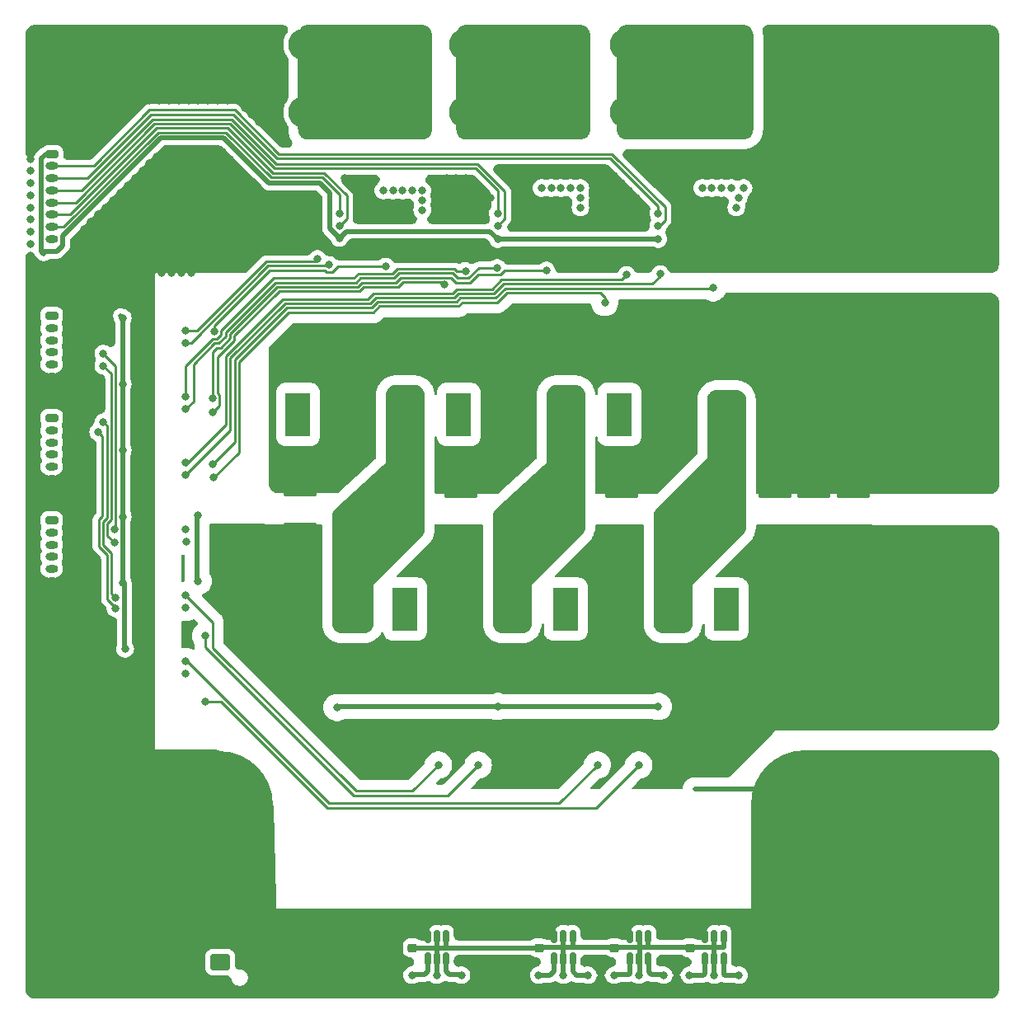
<source format=gbr>
G04 #@! TF.GenerationSoftware,KiCad,Pcbnew,8.0.6-1.fc40*
G04 #@! TF.CreationDate,2024-11-25T13:37:06-05:00*
G04 #@! TF.ProjectId,three_half_bridges,74687265-655f-4686-916c-665f62726964,rev?*
G04 #@! TF.SameCoordinates,Original*
G04 #@! TF.FileFunction,Copper,L4,Bot*
G04 #@! TF.FilePolarity,Positive*
%FSLAX46Y46*%
G04 Gerber Fmt 4.6, Leading zero omitted, Abs format (unit mm)*
G04 Created by KiCad (PCBNEW 8.0.6-1.fc40) date 2024-11-25 13:37:06*
%MOMM*%
%LPD*%
G01*
G04 APERTURE LIST*
G04 Aperture macros list*
%AMRoundRect*
0 Rectangle with rounded corners*
0 $1 Rounding radius*
0 $2 $3 $4 $5 $6 $7 $8 $9 X,Y pos of 4 corners*
0 Add a 4 corners polygon primitive as box body*
4,1,4,$2,$3,$4,$5,$6,$7,$8,$9,$2,$3,0*
0 Add four circle primitives for the rounded corners*
1,1,$1+$1,$2,$3*
1,1,$1+$1,$4,$5*
1,1,$1+$1,$6,$7*
1,1,$1+$1,$8,$9*
0 Add four rect primitives between the rounded corners*
20,1,$1+$1,$2,$3,$4,$5,0*
20,1,$1+$1,$4,$5,$6,$7,0*
20,1,$1+$1,$6,$7,$8,$9,0*
20,1,$1+$1,$8,$9,$2,$3,0*%
G04 Aperture macros list end*
G04 #@! TA.AperFunction,ComponentPad*
%ADD10C,0.800000*%
G04 #@! TD*
G04 #@! TA.AperFunction,ComponentPad*
%ADD11C,6.400000*%
G04 #@! TD*
G04 #@! TA.AperFunction,ComponentPad*
%ADD12O,5.000000X3.200000*%
G04 #@! TD*
G04 #@! TA.AperFunction,ComponentPad*
%ADD13C,0.900000*%
G04 #@! TD*
G04 #@! TA.AperFunction,ComponentPad*
%ADD14C,11.000000*%
G04 #@! TD*
G04 #@! TA.AperFunction,ComponentPad*
%ADD15RoundRect,0.250000X0.750000X-0.600000X0.750000X0.600000X-0.750000X0.600000X-0.750000X-0.600000X0*%
G04 #@! TD*
G04 #@! TA.AperFunction,ComponentPad*
%ADD16O,2.000000X1.700000*%
G04 #@! TD*
G04 #@! TA.AperFunction,ComponentPad*
%ADD17O,3.200000X5.000000*%
G04 #@! TD*
G04 #@! TA.AperFunction,SMDPad,CuDef*
%ADD18RoundRect,0.150000X0.150000X-0.512500X0.150000X0.512500X-0.150000X0.512500X-0.150000X-0.512500X0*%
G04 #@! TD*
G04 #@! TA.AperFunction,SMDPad,CuDef*
%ADD19RoundRect,0.225000X-0.250000X0.225000X-0.250000X-0.225000X0.250000X-0.225000X0.250000X0.225000X0*%
G04 #@! TD*
G04 #@! TA.AperFunction,ComponentPad*
%ADD20R,2.500000X4.500000*%
G04 #@! TD*
G04 #@! TA.AperFunction,ComponentPad*
%ADD21O,2.500000X4.500000*%
G04 #@! TD*
G04 #@! TA.AperFunction,SMDPad,CuDef*
%ADD22RoundRect,0.249999X1.450001X-0.450001X1.450001X0.450001X-1.450001X0.450001X-1.450001X-0.450001X0*%
G04 #@! TD*
G04 #@! TA.AperFunction,ComponentPad*
%ADD23RoundRect,0.200000X-0.450000X0.200000X-0.450000X-0.200000X0.450000X-0.200000X0.450000X0.200000X0*%
G04 #@! TD*
G04 #@! TA.AperFunction,ComponentPad*
%ADD24O,1.300000X0.800000*%
G04 #@! TD*
G04 #@! TA.AperFunction,ViaPad*
%ADD25C,0.800000*%
G04 #@! TD*
G04 #@! TA.AperFunction,Conductor*
%ADD26C,0.500000*%
G04 #@! TD*
G04 #@! TA.AperFunction,Conductor*
%ADD27C,0.250000*%
G04 #@! TD*
G04 APERTURE END LIST*
D10*
X171600000Y-124000000D03*
X172302944Y-122302944D03*
X172302944Y-125697056D03*
X174000000Y-121600000D03*
D11*
X174000000Y-124000000D03*
D10*
X174000000Y-126400000D03*
X175697056Y-122302944D03*
X175697056Y-125697056D03*
X176400000Y-124000000D03*
D12*
X126000000Y-32000000D03*
X126000000Y-39000000D03*
X135300000Y-32000000D03*
X135300000Y-39000000D03*
D13*
X155875000Y-110000000D03*
X157073185Y-107073185D03*
X157073185Y-112926815D03*
X160000000Y-105875000D03*
D14*
X160000000Y-110000000D03*
D13*
X160000000Y-114125000D03*
X162926815Y-107073185D03*
X162926815Y-112926815D03*
X164125000Y-110000000D03*
X95875000Y-50000000D03*
X97073185Y-47073185D03*
X97073185Y-52926815D03*
X100000000Y-45875000D03*
D14*
X100000000Y-50000000D03*
D13*
X100000000Y-54125000D03*
X102926815Y-47073185D03*
X102926815Y-52926815D03*
X104125000Y-50000000D03*
D10*
X171600000Y-36000000D03*
X172302944Y-34302944D03*
X172302944Y-37697056D03*
X174000000Y-33600000D03*
D11*
X174000000Y-36000000D03*
D10*
X174000000Y-38400000D03*
X175697056Y-34302944D03*
X175697056Y-37697056D03*
X176400000Y-36000000D03*
D12*
X142500000Y-32000000D03*
X142500000Y-39000000D03*
X151800000Y-32000000D03*
X151800000Y-39000000D03*
X109500000Y-32000000D03*
X109500000Y-39000000D03*
X118800000Y-32000000D03*
X118800000Y-39000000D03*
D13*
X95875000Y-110050000D03*
X97073185Y-107123185D03*
X97073185Y-112976815D03*
D14*
X99875000Y-110050000D03*
D13*
X100000000Y-105925000D03*
X100000000Y-114175000D03*
X102926815Y-107123185D03*
X102926815Y-112976815D03*
X104125000Y-110050000D03*
D10*
X83652944Y-124000000D03*
X84355888Y-122302944D03*
X84355888Y-125697056D03*
X86052944Y-121600000D03*
D11*
X86052944Y-124000000D03*
D10*
X86052944Y-126400000D03*
X87750000Y-122302944D03*
X87750000Y-125697056D03*
X88452944Y-124000000D03*
D15*
X100000000Y-126250000D03*
D16*
X100000000Y-123750000D03*
D13*
X155875000Y-50000000D03*
X157073185Y-47073185D03*
X157073185Y-52926815D03*
X160000000Y-45875000D03*
D14*
X160000000Y-50000000D03*
D13*
X160000000Y-54125000D03*
X162926815Y-47073185D03*
X162926815Y-52926815D03*
X164125000Y-50000000D03*
D10*
X83600000Y-36000000D03*
X84302944Y-34302944D03*
X84302944Y-37697056D03*
X86000000Y-33600000D03*
D11*
X86000000Y-36000000D03*
D10*
X86000000Y-38400000D03*
X87697056Y-34302944D03*
X87697056Y-37697056D03*
X88400000Y-36000000D03*
D17*
X171250000Y-93250000D03*
X178250000Y-93250000D03*
X171250000Y-83950000D03*
X178250000Y-83950000D03*
D18*
X136200000Y-125887500D03*
X135250000Y-125887500D03*
X134300000Y-125887500D03*
X134300000Y-123612500D03*
X135250000Y-123612500D03*
X136200000Y-123612500D03*
D19*
X148250000Y-123225000D03*
X148250000Y-124775000D03*
D20*
X135500000Y-90000000D03*
D21*
X130050000Y-90000000D03*
X124600000Y-90000000D03*
D19*
X119750000Y-123225000D03*
X119750000Y-124775000D03*
D20*
X124500000Y-70000000D03*
D21*
X129950000Y-70000000D03*
X135400000Y-70000000D03*
D18*
X123200000Y-125887500D03*
X122250000Y-125887500D03*
X121300000Y-125887500D03*
X121300000Y-123612500D03*
X122250000Y-123612500D03*
X123200000Y-123612500D03*
D22*
X157000000Y-82050000D03*
X157000000Y-77950000D03*
D19*
X132750000Y-123225000D03*
X132750000Y-124775000D03*
D20*
X108000000Y-70000000D03*
D21*
X113450000Y-70000000D03*
X118900000Y-70000000D03*
D22*
X108250000Y-81800000D03*
X108250000Y-77700000D03*
X141250000Y-82050000D03*
X141250000Y-77950000D03*
D23*
X82700000Y-70375000D03*
D24*
X82700000Y-71625000D03*
X82700000Y-72875000D03*
X82700000Y-74125000D03*
X82700000Y-75375000D03*
X82700000Y-76625000D03*
D23*
X82700000Y-80875000D03*
D24*
X82700000Y-82125000D03*
X82700000Y-83375000D03*
X82700000Y-84625000D03*
X82700000Y-85875000D03*
X82700000Y-87125000D03*
D23*
X82700000Y-59875000D03*
D24*
X82700000Y-61125000D03*
X82700000Y-62375000D03*
X82700000Y-63625000D03*
X82700000Y-64875000D03*
X82700000Y-66125000D03*
D22*
X165000000Y-82050000D03*
X165000000Y-77950000D03*
D17*
X171250000Y-66250000D03*
X178250000Y-66250000D03*
X171250000Y-75550000D03*
X178250000Y-75550000D03*
D23*
X82750000Y-43250000D03*
D24*
X82750000Y-44500000D03*
X82750000Y-45750000D03*
X82750000Y-47000000D03*
X82750000Y-48250000D03*
X82750000Y-49500000D03*
X82750000Y-50750000D03*
X82750000Y-52000000D03*
D20*
X152000000Y-90000000D03*
D21*
X146550000Y-90000000D03*
X141100000Y-90000000D03*
D19*
X140500000Y-123225000D03*
X140500000Y-124775000D03*
D20*
X141000000Y-70000000D03*
D21*
X146450000Y-70000000D03*
X151900000Y-70000000D03*
D18*
X151700000Y-125887500D03*
X150750000Y-125887500D03*
X149800000Y-125887500D03*
X149800000Y-123612500D03*
X150750000Y-123612500D03*
X151700000Y-123612500D03*
D20*
X119000000Y-90000000D03*
D21*
X113550000Y-90000000D03*
X108100000Y-90000000D03*
D18*
X143950000Y-125887500D03*
X143000000Y-125887500D03*
X142050000Y-125887500D03*
X142050000Y-123612500D03*
X143000000Y-123612500D03*
X143950000Y-123612500D03*
D22*
X161000000Y-82050000D03*
X161000000Y-77950000D03*
X124750000Y-82050000D03*
X124750000Y-77950000D03*
D25*
X137500000Y-129500000D03*
X92500000Y-101250000D03*
X130000000Y-46250000D03*
X80500000Y-35000000D03*
X132500000Y-129500000D03*
X125725000Y-49750000D03*
X179500000Y-38750000D03*
X80500000Y-113750000D03*
X80500000Y-88750000D03*
X179500000Y-122500000D03*
X179500000Y-37500000D03*
X80500000Y-115000000D03*
X94250000Y-43000000D03*
X80500000Y-37500000D03*
X135000000Y-129500000D03*
X95750000Y-37750000D03*
X113500000Y-46500000D03*
X85000000Y-66200000D03*
X179500000Y-126250000D03*
X142750000Y-47750000D03*
X130000000Y-129500000D03*
X91000000Y-38800000D03*
X160000000Y-121250000D03*
X103750000Y-30500000D03*
X116250000Y-129500000D03*
X105000000Y-39250000D03*
X83200000Y-93200000D03*
X105000000Y-120750000D03*
X179500000Y-123750000D03*
X173750000Y-129500000D03*
X156250000Y-31250000D03*
X163750000Y-129500000D03*
X80500000Y-110000000D03*
X173750000Y-55000000D03*
X109750000Y-47500000D03*
X179500000Y-50000000D03*
X96250000Y-42750000D03*
X80500000Y-127500000D03*
X131250000Y-129500000D03*
X96250000Y-129500000D03*
X139500000Y-47750000D03*
X128500000Y-44750000D03*
X106250000Y-124500000D03*
X163750000Y-55000000D03*
X105000000Y-129500000D03*
X80500000Y-73750000D03*
X155000000Y-129500000D03*
X87250000Y-107500000D03*
X86750000Y-92250000D03*
X101250000Y-124500000D03*
X87400000Y-66200000D03*
X142250000Y-53250000D03*
X156250000Y-42500000D03*
X172500000Y-129500000D03*
X85600000Y-97600000D03*
X86250000Y-67250000D03*
X98250000Y-42750000D03*
X87250000Y-115000000D03*
X144000000Y-45500000D03*
X179500000Y-111250000D03*
X91800000Y-38000000D03*
X108500000Y-53000000D03*
X87025000Y-86225000D03*
X80500000Y-82500000D03*
X95000000Y-30500000D03*
X141250000Y-46250000D03*
X88250000Y-48750000D03*
X130750000Y-47000000D03*
X114250000Y-47250000D03*
X80500000Y-65000000D03*
X179500000Y-48750000D03*
X105000000Y-114500000D03*
X160500000Y-118750000D03*
X88000000Y-117250000D03*
X87250000Y-106250000D03*
X179500000Y-107500000D03*
X106500000Y-53000000D03*
X86000000Y-88750000D03*
X171250000Y-30500000D03*
X105000000Y-119500000D03*
X86000000Y-89750000D03*
X80500000Y-90000000D03*
X80500000Y-76250000D03*
X80500000Y-47500000D03*
X165000000Y-129500000D03*
X100250000Y-43000000D03*
X105000000Y-118250000D03*
X91250000Y-98750000D03*
X91250000Y-129500000D03*
X100750000Y-37750000D03*
X179500000Y-121250000D03*
X87250000Y-103750000D03*
X160500000Y-120000000D03*
X170000000Y-55000000D03*
X179500000Y-110000000D03*
X85000000Y-78500000D03*
X156250000Y-40000000D03*
X140500000Y-45500000D03*
X170000000Y-129500000D03*
X111250000Y-129500000D03*
X103750000Y-129500000D03*
X87250000Y-113750000D03*
X166250000Y-30500000D03*
X102500000Y-129500000D03*
X91250000Y-45750000D03*
X93750000Y-129500000D03*
X91600000Y-79000000D03*
X163750000Y-105000000D03*
X95250000Y-42750000D03*
X83200000Y-89600000D03*
X123750000Y-129500000D03*
X105500000Y-53000000D03*
X83200000Y-94600000D03*
X121250000Y-129500000D03*
X80500000Y-50000000D03*
X158750000Y-30500000D03*
X101750000Y-37750000D03*
X80500000Y-100000000D03*
X105000000Y-34250000D03*
X80500000Y-40000000D03*
X161250000Y-30500000D03*
X80500000Y-48750000D03*
X123250000Y-49750000D03*
X86250000Y-30500000D03*
X86750000Y-94500000D03*
X179500000Y-125000000D03*
X144750000Y-46250000D03*
X80500000Y-77500000D03*
X80500000Y-51250000D03*
X80500000Y-58750000D03*
X87250000Y-112500000D03*
X80500000Y-120000000D03*
X176250000Y-105000000D03*
X97750000Y-37750000D03*
X179500000Y-52500000D03*
X92750000Y-44250000D03*
X166250000Y-105000000D03*
X86000000Y-85250000D03*
X83200000Y-88400000D03*
X80500000Y-63750000D03*
X113750000Y-129500000D03*
X168750000Y-30500000D03*
X133750000Y-129500000D03*
X177500000Y-30500000D03*
X143250000Y-44750000D03*
X107750000Y-47500000D03*
X155000000Y-128250000D03*
X85000000Y-30500000D03*
X98500000Y-124500000D03*
X101250000Y-129500000D03*
X87750000Y-92250000D03*
X168750000Y-129500000D03*
X103250000Y-39250000D03*
X92500000Y-30500000D03*
X170000000Y-30500000D03*
X92500000Y-100000000D03*
X175000000Y-105000000D03*
X87500000Y-58250000D03*
X87250000Y-108750000D03*
X83200000Y-92000000D03*
X97500000Y-30500000D03*
X93000000Y-122250000D03*
X80500000Y-116250000D03*
X87000000Y-42800000D03*
X143750000Y-129500000D03*
X142500000Y-129500000D03*
X97250000Y-42750000D03*
X159000000Y-122250000D03*
X105000000Y-30500000D03*
X115000000Y-129500000D03*
X156250000Y-37500000D03*
X166250000Y-55000000D03*
X102500000Y-38500000D03*
X83800000Y-95600000D03*
X177500000Y-55000000D03*
X168750000Y-105000000D03*
X91600000Y-85750000D03*
X142225000Y-49750000D03*
X81250000Y-30500000D03*
X101250000Y-30500000D03*
X80500000Y-57500000D03*
X90200000Y-39600000D03*
X80500000Y-125000000D03*
X167500000Y-105000000D03*
X97000000Y-55500000D03*
X85400000Y-83400000D03*
X87800000Y-98400000D03*
X84600000Y-96600000D03*
X172500000Y-30500000D03*
X86750000Y-50250000D03*
X178750000Y-105000000D03*
X83750000Y-129500000D03*
X160000000Y-30500000D03*
X87500000Y-129500000D03*
X105000000Y-40500000D03*
X87800000Y-42000000D03*
X83000000Y-56250000D03*
X83000000Y-57500000D03*
X86250000Y-129500000D03*
X178500000Y-55000000D03*
X125250000Y-45750000D03*
X96000000Y-124500000D03*
X99750000Y-37750000D03*
X156250000Y-36250000D03*
X99250000Y-42750000D03*
X80500000Y-87500000D03*
X142000000Y-47000000D03*
X80500000Y-33750000D03*
X171250000Y-129500000D03*
X102500000Y-30500000D03*
X103750000Y-124500000D03*
X80500000Y-46250000D03*
X179500000Y-113750000D03*
X91250000Y-58250000D03*
X82500000Y-129500000D03*
X123250000Y-46750000D03*
X142500000Y-44000000D03*
X91600000Y-72000000D03*
X92500000Y-103750000D03*
X158750000Y-129500000D03*
X84800000Y-43400000D03*
X92500000Y-56250000D03*
X80500000Y-31250000D03*
X116250000Y-124500000D03*
X80500000Y-118750000D03*
X87800000Y-94500000D03*
X80500000Y-71250000D03*
X80500000Y-68750000D03*
X157500000Y-30500000D03*
X179500000Y-127500000D03*
X148750000Y-129500000D03*
X118750000Y-129500000D03*
X141750000Y-43250000D03*
X80500000Y-106250000D03*
X101000000Y-43750000D03*
X126250000Y-129500000D03*
X105000000Y-33000000D03*
X80500000Y-41250000D03*
X176250000Y-129500000D03*
X95000000Y-129500000D03*
X115000000Y-124500000D03*
X172500000Y-55000000D03*
X152500000Y-129500000D03*
X85250000Y-52750000D03*
X92500000Y-102500000D03*
X173750000Y-105000000D03*
X80500000Y-55000000D03*
X175000000Y-55000000D03*
X80500000Y-91250000D03*
X80500000Y-95000000D03*
X158000000Y-123250000D03*
X85000000Y-68250000D03*
X87250000Y-111250000D03*
X94750000Y-37750000D03*
X179500000Y-106250000D03*
X85800000Y-74000000D03*
X176250000Y-55000000D03*
X156250000Y-41250000D03*
X106750000Y-47500000D03*
X84000000Y-66200000D03*
X117500000Y-124500000D03*
X80500000Y-61250000D03*
X139500000Y-48750000D03*
X98750000Y-30500000D03*
X84750000Y-53750000D03*
X93000000Y-55500000D03*
X86200000Y-66200000D03*
X104000000Y-40000000D03*
X94000000Y-55500000D03*
X163750000Y-30500000D03*
X83750000Y-58250000D03*
X86600000Y-73200000D03*
X179500000Y-40000000D03*
X87250000Y-100000000D03*
X88600000Y-41200000D03*
X87000000Y-89750000D03*
X80500000Y-101250000D03*
X156250000Y-43750000D03*
X92500000Y-105000000D03*
X86400000Y-82600000D03*
X156250000Y-129500000D03*
X153750000Y-129500000D03*
X92000000Y-45000000D03*
X80500000Y-32500000D03*
X160000000Y-129500000D03*
X90500000Y-46500000D03*
X113750000Y-124500000D03*
X156250000Y-38750000D03*
X175000000Y-30500000D03*
X108750000Y-47500000D03*
X173750000Y-30500000D03*
X80500000Y-56250000D03*
X98750000Y-37750000D03*
X127500000Y-129500000D03*
X110000000Y-129500000D03*
X97250000Y-124500000D03*
X80500000Y-85000000D03*
X139500000Y-50750000D03*
X85500000Y-51750000D03*
X92500000Y-129500000D03*
X86000000Y-86250000D03*
X112500000Y-124500000D03*
X179500000Y-42500000D03*
X80500000Y-45000000D03*
X179500000Y-31250000D03*
X179500000Y-41250000D03*
X112500000Y-129500000D03*
X147500000Y-129500000D03*
X108750000Y-129500000D03*
X80500000Y-111250000D03*
X105000000Y-38000000D03*
X95000000Y-105000000D03*
X167500000Y-55000000D03*
X80500000Y-97500000D03*
X179500000Y-128750000D03*
X155000000Y-127000000D03*
X146250000Y-129500000D03*
X107500000Y-129500000D03*
X166250000Y-129500000D03*
X87250000Y-110000000D03*
X179500000Y-45000000D03*
X86000000Y-43250000D03*
X162500000Y-129500000D03*
X85000000Y-58250000D03*
X162500000Y-30500000D03*
X100000000Y-129500000D03*
X80500000Y-108750000D03*
X85000000Y-74750000D03*
X80500000Y-128750000D03*
X167500000Y-30500000D03*
X102500000Y-124500000D03*
X105000000Y-35500000D03*
X93750000Y-105000000D03*
X80500000Y-121250000D03*
X179500000Y-112500000D03*
X90000000Y-30500000D03*
X87250000Y-105000000D03*
X105000000Y-123250000D03*
X98750000Y-129500000D03*
X87250000Y-116250000D03*
X171250000Y-55000000D03*
X80500000Y-86250000D03*
X80500000Y-112500000D03*
X179500000Y-35000000D03*
X168750000Y-55000000D03*
X179500000Y-117500000D03*
X93750000Y-37750000D03*
X88750000Y-129500000D03*
X80500000Y-52500000D03*
X107500000Y-53000000D03*
X123250000Y-45750000D03*
X123250000Y-47750000D03*
X80500000Y-92500000D03*
X179500000Y-33750000D03*
X179500000Y-43750000D03*
X86600000Y-98400000D03*
X120000000Y-129500000D03*
X179500000Y-118750000D03*
X80500000Y-107500000D03*
X91500000Y-92250000D03*
X112750000Y-45750000D03*
X125000000Y-129500000D03*
X123250000Y-48750000D03*
X100000000Y-30500000D03*
X138750000Y-129500000D03*
X179500000Y-108750000D03*
X90000000Y-119250000D03*
X109475000Y-49750000D03*
X122500000Y-129500000D03*
X84000000Y-54500000D03*
X80500000Y-96250000D03*
X145000000Y-129500000D03*
X108750000Y-124500000D03*
X111250000Y-124500000D03*
X96750000Y-37750000D03*
X80500000Y-122500000D03*
X136250000Y-129500000D03*
X156250000Y-32500000D03*
X80500000Y-42500000D03*
X80500000Y-83750000D03*
X110000000Y-124500000D03*
X127000000Y-47000000D03*
X109475000Y-51250000D03*
X105000000Y-115750000D03*
X129250000Y-45500000D03*
X165000000Y-105000000D03*
X176250000Y-30500000D03*
X105750000Y-47500000D03*
X80500000Y-102500000D03*
X177500000Y-129500000D03*
X80500000Y-66250000D03*
X167500000Y-129500000D03*
X92750000Y-37750000D03*
X105000000Y-122000000D03*
X80500000Y-36250000D03*
X156250000Y-35000000D03*
X91250000Y-30500000D03*
X80500000Y-78750000D03*
X83750000Y-30500000D03*
X87500000Y-30500000D03*
X179500000Y-120000000D03*
X80500000Y-53750000D03*
X85000000Y-77250000D03*
X178750000Y-129500000D03*
X105000000Y-31750000D03*
X125750000Y-53250000D03*
X80500000Y-80000000D03*
X88750000Y-30500000D03*
X81250000Y-129500000D03*
X80500000Y-62500000D03*
X80500000Y-98750000D03*
X156000000Y-125000000D03*
X124250000Y-45750000D03*
X80500000Y-67500000D03*
X172500000Y-105000000D03*
X179500000Y-47500000D03*
X86000000Y-51000000D03*
X85000000Y-129500000D03*
X96250000Y-30500000D03*
X80500000Y-117500000D03*
X89750000Y-47250000D03*
X127750000Y-47750000D03*
X92000000Y-121250000D03*
X160500000Y-117500000D03*
X179500000Y-46250000D03*
X89000000Y-48000000D03*
X139500000Y-46750000D03*
X179500000Y-53750000D03*
X156250000Y-45000000D03*
X105000000Y-36750000D03*
X179500000Y-55000000D03*
X87000000Y-88750000D03*
X83250000Y-55250000D03*
X83200000Y-90800000D03*
X80500000Y-81250000D03*
X96000000Y-55500000D03*
X80500000Y-105000000D03*
X106250000Y-129500000D03*
X86250000Y-58250000D03*
X105000000Y-117000000D03*
X128750000Y-129500000D03*
X175000000Y-129500000D03*
X97500000Y-129500000D03*
X91000000Y-120250000D03*
X145500000Y-47000000D03*
X80500000Y-126250000D03*
X126250000Y-46250000D03*
X95000000Y-124000000D03*
X92500000Y-58250000D03*
X80500000Y-93750000D03*
X179500000Y-51250000D03*
X161250000Y-129500000D03*
X151250000Y-129500000D03*
X80500000Y-43750000D03*
X155000000Y-125750000D03*
X165000000Y-30500000D03*
X171250000Y-105000000D03*
X160500000Y-116250000D03*
X107500000Y-124500000D03*
X92500000Y-57250000D03*
X139500000Y-44750000D03*
X92500000Y-98750000D03*
X150000000Y-129500000D03*
X140000000Y-129500000D03*
X141250000Y-129500000D03*
X105000000Y-124500000D03*
X87000000Y-85250000D03*
X94000000Y-123250000D03*
X179500000Y-115000000D03*
X80500000Y-38750000D03*
X156250000Y-33750000D03*
X139500000Y-49750000D03*
X82500000Y-30500000D03*
X178750000Y-30500000D03*
X89400000Y-40400000D03*
X157000000Y-124250000D03*
X139500000Y-45750000D03*
X157500000Y-129500000D03*
X165000000Y-55000000D03*
X80500000Y-103750000D03*
X85000000Y-76000000D03*
X91500000Y-65250000D03*
X89000000Y-118250000D03*
X84400000Y-84200000D03*
X80500000Y-72500000D03*
X80500000Y-60000000D03*
X93500000Y-43500000D03*
X93750000Y-30500000D03*
X117500000Y-129500000D03*
X80500000Y-75000000D03*
X85000000Y-67250000D03*
X90000000Y-129500000D03*
X177500000Y-105000000D03*
X179500000Y-36250000D03*
X170000000Y-105000000D03*
X179500000Y-116250000D03*
X80500000Y-70000000D03*
X80500000Y-123750000D03*
X95000000Y-55500000D03*
X179500000Y-32500000D03*
X87500000Y-49500000D03*
X90000000Y-66895000D03*
X122250000Y-127592500D03*
X90000000Y-73695000D03*
X145000000Y-52000000D03*
X90000000Y-60095000D03*
X90250000Y-94095000D03*
X150750000Y-127592500D03*
X112250000Y-51905000D03*
X128500000Y-52000000D03*
X135250000Y-127592500D03*
X143000000Y-127592500D03*
X90000000Y-80495000D03*
X90000000Y-87295000D03*
X130750000Y-72750000D03*
X107750000Y-73750000D03*
X112500000Y-72750000D03*
X141750000Y-73750000D03*
X113250000Y-72750000D03*
X123250000Y-76500000D03*
X124250000Y-76500000D03*
X145250000Y-73000000D03*
X140750000Y-73750000D03*
X147250000Y-73000000D03*
X126250000Y-76500000D03*
X109750000Y-76250000D03*
X142000000Y-76500000D03*
X129250000Y-72750000D03*
X139750000Y-73750000D03*
X108750000Y-73750000D03*
X123250000Y-73750000D03*
X107750000Y-76250000D03*
X140000000Y-76500000D03*
X114100000Y-72750000D03*
X124250000Y-73750000D03*
X125250000Y-73750000D03*
X130000000Y-72750000D03*
X141000000Y-76500000D03*
X106750000Y-76250000D03*
X146250000Y-73000000D03*
X106750000Y-73750000D03*
X125250000Y-76500000D03*
X108750000Y-76250000D03*
X120250000Y-101750000D03*
X137750000Y-101750000D03*
X126750000Y-96750000D03*
X111250000Y-96750000D03*
X117351041Y-106648959D03*
X127750000Y-95750000D03*
X137750000Y-98250000D03*
X144500000Y-95750000D03*
X140500000Y-87300000D03*
X141300000Y-87300000D03*
X142100000Y-87300000D03*
X127750000Y-96750000D03*
X110250000Y-96750000D03*
X109000000Y-87200000D03*
X143500000Y-95750000D03*
X123800000Y-87200000D03*
X124800000Y-87200000D03*
X102375000Y-95000000D03*
X99750000Y-84305000D03*
X107400000Y-87200000D03*
X126750000Y-95750000D03*
X137000000Y-98250000D03*
X120250000Y-98250000D03*
X143500000Y-96750000D03*
X137000000Y-101750000D03*
X111250000Y-95750000D03*
X144500000Y-96750000D03*
X108200000Y-87200000D03*
X110250000Y-95750000D03*
X121000000Y-98250000D03*
X121000000Y-101750000D03*
X125800000Y-87200000D03*
X100750000Y-91250000D03*
X145000000Y-49365000D03*
X128500000Y-49365000D03*
X112250000Y-49365000D03*
X135500000Y-72750000D03*
X129200000Y-87250000D03*
X134700000Y-72750000D03*
X133500000Y-55225000D03*
X130000000Y-87250000D03*
X136300000Y-72750000D03*
X130800000Y-87250000D03*
X99200000Y-68325000D03*
X88000000Y-70800000D03*
X89259803Y-88825000D03*
X146500000Y-87300000D03*
X145700000Y-87300000D03*
X99200000Y-75125000D03*
X153000000Y-72750000D03*
X151000000Y-72750000D03*
X147300000Y-87300000D03*
X152000000Y-72750000D03*
X150600000Y-57000000D03*
X88000000Y-63750000D03*
X89150000Y-81825000D03*
X97750000Y-87125000D03*
X97750000Y-80325000D03*
X128500000Y-100000000D03*
X112000000Y-100100000D03*
X145000000Y-100000000D03*
X113500000Y-87300000D03*
X119000000Y-72750000D03*
X114300000Y-87300000D03*
X118250000Y-72750000D03*
X117000000Y-54825000D03*
X112700000Y-87300000D03*
X119750000Y-72750000D03*
X99386702Y-61525000D03*
X128500000Y-50635000D03*
X152500000Y-46750000D03*
X151500000Y-46750000D03*
X150500000Y-46750000D03*
X153250000Y-47750000D03*
X153750000Y-46750000D03*
X149500000Y-46750000D03*
X153000000Y-48750000D03*
X137000000Y-48750000D03*
X137000000Y-46750000D03*
X135000000Y-46750000D03*
X137000000Y-47750000D03*
X136000000Y-46750000D03*
X133000000Y-46750000D03*
X134000000Y-46750000D03*
X118750000Y-47000000D03*
X119750000Y-47000000D03*
X116750000Y-47000000D03*
X120750000Y-48000000D03*
X120750000Y-49000000D03*
X117750000Y-47000000D03*
X120750000Y-47000000D03*
X145000000Y-50635000D03*
X112250000Y-50635000D03*
X96475000Y-76235000D03*
X145200000Y-55575000D03*
X96475000Y-96635000D03*
X128447550Y-54947550D03*
X96475000Y-69435000D03*
X96475000Y-89835000D03*
X111200000Y-54650000D03*
X96475000Y-62635000D03*
X96500000Y-83035000D03*
X89250000Y-89925000D03*
X87475000Y-71800000D03*
X89150000Y-83175000D03*
X88000000Y-65000000D03*
X99250000Y-69800000D03*
X123000000Y-56675000D03*
X139500000Y-58500000D03*
X99348475Y-76505909D03*
X96475000Y-88565000D03*
X122425000Y-106000000D03*
X125199847Y-55274847D03*
X96475000Y-68165000D03*
X138750000Y-106000000D03*
X96475000Y-95365000D03*
X141750000Y-55675000D03*
X96475000Y-74965000D03*
X96475000Y-81765000D03*
X110000000Y-54025000D03*
X96475000Y-61365000D03*
X140460000Y-127592500D03*
X145540000Y-127592500D03*
X124790000Y-127592500D03*
X119710000Y-127592500D03*
X153290000Y-127592500D03*
X148210000Y-127592500D03*
X132710000Y-127592500D03*
X137790000Y-127592500D03*
X126500000Y-106000000D03*
X98500000Y-92750000D03*
X98500000Y-99500000D03*
X143000000Y-106000000D03*
D26*
X148739950Y-108500000D02*
X158729900Y-108500000D01*
X90200000Y-94045000D02*
X90200000Y-87495000D01*
X90000000Y-60095000D02*
X90000000Y-66895000D01*
X111250000Y-47250000D02*
X110250000Y-46250000D01*
X140565003Y-124709997D02*
X140500000Y-124775000D01*
X83850000Y-52650000D02*
X83250000Y-53250000D01*
X127700000Y-51200000D02*
X128500000Y-52000000D01*
X123250000Y-124775000D02*
X119750000Y-124775000D01*
X145000000Y-52000000D02*
X128500000Y-52000000D01*
X150750000Y-124750000D02*
X150750000Y-123612500D01*
X136200000Y-123612500D02*
X136200000Y-124700000D01*
X110250000Y-46250000D02*
X105004848Y-46250000D01*
X135250000Y-123612500D02*
X135250000Y-127592500D01*
X136250000Y-124750000D02*
X144000000Y-124750000D01*
X133250000Y-124750000D02*
X133225000Y-124775000D01*
X143950000Y-124700000D02*
X144000000Y-124750000D01*
X150750000Y-127592500D02*
X150750000Y-125887500D01*
X133000000Y-124775000D02*
X133025000Y-124750000D01*
X143065003Y-127527497D02*
X143000000Y-127592500D01*
X133025000Y-124750000D02*
X133250000Y-124750000D01*
X90200000Y-87495000D02*
X90000000Y-87295000D01*
X112250000Y-51905000D02*
X111250000Y-50905000D01*
X133250000Y-124750000D02*
X136250000Y-124750000D01*
X81650000Y-53250000D02*
X81650000Y-43700000D01*
X112955000Y-51200000D02*
X127700000Y-51200000D01*
X89780000Y-59875000D02*
X90000000Y-60095000D01*
X143065003Y-123547497D02*
X143065003Y-127527497D01*
X123200000Y-123612500D02*
X123200000Y-124725000D01*
X151700000Y-123612500D02*
X151700000Y-124700000D01*
X90250000Y-94095000D02*
X90200000Y-94045000D01*
X112250000Y-51905000D02*
X112955000Y-51200000D01*
X90000000Y-66895000D02*
X90000000Y-73695000D01*
X143950000Y-123612500D02*
X143950000Y-124700000D01*
X151700000Y-124700000D02*
X151750000Y-124750000D01*
X82100000Y-43250000D02*
X82750000Y-43250000D01*
X90000000Y-87295000D02*
X90000000Y-80495000D01*
X133225000Y-124775000D02*
X123250000Y-124775000D01*
D27*
X128405000Y-51905000D02*
X128500000Y-52000000D01*
D26*
X144000000Y-124750000D02*
X150750000Y-124750000D01*
X135250000Y-127592500D02*
X135250000Y-125887500D01*
X148525000Y-124750000D02*
X148250000Y-125025000D01*
X150750000Y-125887500D02*
X150750000Y-124750000D01*
X81650000Y-43700000D02*
X82100000Y-43250000D01*
X83850000Y-51650000D02*
X83850000Y-52650000D01*
X122250000Y-123612500D02*
X122250000Y-127592500D01*
X111250000Y-50905000D02*
X111250000Y-47250000D01*
X93875000Y-41625000D02*
X83850000Y-51650000D01*
X90000000Y-80495000D02*
X90000000Y-73695000D01*
X136200000Y-124700000D02*
X136250000Y-124750000D01*
X81900000Y-53500000D02*
X81650000Y-53250000D01*
X123200000Y-124725000D02*
X123250000Y-124775000D01*
X151750000Y-124750000D02*
X150750000Y-124750000D01*
X100379848Y-41625000D02*
X93875000Y-41625000D01*
X105004848Y-46250000D02*
X100379848Y-41625000D01*
X83250000Y-53250000D02*
X81650000Y-53250000D01*
X148184997Y-124709997D02*
X148250000Y-124775000D01*
D27*
X92891244Y-39250000D02*
X101363604Y-39250000D01*
X86391244Y-45750000D02*
X92891244Y-39250000D01*
X82750000Y-45750000D02*
X86391244Y-45750000D01*
X140063604Y-43700000D02*
X145000000Y-48636396D01*
X145000000Y-48636396D02*
X145000000Y-49365000D01*
X101363604Y-39250000D02*
X105813604Y-43700000D01*
X105813604Y-43700000D02*
X140063604Y-43700000D01*
X93264036Y-40150000D02*
X100990812Y-40150000D01*
X82750000Y-48250000D02*
X85164036Y-48250000D01*
X128500000Y-47000000D02*
X128500000Y-49365000D01*
X100990812Y-40150000D02*
X105590812Y-44750000D01*
X126250000Y-44750000D02*
X128500000Y-47000000D01*
X85164036Y-48250000D02*
X93264036Y-40150000D01*
X105590812Y-44750000D02*
X126250000Y-44750000D01*
X93636828Y-41050000D02*
X100618020Y-41050000D01*
X100618020Y-41050000D02*
X105218020Y-45650000D01*
X105218020Y-45650000D02*
X110463172Y-45650000D01*
X83936828Y-50750000D02*
X93636828Y-41050000D01*
X112250000Y-47436828D02*
X112250000Y-49365000D01*
X110463172Y-45650000D02*
X112250000Y-47436828D01*
X82750000Y-50750000D02*
X83936828Y-50750000D01*
X100059799Y-63150000D02*
X99622792Y-63150000D01*
X114122792Y-56900000D02*
X105872792Y-56900000D01*
X126463846Y-55672550D02*
X125686549Y-56449847D01*
X99622792Y-63150000D02*
X99200000Y-63572792D01*
X99200000Y-63572792D02*
X99200000Y-68525000D01*
X101011702Y-61761090D02*
X101011702Y-62198097D01*
X118572792Y-55950000D02*
X118072792Y-56450000D01*
X125686549Y-56449847D02*
X124199847Y-56449847D01*
X118072792Y-56450000D02*
X114572792Y-56450000D01*
X101011702Y-62198097D02*
X100059799Y-63150000D01*
X128747856Y-55672550D02*
X126463846Y-55672550D01*
X123700000Y-55950000D02*
X118572792Y-55950000D01*
X133500000Y-55225000D02*
X133475000Y-55250000D01*
X129170406Y-55250000D02*
X128747856Y-55672550D01*
X105872792Y-56900000D02*
X101011702Y-61761090D01*
X133475000Y-55250000D02*
X129170406Y-55250000D01*
X114572792Y-56450000D02*
X114122792Y-56900000D01*
X124199847Y-56449847D02*
X123700000Y-55950000D01*
X89259803Y-88825000D02*
X88850000Y-88415197D01*
X87975000Y-83375000D02*
X87975000Y-81006802D01*
X88850000Y-84250000D02*
X87975000Y-83375000D01*
X87975000Y-81006802D02*
X88375000Y-80606802D01*
X88375000Y-80606802D02*
X88375000Y-71175000D01*
X88375000Y-71175000D02*
X88000000Y-70800000D01*
X88850000Y-88415197D02*
X88850000Y-84250000D01*
X150550000Y-57050000D02*
X150600000Y-57000000D01*
X101500000Y-64392094D02*
X106842094Y-59050000D01*
X115563604Y-59050000D02*
X116163604Y-58450000D01*
X129279594Y-57050000D02*
X150550000Y-57050000D01*
X106842094Y-59050000D02*
X115563604Y-59050000D01*
X124673097Y-58050000D02*
X128279594Y-58050000D01*
X101500000Y-72825000D02*
X101500000Y-64392094D01*
X116163604Y-58450000D02*
X124273097Y-58450000D01*
X99200000Y-75125000D02*
X101500000Y-72825000D01*
X124273097Y-58450000D02*
X124673097Y-58050000D01*
X128279594Y-58050000D02*
X129279594Y-57050000D01*
X89150000Y-81825000D02*
X89275000Y-81700000D01*
X89275000Y-81700000D02*
X89275000Y-65025000D01*
X89275000Y-65025000D02*
X88000000Y-63750000D01*
D26*
X97750000Y-87125000D02*
X97650000Y-87025000D01*
X97650000Y-87025000D02*
X97650000Y-80425000D01*
X97650000Y-80425000D02*
X97750000Y-80325000D01*
X112100000Y-100000000D02*
X112000000Y-100100000D01*
X128500000Y-100000000D02*
X112100000Y-100000000D01*
X145000000Y-100000000D02*
X128500000Y-100000000D01*
D27*
X105072792Y-55200000D02*
X110724695Y-55200000D01*
X112075305Y-54800000D02*
X116975000Y-54800000D01*
X110724695Y-55200000D02*
X110899695Y-55375000D01*
X99386702Y-60886090D02*
X105072792Y-55200000D01*
X110899695Y-55375000D02*
X111500305Y-55375000D01*
X116975000Y-54800000D02*
X117000000Y-54825000D01*
X111500305Y-55375000D02*
X112075305Y-54800000D01*
X99386702Y-61525000D02*
X99386702Y-60886090D01*
X129250000Y-47113604D02*
X129250000Y-49885000D01*
X105752208Y-44275000D02*
X126411396Y-44275000D01*
X101177208Y-39700000D02*
X105752208Y-44275000D01*
X82750000Y-47000000D02*
X85777640Y-47000000D01*
X129250000Y-49885000D02*
X128500000Y-50635000D01*
X85777640Y-47000000D02*
X93077640Y-39700000D01*
X126411396Y-44275000D02*
X129250000Y-47113604D01*
X93077640Y-39700000D02*
X101177208Y-39700000D01*
X145725000Y-50025000D02*
X145725000Y-48725000D01*
X92754848Y-38750000D02*
X87004848Y-44500000D01*
X101500000Y-38750000D02*
X92754848Y-38750000D01*
X145000000Y-50635000D02*
X145115000Y-50635000D01*
X145725000Y-48725000D02*
X140250000Y-43250000D01*
X145115000Y-50635000D02*
X145725000Y-50025000D01*
X87004848Y-44500000D02*
X82750000Y-44500000D01*
X140250000Y-43250000D02*
X106000000Y-43250000D01*
X106000000Y-43250000D02*
X101500000Y-38750000D01*
X93450432Y-40600000D02*
X100804416Y-40600000D01*
X113000000Y-47550432D02*
X113000000Y-49885000D01*
X84550432Y-49500000D02*
X93450432Y-40600000D01*
X113000000Y-49885000D02*
X112250000Y-50635000D01*
X110649568Y-45200000D02*
X113000000Y-47550432D01*
X100804416Y-40600000D02*
X105404416Y-45200000D01*
X105404416Y-45200000D02*
X110649568Y-45200000D01*
X82750000Y-49500000D02*
X84550432Y-49500000D01*
X101050000Y-71660000D02*
X96475000Y-76235000D01*
X145200000Y-55575000D02*
X145200000Y-55800000D01*
X115377208Y-58600000D02*
X106655698Y-58600000D01*
X128093198Y-57600000D02*
X124486701Y-57600000D01*
X101050000Y-64205698D02*
X101050000Y-71660000D01*
X115977208Y-58000000D02*
X115377208Y-58600000D01*
X129093198Y-56600000D02*
X128093198Y-57600000D01*
X106655698Y-58600000D02*
X101050000Y-64205698D01*
X144400000Y-56600000D02*
X129093198Y-56600000D01*
X145200000Y-55800000D02*
X144400000Y-56600000D01*
X124486701Y-57600000D02*
X124086701Y-58000000D01*
X124086701Y-58000000D02*
X115977208Y-58000000D01*
X100561702Y-61574694D02*
X100561702Y-62011701D01*
X128447550Y-54947550D02*
X126552450Y-54947550D01*
X100561702Y-62011701D02*
X99873403Y-62700000D01*
X126552450Y-54947550D02*
X125500153Y-55999847D01*
X125500153Y-55999847D02*
X124386243Y-55999847D01*
X99873403Y-62700000D02*
X99436396Y-62700000D01*
X97250000Y-68660000D02*
X96475000Y-69435000D01*
X113936396Y-56450000D02*
X105686396Y-56450000D01*
X97250000Y-64886396D02*
X97250000Y-68660000D01*
X124386243Y-55999847D02*
X123886396Y-55500000D01*
X114386396Y-56000000D02*
X113936396Y-56450000D01*
X123886396Y-55500000D02*
X118386396Y-55500000D01*
X118386396Y-55500000D02*
X117886396Y-56000000D01*
X117886396Y-56000000D02*
X114386396Y-56000000D01*
X105686396Y-56450000D02*
X100561702Y-61574694D01*
X99436396Y-62700000D02*
X97250000Y-64886396D01*
X97001396Y-62635000D02*
X96475000Y-62635000D01*
X104886396Y-54750000D02*
X97001396Y-62635000D01*
X111100000Y-54750000D02*
X104886396Y-54750000D01*
X111200000Y-54650000D02*
X111100000Y-54750000D01*
X87925000Y-80420406D02*
X87925000Y-72250000D01*
X87925000Y-72250000D02*
X87475000Y-71800000D01*
X89250000Y-89925000D02*
X89250000Y-89840502D01*
X88400000Y-84436396D02*
X87525000Y-83561396D01*
X88400000Y-88990502D02*
X88400000Y-84436396D01*
X87525000Y-80820406D02*
X87925000Y-80420406D01*
X87525000Y-83561396D02*
X87525000Y-80820406D01*
X89250000Y-89840502D02*
X88400000Y-88990502D01*
X88825000Y-80793198D02*
X88825000Y-65825000D01*
X88425000Y-82450000D02*
X88425000Y-81193198D01*
X88425000Y-81193198D02*
X88825000Y-80793198D01*
X88825000Y-65825000D02*
X88000000Y-65000000D01*
X89150000Y-83175000D02*
X88425000Y-82450000D01*
X118259188Y-56900000D02*
X114759188Y-56900000D01*
X114309188Y-57350000D02*
X106059188Y-57350000D01*
X101461702Y-62384493D02*
X99750000Y-64096195D01*
X118759188Y-56400000D02*
X118259188Y-56900000D01*
X123000000Y-56675000D02*
X122725000Y-56400000D01*
X122725000Y-56400000D02*
X118759188Y-56400000D01*
X99750000Y-64096195D02*
X99750000Y-67849695D01*
X99925000Y-68024695D02*
X99925000Y-69125000D01*
X114759188Y-56900000D02*
X114309188Y-57350000D01*
X101461702Y-61947486D02*
X101461702Y-62384493D01*
X99925000Y-69125000D02*
X99250000Y-69800000D01*
X99750000Y-67849695D02*
X99925000Y-68024695D01*
X106059188Y-57350000D02*
X101461702Y-61947486D01*
X116350000Y-58900000D02*
X124459493Y-58900000D01*
X129465990Y-57500000D02*
X139000000Y-57500000D01*
X107028490Y-59500000D02*
X115750000Y-59500000D01*
X99348475Y-76505909D02*
X101950000Y-73904384D01*
X124859493Y-58500000D02*
X128465990Y-58500000D01*
X101950000Y-73904384D02*
X101950000Y-64578490D01*
X124459493Y-58900000D02*
X124859493Y-58500000D01*
X139000000Y-57500000D02*
X139500000Y-58000000D01*
X115750000Y-59500000D02*
X116350000Y-58900000D01*
X128465990Y-58500000D02*
X129465990Y-57500000D01*
X101950000Y-64578490D02*
X107028490Y-59500000D01*
X139500000Y-58000000D02*
X139500000Y-58500000D01*
X113934997Y-108684997D02*
X99250000Y-94000000D01*
X99250000Y-94000000D02*
X99250000Y-91340000D01*
X122425000Y-106000000D02*
X119740003Y-108684997D01*
X99250000Y-91340000D02*
X96475000Y-88565000D01*
X119740003Y-108684997D02*
X113934997Y-108684997D01*
X105500000Y-56000000D02*
X100111702Y-61388298D01*
X96475000Y-65025000D02*
X96475000Y-68165000D01*
X114200000Y-55550000D02*
X113750000Y-56000000D01*
X124072792Y-55050000D02*
X118200000Y-55050000D01*
X124297639Y-55274847D02*
X124072792Y-55050000D01*
X99250000Y-62250000D02*
X96475000Y-65025000D01*
X125199847Y-55274847D02*
X124297639Y-55274847D01*
X99687007Y-62250000D02*
X99250000Y-62250000D01*
X100111702Y-61825305D02*
X99687007Y-62250000D01*
X100111702Y-61388298D02*
X100111702Y-61825305D01*
X113750000Y-56000000D02*
X105500000Y-56000000D01*
X118200000Y-55050000D02*
X117700000Y-55550000D01*
X117700000Y-55550000D02*
X114200000Y-55550000D01*
X134815003Y-109934997D02*
X111184997Y-109934997D01*
X96615000Y-95365000D02*
X96475000Y-95365000D01*
X111184997Y-109934997D02*
X96615000Y-95365000D01*
X138750000Y-106000000D02*
X134815003Y-109934997D01*
X127906802Y-57150000D02*
X124300305Y-57150000D01*
X106469302Y-58150000D02*
X100600000Y-64019302D01*
X141750000Y-55675000D02*
X141275000Y-56150000D01*
X100600000Y-64019302D02*
X100600000Y-71040000D01*
X115190812Y-58150000D02*
X106469302Y-58150000D01*
X124300305Y-57150000D02*
X123900305Y-57550000D01*
X115790812Y-57550000D02*
X115190812Y-58150000D01*
X100600000Y-71040000D02*
X96475000Y-75165000D01*
X141275000Y-56150000D02*
X128906802Y-56150000D01*
X123900305Y-57550000D02*
X115790812Y-57550000D01*
X128906802Y-56150000D02*
X127906802Y-57150000D01*
X104700000Y-54300000D02*
X97635000Y-61365000D01*
X97635000Y-61365000D02*
X96475000Y-61365000D01*
X109725000Y-54300000D02*
X104700000Y-54300000D01*
X110000000Y-54025000D02*
X109725000Y-54300000D01*
D26*
X140552500Y-127500000D02*
X140460000Y-127592500D01*
X142115003Y-125822497D02*
X142115003Y-127384997D01*
X142115003Y-127384997D02*
X142000000Y-127500000D01*
X142000000Y-127500000D02*
X140552500Y-127500000D01*
X144015003Y-125822497D02*
X144015003Y-127265003D01*
X144250000Y-127500000D02*
X145447500Y-127500000D01*
X144015003Y-127265003D02*
X144250000Y-127500000D01*
X145447500Y-127500000D02*
X145540000Y-127592500D01*
X123200000Y-127200000D02*
X123500000Y-127500000D01*
X123500000Y-127500000D02*
X124697500Y-127500000D01*
X123200000Y-125887500D02*
X123200000Y-127200000D01*
X124697500Y-127500000D02*
X124790000Y-127592500D01*
X119802500Y-127500000D02*
X119710000Y-127592500D01*
X121000000Y-127500000D02*
X119802500Y-127500000D01*
X121300000Y-127200000D02*
X121000000Y-127500000D01*
X121300000Y-125887500D02*
X121300000Y-127200000D01*
X151700000Y-127450000D02*
X151842500Y-127592500D01*
X151700000Y-125887500D02*
X151700000Y-127450000D01*
X151842500Y-127592500D02*
X153290000Y-127592500D01*
X149657500Y-127592500D02*
X148210000Y-127592500D01*
X149800000Y-125887500D02*
X149800000Y-127450000D01*
X149800000Y-127450000D02*
X149657500Y-127592500D01*
X134300000Y-125887500D02*
X134300000Y-127200000D01*
X133907500Y-127592500D02*
X132710000Y-127592500D01*
X134300000Y-127200000D02*
X133907500Y-127592500D01*
X136592500Y-127592500D02*
X136200000Y-127200000D01*
X137790000Y-127592500D02*
X136592500Y-127592500D01*
X136200000Y-127200000D02*
X136200000Y-125887500D01*
D27*
X98500000Y-92750000D02*
X98500000Y-93886396D01*
X98500000Y-93886396D02*
X113748601Y-109134997D01*
X123365003Y-109134997D02*
X126500000Y-106000000D01*
X113748601Y-109134997D02*
X123365003Y-109134997D01*
X100113604Y-99500000D02*
X110998601Y-110384997D01*
X110998601Y-110384997D02*
X138615003Y-110384997D01*
X138615003Y-110384997D02*
X143000000Y-106000000D01*
X98500000Y-99500000D02*
X100113604Y-99500000D01*
X138500000Y-110384997D02*
X138615003Y-110384997D01*
G04 #@! TA.AperFunction,Conductor*
G36*
X110370651Y-81267108D02*
G01*
X110437664Y-81286871D01*
X110483356Y-81339730D01*
X110494500Y-81391107D01*
X110494500Y-91493907D01*
X110495342Y-91528223D01*
X110495711Y-91543244D01*
X110496308Y-91555401D01*
X110499938Y-91604612D01*
X110517358Y-91781482D01*
X110517360Y-91781502D01*
X110531831Y-91879063D01*
X110531833Y-91879077D01*
X110536572Y-91902905D01*
X110536580Y-91902935D01*
X110560553Y-91998650D01*
X110610370Y-92162876D01*
X110643626Y-92255815D01*
X110652917Y-92278245D01*
X110652934Y-92278285D01*
X110695091Y-92367414D01*
X110695106Y-92367445D01*
X110695111Y-92367454D01*
X110775996Y-92518781D01*
X110776000Y-92518787D01*
X110826725Y-92603417D01*
X110840230Y-92623629D01*
X110899015Y-92702893D01*
X111007883Y-92835549D01*
X111074149Y-92908662D01*
X111091337Y-92925850D01*
X111164450Y-92992116D01*
X111297106Y-93100984D01*
X111376370Y-93159769D01*
X111396582Y-93173274D01*
X111451683Y-93206300D01*
X111481209Y-93223997D01*
X111481217Y-93224002D01*
X111510934Y-93239886D01*
X111632554Y-93304893D01*
X111632584Y-93304907D01*
X111721713Y-93347064D01*
X111721732Y-93347072D01*
X111744184Y-93356373D01*
X111744189Y-93356374D01*
X111744192Y-93356376D01*
X111837122Y-93389628D01*
X112001345Y-93439444D01*
X112097071Y-93463422D01*
X112097089Y-93463425D01*
X112097105Y-93463429D01*
X112101650Y-93464332D01*
X112120912Y-93468164D01*
X112218506Y-93482640D01*
X112395380Y-93500061D01*
X112444609Y-93503692D01*
X112456763Y-93504289D01*
X112506093Y-93505500D01*
X112506108Y-93505500D01*
X114743892Y-93505500D01*
X114743907Y-93505500D01*
X114793237Y-93504289D01*
X114805391Y-93503692D01*
X114854620Y-93500061D01*
X115031493Y-93482640D01*
X115129087Y-93468164D01*
X115152928Y-93463422D01*
X115248654Y-93439444D01*
X115412877Y-93389628D01*
X115505807Y-93356376D01*
X115528265Y-93347073D01*
X115528276Y-93347067D01*
X115528285Y-93347064D01*
X115564795Y-93329794D01*
X115617445Y-93304893D01*
X115768787Y-93223999D01*
X115853417Y-93173274D01*
X115873629Y-93159769D01*
X115952893Y-93100984D01*
X116085549Y-92992116D01*
X116158662Y-92925850D01*
X116175850Y-92908662D01*
X116242116Y-92835549D01*
X116350984Y-92702893D01*
X116409769Y-92623629D01*
X116423274Y-92603417D01*
X116473999Y-92518787D01*
X116533043Y-92408322D01*
X116582003Y-92358480D01*
X116650141Y-92343019D01*
X116715821Y-92366850D01*
X116758190Y-92422407D01*
X116761611Y-92432651D01*
X116816091Y-92623049D01*
X116910302Y-92803407D01*
X116936510Y-92835549D01*
X117038890Y-92961109D01*
X117132803Y-93037684D01*
X117196593Y-93089698D01*
X117376951Y-93183909D01*
X117572582Y-93239886D01*
X117691963Y-93250500D01*
X120308036Y-93250499D01*
X120427418Y-93239886D01*
X120623049Y-93183909D01*
X120803407Y-93089698D01*
X120961109Y-92961109D01*
X121089698Y-92803407D01*
X121183909Y-92623049D01*
X121239886Y-92427418D01*
X121250500Y-92308037D01*
X121250499Y-87691964D01*
X121239886Y-87572582D01*
X121183909Y-87376951D01*
X121089698Y-87196593D01*
X120987520Y-87071281D01*
X120961109Y-87038890D01*
X120803409Y-86910304D01*
X120803410Y-86910304D01*
X120803407Y-86910302D01*
X120623049Y-86816091D01*
X120623048Y-86816090D01*
X120623045Y-86816089D01*
X120495389Y-86779563D01*
X120427418Y-86760114D01*
X120427415Y-86760113D01*
X120427413Y-86760113D01*
X120347178Y-86752980D01*
X120308037Y-86749500D01*
X120308033Y-86749500D01*
X118221851Y-86749500D01*
X118154812Y-86729815D01*
X118109057Y-86677011D01*
X118099113Y-86607853D01*
X118128138Y-86544297D01*
X118134170Y-86537819D01*
X118383507Y-86288482D01*
X121413793Y-83258198D01*
X121447808Y-83222471D01*
X121455980Y-83213455D01*
X121488229Y-83176071D01*
X121600982Y-83038682D01*
X121659769Y-82959416D01*
X121673274Y-82939204D01*
X121723999Y-82854574D01*
X121804893Y-82703232D01*
X121847073Y-82614052D01*
X121856376Y-82591594D01*
X121889628Y-82498664D01*
X121939444Y-82334441D01*
X121963422Y-82238715D01*
X121968164Y-82214874D01*
X121982640Y-82117280D01*
X122000061Y-81940406D01*
X122003692Y-81891177D01*
X122004289Y-81879023D01*
X122005500Y-81829693D01*
X122005500Y-81405106D01*
X122025185Y-81338067D01*
X122077989Y-81292312D01*
X122129644Y-81281106D01*
X126870650Y-81286750D01*
X126937664Y-81306514D01*
X126983356Y-81359373D01*
X126994500Y-81410750D01*
X126994500Y-91493907D01*
X126995342Y-91528223D01*
X126995711Y-91543244D01*
X126996308Y-91555401D01*
X126999938Y-91604612D01*
X127017358Y-91781482D01*
X127017360Y-91781502D01*
X127031831Y-91879063D01*
X127031833Y-91879077D01*
X127036572Y-91902905D01*
X127036580Y-91902935D01*
X127060553Y-91998650D01*
X127110370Y-92162876D01*
X127143626Y-92255815D01*
X127152917Y-92278245D01*
X127152934Y-92278285D01*
X127195091Y-92367414D01*
X127195106Y-92367445D01*
X127195111Y-92367454D01*
X127275996Y-92518781D01*
X127276000Y-92518787D01*
X127326725Y-92603417D01*
X127340230Y-92623629D01*
X127399015Y-92702893D01*
X127507883Y-92835549D01*
X127574149Y-92908662D01*
X127591337Y-92925850D01*
X127664450Y-92992116D01*
X127797106Y-93100984D01*
X127876370Y-93159769D01*
X127896582Y-93173274D01*
X127951683Y-93206300D01*
X127981209Y-93223997D01*
X127981217Y-93224002D01*
X128010934Y-93239886D01*
X128132554Y-93304893D01*
X128132584Y-93304907D01*
X128221713Y-93347064D01*
X128221732Y-93347072D01*
X128244184Y-93356373D01*
X128244189Y-93356374D01*
X128244192Y-93356376D01*
X128337122Y-93389628D01*
X128501345Y-93439444D01*
X128597071Y-93463422D01*
X128597089Y-93463425D01*
X128597105Y-93463429D01*
X128601650Y-93464332D01*
X128620912Y-93468164D01*
X128718506Y-93482640D01*
X128895380Y-93500061D01*
X128944609Y-93503692D01*
X128956763Y-93504289D01*
X129006093Y-93505500D01*
X129006108Y-93505500D01*
X130993892Y-93505500D01*
X130993907Y-93505500D01*
X131043237Y-93504289D01*
X131055391Y-93503692D01*
X131104620Y-93500061D01*
X131281493Y-93482640D01*
X131379087Y-93468164D01*
X131402928Y-93463422D01*
X131498654Y-93439444D01*
X131662877Y-93389628D01*
X131755807Y-93356376D01*
X131778265Y-93347073D01*
X131778276Y-93347067D01*
X131778285Y-93347064D01*
X131814795Y-93329794D01*
X131867445Y-93304893D01*
X132018787Y-93223999D01*
X132103417Y-93173274D01*
X132123629Y-93159769D01*
X132202893Y-93100984D01*
X132335549Y-92992116D01*
X132408662Y-92925850D01*
X132425850Y-92908662D01*
X132492116Y-92835549D01*
X132600984Y-92702893D01*
X132659769Y-92623629D01*
X132673274Y-92603417D01*
X132723999Y-92518787D01*
X132804893Y-92367445D01*
X132832993Y-92308034D01*
X132847064Y-92278285D01*
X132847067Y-92278276D01*
X132847073Y-92278265D01*
X132856376Y-92255807D01*
X132889628Y-92162877D01*
X132939444Y-91998654D01*
X132963422Y-91902928D01*
X132968164Y-91879087D01*
X132982640Y-91781493D01*
X133000061Y-91604620D01*
X133001836Y-91580545D01*
X133026396Y-91515136D01*
X133082421Y-91473388D01*
X133152124Y-91468556D01*
X133213373Y-91502175D01*
X133246724Y-91563572D01*
X133249500Y-91589664D01*
X133249500Y-92308028D01*
X133249501Y-92308034D01*
X133260113Y-92427415D01*
X133316089Y-92623045D01*
X133316090Y-92623046D01*
X133316091Y-92623049D01*
X133410302Y-92803407D01*
X133436510Y-92835549D01*
X133538890Y-92961109D01*
X133632803Y-93037684D01*
X133696593Y-93089698D01*
X133876951Y-93183909D01*
X134072582Y-93239886D01*
X134191963Y-93250500D01*
X136808036Y-93250499D01*
X136927418Y-93239886D01*
X137123049Y-93183909D01*
X137303407Y-93089698D01*
X137461109Y-92961109D01*
X137589698Y-92803407D01*
X137683909Y-92623049D01*
X137739886Y-92427418D01*
X137750500Y-92308037D01*
X137750499Y-87691964D01*
X137739886Y-87572582D01*
X137683909Y-87376951D01*
X137589698Y-87196593D01*
X137487520Y-87071281D01*
X137461109Y-87038890D01*
X137303409Y-86910304D01*
X137303410Y-86910304D01*
X137303407Y-86910302D01*
X137123049Y-86816091D01*
X137123048Y-86816090D01*
X137123045Y-86816089D01*
X136995389Y-86779563D01*
X136927418Y-86760114D01*
X136927415Y-86760113D01*
X136927413Y-86760113D01*
X136847178Y-86752980D01*
X136808037Y-86749500D01*
X136808033Y-86749500D01*
X134471851Y-86749500D01*
X134404812Y-86729815D01*
X134359057Y-86677011D01*
X134349113Y-86607853D01*
X134378138Y-86544297D01*
X134384155Y-86537834D01*
X137913793Y-83008198D01*
X137947808Y-82972471D01*
X137955980Y-82963455D01*
X137988229Y-82926071D01*
X138100982Y-82788682D01*
X138159769Y-82709416D01*
X138173274Y-82689204D01*
X138223999Y-82604574D01*
X138304893Y-82453232D01*
X138329794Y-82400582D01*
X138347064Y-82364072D01*
X138347067Y-82364063D01*
X138347073Y-82364052D01*
X138356376Y-82341594D01*
X138389628Y-82248664D01*
X138439444Y-82084441D01*
X138463422Y-81988715D01*
X138468164Y-81964874D01*
X138482640Y-81867280D01*
X138500061Y-81690406D01*
X138503692Y-81641177D01*
X138504289Y-81629023D01*
X138505500Y-81579693D01*
X138505500Y-81424748D01*
X138525185Y-81357709D01*
X138577989Y-81311954D01*
X138629640Y-81300749D01*
X143370650Y-81306393D01*
X143437664Y-81326157D01*
X143483356Y-81379016D01*
X143494500Y-81430393D01*
X143494500Y-91493907D01*
X143495342Y-91528223D01*
X143495711Y-91543244D01*
X143496308Y-91555401D01*
X143499938Y-91604612D01*
X143517358Y-91781482D01*
X143517360Y-91781502D01*
X143531831Y-91879063D01*
X143531833Y-91879077D01*
X143536572Y-91902905D01*
X143536580Y-91902935D01*
X143560553Y-91998650D01*
X143610370Y-92162876D01*
X143643626Y-92255815D01*
X143652917Y-92278245D01*
X143652934Y-92278285D01*
X143695091Y-92367414D01*
X143695106Y-92367445D01*
X143695111Y-92367454D01*
X143775996Y-92518781D01*
X143776000Y-92518787D01*
X143826725Y-92603417D01*
X143840230Y-92623629D01*
X143899015Y-92702893D01*
X144007883Y-92835549D01*
X144074149Y-92908662D01*
X144091337Y-92925850D01*
X144164450Y-92992116D01*
X144297106Y-93100984D01*
X144376370Y-93159769D01*
X144396582Y-93173274D01*
X144451683Y-93206300D01*
X144481209Y-93223997D01*
X144481217Y-93224002D01*
X144510934Y-93239886D01*
X144632554Y-93304893D01*
X144632584Y-93304907D01*
X144721713Y-93347064D01*
X144721732Y-93347072D01*
X144744184Y-93356373D01*
X144744189Y-93356374D01*
X144744192Y-93356376D01*
X144837122Y-93389628D01*
X145001345Y-93439444D01*
X145097071Y-93463422D01*
X145097089Y-93463425D01*
X145097105Y-93463429D01*
X145101650Y-93464332D01*
X145120912Y-93468164D01*
X145218506Y-93482640D01*
X145395380Y-93500061D01*
X145444609Y-93503692D01*
X145456763Y-93504289D01*
X145506093Y-93505500D01*
X145506108Y-93505500D01*
X147493892Y-93505500D01*
X147493907Y-93505500D01*
X147543237Y-93504289D01*
X147555391Y-93503692D01*
X147604620Y-93500061D01*
X147781493Y-93482640D01*
X147879087Y-93468164D01*
X147902928Y-93463422D01*
X147998654Y-93439444D01*
X148162877Y-93389628D01*
X148255807Y-93356376D01*
X148278265Y-93347073D01*
X148278276Y-93347067D01*
X148278285Y-93347064D01*
X148314795Y-93329794D01*
X148367445Y-93304893D01*
X148518787Y-93223999D01*
X148603417Y-93173274D01*
X148623629Y-93159769D01*
X148702893Y-93100984D01*
X148835549Y-92992116D01*
X148908662Y-92925850D01*
X148925850Y-92908662D01*
X148992116Y-92835549D01*
X149100984Y-92702893D01*
X149159769Y-92623629D01*
X149173274Y-92603417D01*
X149223999Y-92518787D01*
X149304893Y-92367445D01*
X149332993Y-92308034D01*
X149347064Y-92278285D01*
X149347067Y-92278276D01*
X149347073Y-92278265D01*
X149356376Y-92255807D01*
X149389628Y-92162877D01*
X149439444Y-91998654D01*
X149463422Y-91902928D01*
X149468164Y-91879087D01*
X149482640Y-91781493D01*
X149500061Y-91604620D01*
X149501836Y-91580545D01*
X149526396Y-91515136D01*
X149582421Y-91473388D01*
X149652124Y-91468556D01*
X149713373Y-91502175D01*
X149746724Y-91563572D01*
X149749500Y-91589664D01*
X149749500Y-92308028D01*
X149749501Y-92308034D01*
X149760113Y-92427415D01*
X149816089Y-92623045D01*
X149816090Y-92623046D01*
X149816091Y-92623049D01*
X149910302Y-92803407D01*
X149936510Y-92835549D01*
X150038890Y-92961109D01*
X150132803Y-93037684D01*
X150196593Y-93089698D01*
X150376951Y-93183909D01*
X150572582Y-93239886D01*
X150691963Y-93250500D01*
X153308036Y-93250499D01*
X153427418Y-93239886D01*
X153623049Y-93183909D01*
X153803407Y-93089698D01*
X153961109Y-92961109D01*
X154089698Y-92803407D01*
X154183909Y-92623049D01*
X154239886Y-92427418D01*
X154250500Y-92308037D01*
X154250499Y-87691964D01*
X154239886Y-87572582D01*
X154183909Y-87376951D01*
X154089698Y-87196593D01*
X153987520Y-87071281D01*
X153961109Y-87038890D01*
X153803409Y-86910304D01*
X153803410Y-86910304D01*
X153803407Y-86910302D01*
X153623049Y-86816091D01*
X153623048Y-86816090D01*
X153623045Y-86816089D01*
X153495389Y-86779563D01*
X153427418Y-86760114D01*
X153427415Y-86760113D01*
X153427413Y-86760113D01*
X153347178Y-86752980D01*
X153308037Y-86749500D01*
X153308033Y-86749500D01*
X150971851Y-86749500D01*
X150904812Y-86729815D01*
X150859057Y-86677011D01*
X150849113Y-86607853D01*
X150878138Y-86544297D01*
X150884155Y-86537834D01*
X154413793Y-83008198D01*
X154447808Y-82972471D01*
X154455980Y-82963455D01*
X154488229Y-82926071D01*
X154600982Y-82788682D01*
X154659769Y-82709416D01*
X154673274Y-82689204D01*
X154723999Y-82604574D01*
X154804893Y-82453232D01*
X154829794Y-82400582D01*
X154847064Y-82364072D01*
X154847067Y-82364063D01*
X154847073Y-82364052D01*
X154856376Y-82341594D01*
X154889628Y-82248664D01*
X154939444Y-82084441D01*
X154963422Y-81988715D01*
X154968164Y-81964874D01*
X154982640Y-81867280D01*
X155000061Y-81690406D01*
X155003692Y-81641177D01*
X155004289Y-81629023D01*
X155005500Y-81579693D01*
X155005500Y-81444391D01*
X155025185Y-81377352D01*
X155077989Y-81331597D01*
X155129641Y-81320392D01*
X178995121Y-81348803D01*
X179007235Y-81349413D01*
X179183966Y-81367019D01*
X179207784Y-81371782D01*
X179363912Y-81419308D01*
X179371833Y-81421719D01*
X179394264Y-81431033D01*
X179545436Y-81511995D01*
X179565617Y-81525502D01*
X179698101Y-81634378D01*
X179715266Y-81651563D01*
X179823981Y-81784173D01*
X179837461Y-81804366D01*
X179918243Y-81955634D01*
X179927530Y-81978076D01*
X179969168Y-82115445D01*
X179974500Y-82151415D01*
X179974500Y-101697414D01*
X179969161Y-101733409D01*
X179927424Y-101870998D01*
X179918121Y-101893456D01*
X179837227Y-102044798D01*
X179823722Y-102065010D01*
X179714854Y-102197666D01*
X179697666Y-102214854D01*
X179565010Y-102323722D01*
X179544798Y-102337227D01*
X179393456Y-102418121D01*
X179370998Y-102427424D01*
X179206775Y-102477240D01*
X179182934Y-102481982D01*
X179006061Y-102499403D01*
X178993907Y-102500000D01*
X157000000Y-102500000D01*
X156707112Y-102792887D01*
X156707101Y-102792897D01*
X152286819Y-107213181D01*
X152225496Y-107246666D01*
X152199138Y-107249500D01*
X148641528Y-107249500D01*
X148447123Y-107280290D01*
X148259920Y-107341117D01*
X148084544Y-107430476D01*
X147993691Y-107496485D01*
X147925304Y-107546172D01*
X147925302Y-107546174D01*
X147925301Y-107546174D01*
X147786124Y-107685351D01*
X147786124Y-107685352D01*
X147786122Y-107685354D01*
X147736435Y-107753741D01*
X147670426Y-107844594D01*
X147581067Y-108019970D01*
X147520240Y-108207173D01*
X147490429Y-108395398D01*
X147460500Y-108458533D01*
X147401188Y-108495464D01*
X147367956Y-108500000D01*
X142391058Y-108500000D01*
X142324019Y-108480315D01*
X142278264Y-108427511D01*
X142268320Y-108358353D01*
X142297345Y-108294797D01*
X142303377Y-108288319D01*
X142723846Y-107867850D01*
X143178160Y-107413535D01*
X143239481Y-107380052D01*
X143245405Y-107378913D01*
X143344981Y-107362298D01*
X143564503Y-107286936D01*
X143768626Y-107176470D01*
X143951784Y-107033913D01*
X144108979Y-106863153D01*
X144235924Y-106668849D01*
X144329157Y-106456300D01*
X144386134Y-106231305D01*
X144405300Y-106000000D01*
X144405300Y-105999993D01*
X144386135Y-105768702D01*
X144386133Y-105768691D01*
X144329157Y-105543699D01*
X144235924Y-105331151D01*
X144108983Y-105136852D01*
X144108980Y-105136849D01*
X144108979Y-105136847D01*
X143951784Y-104966087D01*
X143951779Y-104966083D01*
X143951777Y-104966081D01*
X143768634Y-104823535D01*
X143768628Y-104823531D01*
X143564504Y-104713064D01*
X143564495Y-104713061D01*
X143344984Y-104637702D01*
X143118919Y-104599979D01*
X143116049Y-104599500D01*
X142883951Y-104599500D01*
X142881081Y-104599979D01*
X142655015Y-104637702D01*
X142435504Y-104713061D01*
X142435495Y-104713064D01*
X142231371Y-104823531D01*
X142231365Y-104823535D01*
X142048222Y-104966081D01*
X142048219Y-104966084D01*
X141891016Y-105136852D01*
X141764075Y-105331151D01*
X141670843Y-105543698D01*
X141613518Y-105770068D01*
X141580993Y-105827308D01*
X138944622Y-108463681D01*
X138883299Y-108497166D01*
X138856941Y-108500000D01*
X138141058Y-108500000D01*
X138074019Y-108480315D01*
X138028264Y-108427511D01*
X138018320Y-108358353D01*
X138047345Y-108294797D01*
X138053377Y-108288319D01*
X138473846Y-107867850D01*
X138928160Y-107413535D01*
X138989481Y-107380052D01*
X138995405Y-107378913D01*
X139094981Y-107362298D01*
X139314503Y-107286936D01*
X139518626Y-107176470D01*
X139701784Y-107033913D01*
X139858979Y-106863153D01*
X139985924Y-106668849D01*
X140079157Y-106456300D01*
X140136134Y-106231305D01*
X140155300Y-106000000D01*
X140155300Y-105999993D01*
X140136135Y-105768702D01*
X140136133Y-105768691D01*
X140079157Y-105543699D01*
X139985924Y-105331151D01*
X139858983Y-105136852D01*
X139858980Y-105136849D01*
X139858979Y-105136847D01*
X139701784Y-104966087D01*
X139701779Y-104966083D01*
X139701777Y-104966081D01*
X139518634Y-104823535D01*
X139518628Y-104823531D01*
X139314504Y-104713064D01*
X139314495Y-104713061D01*
X139094984Y-104637702D01*
X138868919Y-104599979D01*
X138866049Y-104599500D01*
X138633951Y-104599500D01*
X138631081Y-104599979D01*
X138405015Y-104637702D01*
X138185504Y-104713061D01*
X138185495Y-104713064D01*
X137981371Y-104823531D01*
X137981365Y-104823535D01*
X137798222Y-104966081D01*
X137798219Y-104966084D01*
X137641016Y-105136852D01*
X137514075Y-105331151D01*
X137420843Y-105543698D01*
X137363518Y-105770068D01*
X137330993Y-105827308D01*
X134694622Y-108463681D01*
X134633299Y-108497166D01*
X134606941Y-108500000D01*
X125891058Y-108500000D01*
X125824019Y-108480315D01*
X125778264Y-108427511D01*
X125768320Y-108358353D01*
X125797345Y-108294797D01*
X125803377Y-108288319D01*
X126223846Y-107867850D01*
X126678160Y-107413535D01*
X126739481Y-107380052D01*
X126745405Y-107378913D01*
X126844981Y-107362298D01*
X127064503Y-107286936D01*
X127268626Y-107176470D01*
X127451784Y-107033913D01*
X127608979Y-106863153D01*
X127735924Y-106668849D01*
X127829157Y-106456300D01*
X127886134Y-106231305D01*
X127905300Y-106000000D01*
X127905300Y-105999993D01*
X127886135Y-105768702D01*
X127886133Y-105768691D01*
X127829157Y-105543699D01*
X127735924Y-105331151D01*
X127608983Y-105136852D01*
X127608980Y-105136849D01*
X127608979Y-105136847D01*
X127451784Y-104966087D01*
X127451779Y-104966083D01*
X127451777Y-104966081D01*
X127268634Y-104823535D01*
X127268628Y-104823531D01*
X127064504Y-104713064D01*
X127064495Y-104713061D01*
X126844984Y-104637702D01*
X126618919Y-104599979D01*
X126616049Y-104599500D01*
X126383951Y-104599500D01*
X126381081Y-104599979D01*
X126155015Y-104637702D01*
X125935504Y-104713061D01*
X125935495Y-104713064D01*
X125731371Y-104823531D01*
X125731365Y-104823535D01*
X125548222Y-104966081D01*
X125548219Y-104966084D01*
X125391016Y-105136852D01*
X125264075Y-105331151D01*
X125170843Y-105543698D01*
X125113518Y-105770068D01*
X125080993Y-105827308D01*
X122935125Y-107973178D01*
X122873802Y-108006663D01*
X122847444Y-108009497D01*
X122306562Y-108009497D01*
X122239523Y-107989812D01*
X122193768Y-107937008D01*
X122183824Y-107867850D01*
X122212849Y-107804294D01*
X122218881Y-107797816D01*
X122493518Y-107523178D01*
X122603160Y-107413535D01*
X122664481Y-107380052D01*
X122670405Y-107378913D01*
X122769981Y-107362298D01*
X122989503Y-107286936D01*
X123193626Y-107176470D01*
X123376784Y-107033913D01*
X123533979Y-106863153D01*
X123660924Y-106668849D01*
X123754157Y-106456300D01*
X123811134Y-106231305D01*
X123830300Y-106000000D01*
X123830300Y-105999993D01*
X123811135Y-105768702D01*
X123811133Y-105768691D01*
X123754157Y-105543699D01*
X123660924Y-105331151D01*
X123533983Y-105136852D01*
X123533980Y-105136849D01*
X123533979Y-105136847D01*
X123376784Y-104966087D01*
X123376779Y-104966083D01*
X123376777Y-104966081D01*
X123193634Y-104823535D01*
X123193628Y-104823531D01*
X122989504Y-104713064D01*
X122989495Y-104713061D01*
X122769984Y-104637702D01*
X122543919Y-104599979D01*
X122541049Y-104599500D01*
X122308951Y-104599500D01*
X122306081Y-104599979D01*
X122080015Y-104637702D01*
X121860504Y-104713061D01*
X121860495Y-104713064D01*
X121656371Y-104823531D01*
X121656365Y-104823535D01*
X121473222Y-104966081D01*
X121473219Y-104966084D01*
X121316016Y-105136852D01*
X121189075Y-105331151D01*
X121095843Y-105543698D01*
X121038518Y-105770068D01*
X121005993Y-105827308D01*
X119310125Y-107523178D01*
X119248802Y-107556663D01*
X119222444Y-107559497D01*
X114452557Y-107559497D01*
X114385518Y-107539812D01*
X114364876Y-107523178D01*
X106941691Y-100099993D01*
X110594700Y-100099993D01*
X110594700Y-100100006D01*
X110613864Y-100331297D01*
X110613866Y-100331308D01*
X110670842Y-100556300D01*
X110764075Y-100768848D01*
X110891016Y-100963147D01*
X110891019Y-100963151D01*
X110891021Y-100963153D01*
X111048216Y-101133913D01*
X111048219Y-101133915D01*
X111048222Y-101133918D01*
X111231365Y-101276464D01*
X111231371Y-101276468D01*
X111231374Y-101276470D01*
X111435497Y-101386936D01*
X111475008Y-101400500D01*
X111655015Y-101462297D01*
X111655017Y-101462297D01*
X111655019Y-101462298D01*
X111883951Y-101500500D01*
X111883952Y-101500500D01*
X112116048Y-101500500D01*
X112116049Y-101500500D01*
X112344981Y-101462298D01*
X112564503Y-101386936D01*
X112768626Y-101276470D01*
X112768634Y-101276464D01*
X112772912Y-101273669D01*
X112773533Y-101274619D01*
X112833397Y-101251004D01*
X112844561Y-101250500D01*
X127836768Y-101250500D01*
X127895786Y-101265446D01*
X127916157Y-101276470D01*
X127935497Y-101286936D01*
X128045258Y-101324617D01*
X128155015Y-101362297D01*
X128155017Y-101362297D01*
X128155019Y-101362298D01*
X128383951Y-101400500D01*
X128383952Y-101400500D01*
X128616048Y-101400500D01*
X128616049Y-101400500D01*
X128844981Y-101362298D01*
X129064503Y-101286936D01*
X129089018Y-101273669D01*
X129104214Y-101265446D01*
X129163232Y-101250500D01*
X144336768Y-101250500D01*
X144395786Y-101265446D01*
X144416157Y-101276470D01*
X144435497Y-101286936D01*
X144545258Y-101324617D01*
X144655015Y-101362297D01*
X144655017Y-101362297D01*
X144655019Y-101362298D01*
X144883951Y-101400500D01*
X144883952Y-101400500D01*
X145116048Y-101400500D01*
X145116049Y-101400500D01*
X145344981Y-101362298D01*
X145564503Y-101286936D01*
X145768626Y-101176470D01*
X145951784Y-101033913D01*
X146108979Y-100863153D01*
X146235924Y-100668849D01*
X146329157Y-100456300D01*
X146386134Y-100231305D01*
X146386135Y-100231297D01*
X146405300Y-100000006D01*
X146405300Y-99999993D01*
X146386135Y-99768702D01*
X146386133Y-99768691D01*
X146329157Y-99543699D01*
X146235924Y-99331151D01*
X146108983Y-99136852D01*
X146108980Y-99136849D01*
X146108979Y-99136847D01*
X145951784Y-98966087D01*
X145951779Y-98966083D01*
X145951777Y-98966081D01*
X145768634Y-98823535D01*
X145768628Y-98823531D01*
X145564504Y-98713064D01*
X145564495Y-98713061D01*
X145344984Y-98637702D01*
X145173282Y-98609050D01*
X145116049Y-98599500D01*
X144883951Y-98599500D01*
X144838164Y-98607140D01*
X144655015Y-98637702D01*
X144435501Y-98713062D01*
X144435486Y-98713069D01*
X144395786Y-98734554D01*
X144336768Y-98749500D01*
X129163232Y-98749500D01*
X129104214Y-98734554D01*
X129064513Y-98713069D01*
X129064507Y-98713066D01*
X129064503Y-98713064D01*
X129064500Y-98713063D01*
X129064498Y-98713062D01*
X128844984Y-98637702D01*
X128673282Y-98609050D01*
X128616049Y-98599500D01*
X128383951Y-98599500D01*
X128338164Y-98607140D01*
X128155015Y-98637702D01*
X127935501Y-98713062D01*
X127935486Y-98713069D01*
X127895786Y-98734554D01*
X127836768Y-98749500D01*
X112400039Y-98749500D01*
X112359773Y-98742780D01*
X112344982Y-98737702D01*
X112230515Y-98718601D01*
X112116049Y-98699500D01*
X111883951Y-98699500D01*
X111838164Y-98707140D01*
X111655015Y-98737702D01*
X111435504Y-98813061D01*
X111435495Y-98813064D01*
X111231371Y-98923531D01*
X111231365Y-98923535D01*
X111048222Y-99066081D01*
X111048219Y-99066084D01*
X110891016Y-99236852D01*
X110764075Y-99431151D01*
X110670842Y-99643699D01*
X110613866Y-99868691D01*
X110613864Y-99868702D01*
X110594700Y-100099993D01*
X106941691Y-100099993D01*
X100411819Y-93570121D01*
X100378334Y-93508798D01*
X100375500Y-93482440D01*
X100375500Y-91251421D01*
X100367240Y-91199270D01*
X100347786Y-91076445D01*
X100293042Y-90907958D01*
X100293042Y-90907957D01*
X100212613Y-90750109D01*
X100174865Y-90698153D01*
X100137872Y-90647236D01*
X100108484Y-90606786D01*
X98156543Y-88654846D01*
X98123059Y-88593524D01*
X98128043Y-88523832D01*
X98169915Y-88467899D01*
X98203962Y-88449885D01*
X98229621Y-88441075D01*
X98314503Y-88411936D01*
X98518626Y-88301470D01*
X98701784Y-88158913D01*
X98858979Y-87988153D01*
X98985924Y-87793849D01*
X99079157Y-87581300D01*
X99136134Y-87356305D01*
X99136135Y-87356297D01*
X99155300Y-87125006D01*
X99155300Y-87124993D01*
X99136135Y-86893702D01*
X99136133Y-86893691D01*
X99079157Y-86668699D01*
X98985924Y-86456151D01*
X98920691Y-86356303D01*
X98900503Y-86289413D01*
X98900500Y-86288482D01*
X98900500Y-81377600D01*
X98920185Y-81310561D01*
X98972989Y-81264806D01*
X99024643Y-81253600D01*
X110370651Y-81267108D01*
G37*
G04 #@! TD.AperFunction*
G04 #@! TA.AperFunction,NonConductor*
G36*
X96154472Y-84397158D02*
G01*
X96154999Y-84397291D01*
X96155019Y-84397298D01*
X96295910Y-84420808D01*
X96358794Y-84451258D01*
X96395234Y-84510873D01*
X96399500Y-84543117D01*
X96399500Y-86737522D01*
X96395706Y-86767962D01*
X96363865Y-86893698D01*
X96349150Y-87071281D01*
X96323997Y-87136466D01*
X96267595Y-87177704D01*
X96245984Y-87183350D01*
X96144410Y-87200300D01*
X96075045Y-87191918D01*
X96021223Y-87147366D01*
X96000032Y-87080787D01*
X96000000Y-87077991D01*
X96000000Y-84517356D01*
X96019685Y-84450317D01*
X96072489Y-84404562D01*
X96141647Y-84394618D01*
X96154472Y-84397158D01*
G37*
G04 #@! TD.AperFunction*
G04 #@! TA.AperFunction,NonConductor*
G36*
X97351904Y-91035293D02*
G01*
X97364901Y-91046599D01*
X97722314Y-91404012D01*
X97755799Y-91465334D01*
X97750815Y-91535026D01*
X97710796Y-91589545D01*
X97548218Y-91716085D01*
X97391016Y-91886852D01*
X97264075Y-92081151D01*
X97170842Y-92293699D01*
X97113866Y-92518691D01*
X97113864Y-92518702D01*
X97094700Y-92749993D01*
X97094700Y-92750006D01*
X97113864Y-92981297D01*
X97113866Y-92981308D01*
X97170842Y-93206300D01*
X97251258Y-93389628D01*
X97264076Y-93418849D01*
X97322843Y-93508798D01*
X97354309Y-93556960D01*
X97374496Y-93623850D01*
X97374500Y-93624782D01*
X97374500Y-93974975D01*
X97374499Y-93974975D01*
X97384497Y-94038096D01*
X97375542Y-94107389D01*
X97330546Y-94160841D01*
X97263794Y-94181480D01*
X97203007Y-94166548D01*
X97039503Y-94078064D01*
X97039495Y-94078061D01*
X96819984Y-94002702D01*
X96648282Y-93974050D01*
X96591049Y-93964500D01*
X96358951Y-93964500D01*
X96144409Y-94000300D01*
X96075044Y-93991918D01*
X96021222Y-93947365D01*
X96000032Y-93880786D01*
X96000000Y-93877991D01*
X96000000Y-91322008D01*
X96019685Y-91254969D01*
X96072489Y-91209214D01*
X96141647Y-91199270D01*
X96144372Y-91199693D01*
X96358951Y-91235500D01*
X96358952Y-91235500D01*
X96591048Y-91235500D01*
X96591049Y-91235500D01*
X96819981Y-91197298D01*
X97039503Y-91121936D01*
X97039510Y-91121932D01*
X97039513Y-91121931D01*
X97123563Y-91076445D01*
X97218206Y-91025226D01*
X97286532Y-91010631D01*
X97351904Y-91035293D01*
G37*
G04 #@! TD.AperFunction*
G04 #@! TA.AperFunction,Conductor*
G36*
X179006061Y-57500597D02*
G01*
X179182941Y-57518018D01*
X179206769Y-57522757D01*
X179371001Y-57572576D01*
X179393453Y-57581877D01*
X179544798Y-57662772D01*
X179565010Y-57676277D01*
X179697666Y-57785145D01*
X179714854Y-57802333D01*
X179823722Y-57934989D01*
X179837227Y-57955201D01*
X179918121Y-58106543D01*
X179927424Y-58129001D01*
X179961490Y-58241303D01*
X179969161Y-58266589D01*
X179974500Y-58302584D01*
X179974500Y-77396103D01*
X179969151Y-77432129D01*
X179927301Y-77569962D01*
X179917984Y-77592434D01*
X179836957Y-77743874D01*
X179823430Y-77764097D01*
X179714394Y-77896800D01*
X179697180Y-77913991D01*
X179564333Y-78022849D01*
X179544093Y-78036349D01*
X179392545Y-78117175D01*
X179370059Y-78126463D01*
X179205644Y-78176143D01*
X179181776Y-78180861D01*
X179004735Y-78198074D01*
X178992573Y-78198655D01*
X155129332Y-78166838D01*
X155062322Y-78147065D01*
X155016637Y-78094200D01*
X155005500Y-78042839D01*
X155005500Y-68506107D01*
X155005500Y-68506092D01*
X155004289Y-68456762D01*
X155003692Y-68444608D01*
X155000061Y-68395379D01*
X154982640Y-68218506D01*
X154968164Y-68120912D01*
X154963422Y-68097071D01*
X154939444Y-68001345D01*
X154889628Y-67837122D01*
X154856376Y-67744192D01*
X154856367Y-67744171D01*
X154847072Y-67721732D01*
X154847064Y-67721713D01*
X154804907Y-67632584D01*
X154804901Y-67632571D01*
X154804893Y-67632554D01*
X154734764Y-67501352D01*
X154724002Y-67481217D01*
X154723997Y-67481209D01*
X154723991Y-67481199D01*
X154673274Y-67396582D01*
X154659769Y-67376370D01*
X154600984Y-67297106D01*
X154492116Y-67164450D01*
X154425850Y-67091337D01*
X154408662Y-67074149D01*
X154335549Y-67007883D01*
X154202893Y-66899015D01*
X154123629Y-66840230D01*
X154103417Y-66826725D01*
X154018785Y-66775999D01*
X153867440Y-66695104D01*
X153778279Y-66652932D01*
X153778272Y-66652929D01*
X153755838Y-66643635D01*
X153755815Y-66643626D01*
X153662867Y-66610367D01*
X153498650Y-66560553D01*
X153474713Y-66554557D01*
X153402905Y-66536572D01*
X153379077Y-66531833D01*
X153379072Y-66531832D01*
X153379075Y-66531832D01*
X153281502Y-66517360D01*
X153281482Y-66517358D01*
X153104612Y-66499938D01*
X153055401Y-66496308D01*
X153043244Y-66495711D01*
X153027541Y-66495325D01*
X152993907Y-66494500D01*
X151006093Y-66494500D01*
X150973921Y-66495289D01*
X150956755Y-66495711D01*
X150944598Y-66496308D01*
X150895388Y-66499938D01*
X150718527Y-66517357D01*
X150718483Y-66517362D01*
X150620899Y-66531836D01*
X150601950Y-66535606D01*
X150597064Y-66536578D01*
X150597059Y-66536579D01*
X150597055Y-66536580D01*
X150548643Y-66548706D01*
X150501356Y-66560552D01*
X150501353Y-66560553D01*
X150501352Y-66560553D01*
X150337119Y-66610371D01*
X150244182Y-66643625D01*
X150244145Y-66643640D01*
X150221744Y-66652920D01*
X150221721Y-66652930D01*
X150132571Y-66695097D01*
X150132566Y-66695099D01*
X150132561Y-66695102D01*
X150048475Y-66740046D01*
X149981199Y-66776006D01*
X149896575Y-66826728D01*
X149876387Y-66840216D01*
X149797107Y-66899014D01*
X149797099Y-66899021D01*
X149664453Y-67007880D01*
X149664450Y-67007882D01*
X149591334Y-67074150D01*
X149574150Y-67091334D01*
X149507882Y-67164450D01*
X149507880Y-67164453D01*
X149399021Y-67297099D01*
X149399014Y-67297107D01*
X149340216Y-67376387D01*
X149326728Y-67396575D01*
X149276006Y-67481199D01*
X149240046Y-67548475D01*
X149201329Y-67620912D01*
X149195097Y-67632571D01*
X149152930Y-67721721D01*
X149152920Y-67721744D01*
X149143640Y-67744145D01*
X149143625Y-67744182D01*
X149110371Y-67837119D01*
X149074079Y-67956762D01*
X149060552Y-68001356D01*
X149059366Y-68006092D01*
X149036580Y-68097055D01*
X149031836Y-68120899D01*
X149017362Y-68218483D01*
X149017357Y-68218527D01*
X148999938Y-68395387D01*
X148996308Y-68444597D01*
X148995711Y-68456754D01*
X148994500Y-68506107D01*
X148994500Y-74032144D01*
X148974815Y-74099183D01*
X148958181Y-74119825D01*
X144961160Y-78116845D01*
X144899837Y-78150330D01*
X144873316Y-78153163D01*
X138629332Y-78144838D01*
X138562322Y-78125065D01*
X138516637Y-78072200D01*
X138505500Y-78020839D01*
X138505500Y-72358518D01*
X138525185Y-72291479D01*
X138577989Y-72245724D01*
X138647147Y-72235780D01*
X138710703Y-72264805D01*
X138748477Y-72323583D01*
X138753012Y-72347535D01*
X138753989Y-72358518D01*
X138760113Y-72427415D01*
X138816089Y-72623045D01*
X138816090Y-72623048D01*
X138816091Y-72623049D01*
X138910302Y-72803407D01*
X138910304Y-72803409D01*
X139038890Y-72961109D01*
X139132803Y-73037684D01*
X139196593Y-73089698D01*
X139376951Y-73183909D01*
X139572582Y-73239886D01*
X139691963Y-73250500D01*
X142308036Y-73250499D01*
X142427418Y-73239886D01*
X142623049Y-73183909D01*
X142803407Y-73089698D01*
X142961109Y-72961109D01*
X143089698Y-72803407D01*
X143183909Y-72623049D01*
X143239886Y-72427418D01*
X143250500Y-72308037D01*
X143250499Y-67691964D01*
X143239886Y-67572582D01*
X143183909Y-67376951D01*
X143089698Y-67196593D01*
X143003869Y-67091332D01*
X142961109Y-67038890D01*
X142803409Y-66910304D01*
X142803410Y-66910304D01*
X142803407Y-66910302D01*
X142623049Y-66816091D01*
X142623048Y-66816090D01*
X142623045Y-66816089D01*
X142505829Y-66782550D01*
X142427418Y-66760114D01*
X142427415Y-66760113D01*
X142427413Y-66760113D01*
X142361102Y-66754217D01*
X142308037Y-66749500D01*
X142308032Y-66749500D01*
X139691971Y-66749500D01*
X139691965Y-66749500D01*
X139691964Y-66749501D01*
X139680316Y-66750536D01*
X139572584Y-66760113D01*
X139376954Y-66816089D01*
X139330739Y-66840230D01*
X139196593Y-66910302D01*
X139196591Y-66910303D01*
X139196590Y-66910304D01*
X139038890Y-67038890D01*
X138910304Y-67196590D01*
X138910302Y-67196593D01*
X138884431Y-67246120D01*
X138816089Y-67376954D01*
X138760114Y-67572583D01*
X138760113Y-67572586D01*
X138749500Y-67691966D01*
X138749500Y-67910324D01*
X138729815Y-67977363D01*
X138677011Y-68023118D01*
X138607853Y-68033062D01*
X138544297Y-68004037D01*
X138506523Y-67945259D01*
X138501836Y-67919445D01*
X138501163Y-67910324D01*
X138500061Y-67895379D01*
X138482640Y-67718506D01*
X138468164Y-67620912D01*
X138463422Y-67597071D01*
X138439444Y-67501345D01*
X138389628Y-67337122D01*
X138356376Y-67244192D01*
X138356367Y-67244171D01*
X138347072Y-67221732D01*
X138347064Y-67221713D01*
X138304907Y-67132584D01*
X138304901Y-67132571D01*
X138304893Y-67132554D01*
X138238255Y-67007883D01*
X138224002Y-66981217D01*
X138223997Y-66981209D01*
X138223991Y-66981199D01*
X138173274Y-66896582D01*
X138159769Y-66876370D01*
X138100984Y-66797106D01*
X137992116Y-66664450D01*
X137925850Y-66591337D01*
X137908662Y-66574149D01*
X137835549Y-66507883D01*
X137702893Y-66399015D01*
X137623629Y-66340230D01*
X137603417Y-66326725D01*
X137518785Y-66275999D01*
X137367440Y-66195104D01*
X137278279Y-66152932D01*
X137278272Y-66152929D01*
X137255838Y-66143635D01*
X137255815Y-66143626D01*
X137162867Y-66110367D01*
X136998650Y-66060553D01*
X136974713Y-66054557D01*
X136902905Y-66036572D01*
X136879077Y-66031833D01*
X136879072Y-66031832D01*
X136879075Y-66031832D01*
X136781502Y-66017360D01*
X136781482Y-66017358D01*
X136604612Y-65999938D01*
X136555401Y-65996308D01*
X136543244Y-65995711D01*
X136527541Y-65995325D01*
X136493907Y-65994500D01*
X134506093Y-65994500D01*
X134473921Y-65995289D01*
X134456755Y-65995711D01*
X134444598Y-65996308D01*
X134395388Y-65999938D01*
X134218527Y-66017357D01*
X134218483Y-66017362D01*
X134120899Y-66031836D01*
X134101950Y-66035606D01*
X134097064Y-66036578D01*
X134097059Y-66036579D01*
X134097055Y-66036580D01*
X134048643Y-66048706D01*
X134001356Y-66060552D01*
X134001353Y-66060553D01*
X134001352Y-66060553D01*
X133837119Y-66110371D01*
X133744182Y-66143625D01*
X133744145Y-66143640D01*
X133721744Y-66152920D01*
X133721721Y-66152930D01*
X133632571Y-66195097D01*
X133632566Y-66195099D01*
X133632561Y-66195102D01*
X133548475Y-66240046D01*
X133481199Y-66276006D01*
X133396575Y-66326728D01*
X133376387Y-66340216D01*
X133297107Y-66399014D01*
X133297099Y-66399021D01*
X133164453Y-66507880D01*
X133164450Y-66507882D01*
X133091334Y-66574150D01*
X133074150Y-66591334D01*
X133007882Y-66664450D01*
X133007880Y-66664453D01*
X132899021Y-66797099D01*
X132899014Y-66797107D01*
X132840216Y-66876387D01*
X132826728Y-66896575D01*
X132776006Y-66981199D01*
X132695097Y-67132571D01*
X132652930Y-67221721D01*
X132652920Y-67221744D01*
X132643640Y-67244145D01*
X132643625Y-67244182D01*
X132610371Y-67337119D01*
X132560553Y-67501352D01*
X132560553Y-67501353D01*
X132536580Y-67597055D01*
X132531836Y-67620899D01*
X132517362Y-67718483D01*
X132517357Y-67718527D01*
X132499938Y-67895387D01*
X132496308Y-67944597D01*
X132495711Y-67956754D01*
X132495711Y-67956762D01*
X132494551Y-68004037D01*
X132494500Y-68006107D01*
X132494500Y-74500343D01*
X132474815Y-74567382D01*
X132453911Y-74592096D01*
X128596202Y-78099102D01*
X128533356Y-78129632D01*
X128512626Y-78131349D01*
X125314838Y-78127085D01*
X122129333Y-78122838D01*
X122062322Y-78103065D01*
X122016637Y-78050200D01*
X122005500Y-77998839D01*
X122005500Y-72358518D01*
X122025185Y-72291479D01*
X122077989Y-72245724D01*
X122147147Y-72235780D01*
X122210703Y-72264805D01*
X122248477Y-72323583D01*
X122253012Y-72347535D01*
X122253989Y-72358518D01*
X122260113Y-72427415D01*
X122316089Y-72623045D01*
X122316090Y-72623048D01*
X122316091Y-72623049D01*
X122410302Y-72803407D01*
X122410304Y-72803409D01*
X122538890Y-72961109D01*
X122632803Y-73037684D01*
X122696593Y-73089698D01*
X122876951Y-73183909D01*
X123072582Y-73239886D01*
X123191963Y-73250500D01*
X125808036Y-73250499D01*
X125927418Y-73239886D01*
X126123049Y-73183909D01*
X126303407Y-73089698D01*
X126461109Y-72961109D01*
X126589698Y-72803407D01*
X126683909Y-72623049D01*
X126739886Y-72427418D01*
X126750500Y-72308037D01*
X126750499Y-67691964D01*
X126739886Y-67572582D01*
X126683909Y-67376951D01*
X126589698Y-67196593D01*
X126503869Y-67091332D01*
X126461109Y-67038890D01*
X126303409Y-66910304D01*
X126303410Y-66910304D01*
X126303407Y-66910302D01*
X126123049Y-66816091D01*
X126123048Y-66816090D01*
X126123045Y-66816089D01*
X126005829Y-66782550D01*
X125927418Y-66760114D01*
X125927415Y-66760113D01*
X125927413Y-66760113D01*
X125861102Y-66754217D01*
X125808037Y-66749500D01*
X125808032Y-66749500D01*
X123191971Y-66749500D01*
X123191965Y-66749500D01*
X123191964Y-66749501D01*
X123180316Y-66750536D01*
X123072584Y-66760113D01*
X122876954Y-66816089D01*
X122830739Y-66840230D01*
X122696593Y-66910302D01*
X122696591Y-66910303D01*
X122696590Y-66910304D01*
X122538890Y-67038890D01*
X122410304Y-67196590D01*
X122410302Y-67196593D01*
X122384431Y-67246120D01*
X122316089Y-67376954D01*
X122260114Y-67572583D01*
X122260113Y-67572586D01*
X122249500Y-67691966D01*
X122249500Y-67910324D01*
X122229815Y-67977363D01*
X122177011Y-68023118D01*
X122107853Y-68033062D01*
X122044297Y-68004037D01*
X122006523Y-67945259D01*
X122001836Y-67919445D01*
X122001163Y-67910324D01*
X122000061Y-67895379D01*
X121982640Y-67718506D01*
X121968164Y-67620912D01*
X121963422Y-67597071D01*
X121939444Y-67501345D01*
X121889628Y-67337122D01*
X121856376Y-67244192D01*
X121856367Y-67244171D01*
X121847072Y-67221732D01*
X121847064Y-67221713D01*
X121804907Y-67132584D01*
X121804901Y-67132571D01*
X121804893Y-67132554D01*
X121738255Y-67007883D01*
X121724002Y-66981217D01*
X121723997Y-66981209D01*
X121723991Y-66981199D01*
X121673274Y-66896582D01*
X121659769Y-66876370D01*
X121600984Y-66797106D01*
X121492116Y-66664450D01*
X121425850Y-66591337D01*
X121408662Y-66574149D01*
X121335549Y-66507883D01*
X121202893Y-66399015D01*
X121123629Y-66340230D01*
X121103417Y-66326725D01*
X121018785Y-66275999D01*
X120867440Y-66195104D01*
X120778279Y-66152932D01*
X120778272Y-66152929D01*
X120755838Y-66143635D01*
X120755815Y-66143626D01*
X120662867Y-66110367D01*
X120498650Y-66060553D01*
X120474713Y-66054557D01*
X120402905Y-66036572D01*
X120379077Y-66031833D01*
X120379072Y-66031832D01*
X120379075Y-66031832D01*
X120281502Y-66017360D01*
X120281482Y-66017358D01*
X120104612Y-65999938D01*
X120055401Y-65996308D01*
X120043244Y-65995711D01*
X120027541Y-65995325D01*
X119993907Y-65994500D01*
X118006093Y-65994500D01*
X117973921Y-65995289D01*
X117956755Y-65995711D01*
X117944598Y-65996308D01*
X117895388Y-65999938D01*
X117718527Y-66017357D01*
X117718483Y-66017362D01*
X117620899Y-66031836D01*
X117601950Y-66035606D01*
X117597064Y-66036578D01*
X117597059Y-66036579D01*
X117597055Y-66036580D01*
X117548643Y-66048706D01*
X117501356Y-66060552D01*
X117501353Y-66060553D01*
X117501352Y-66060553D01*
X117337119Y-66110371D01*
X117244182Y-66143625D01*
X117244145Y-66143640D01*
X117221744Y-66152920D01*
X117221721Y-66152930D01*
X117132571Y-66195097D01*
X117132566Y-66195099D01*
X117132561Y-66195102D01*
X117048475Y-66240046D01*
X116981199Y-66276006D01*
X116896575Y-66326728D01*
X116876387Y-66340216D01*
X116797107Y-66399014D01*
X116797099Y-66399021D01*
X116664453Y-66507880D01*
X116664450Y-66507882D01*
X116591334Y-66574150D01*
X116574150Y-66591334D01*
X116507882Y-66664450D01*
X116507880Y-66664453D01*
X116399021Y-66797099D01*
X116399014Y-66797107D01*
X116340216Y-66876387D01*
X116326728Y-66896575D01*
X116276006Y-66981199D01*
X116195097Y-67132571D01*
X116152930Y-67221721D01*
X116152920Y-67221744D01*
X116143640Y-67244145D01*
X116143625Y-67244182D01*
X116110371Y-67337119D01*
X116060553Y-67501352D01*
X116060553Y-67501353D01*
X116036580Y-67597055D01*
X116031836Y-67620899D01*
X116017362Y-67718483D01*
X116017357Y-67718527D01*
X115999938Y-67895387D01*
X115996308Y-67944597D01*
X115995711Y-67956754D01*
X115995711Y-67956762D01*
X115994551Y-68004037D01*
X115994500Y-68006107D01*
X115994500Y-74500343D01*
X115974815Y-74567382D01*
X115953911Y-74592096D01*
X112120366Y-78077134D01*
X112057520Y-78107664D01*
X112036790Y-78109381D01*
X109135970Y-78105514D01*
X106004739Y-78101339D01*
X105992621Y-78100728D01*
X105815906Y-78083100D01*
X105792094Y-78078334D01*
X105699706Y-78050200D01*
X105628065Y-78028383D01*
X105605636Y-78019066D01*
X105454493Y-77938101D01*
X105434309Y-77924590D01*
X105301848Y-77815715D01*
X105284686Y-77798530D01*
X105175990Y-77665926D01*
X105162506Y-77645725D01*
X105128295Y-77581657D01*
X105081739Y-77494469D01*
X105072453Y-77472029D01*
X105022718Y-77307928D01*
X105017987Y-77284118D01*
X105000596Y-77107387D01*
X105000000Y-77095244D01*
X105000000Y-67691966D01*
X105749500Y-67691966D01*
X105749500Y-72308028D01*
X105749501Y-72308034D01*
X105760113Y-72427415D01*
X105816089Y-72623045D01*
X105816090Y-72623048D01*
X105816091Y-72623049D01*
X105910302Y-72803407D01*
X105910304Y-72803409D01*
X106038890Y-72961109D01*
X106132803Y-73037684D01*
X106196593Y-73089698D01*
X106376951Y-73183909D01*
X106572582Y-73239886D01*
X106691963Y-73250500D01*
X109308036Y-73250499D01*
X109427418Y-73239886D01*
X109623049Y-73183909D01*
X109803407Y-73089698D01*
X109961109Y-72961109D01*
X110089698Y-72803407D01*
X110183909Y-72623049D01*
X110239886Y-72427418D01*
X110250500Y-72308037D01*
X110250499Y-67691964D01*
X110239886Y-67572582D01*
X110183909Y-67376951D01*
X110089698Y-67196593D01*
X110003869Y-67091332D01*
X109961109Y-67038890D01*
X109803409Y-66910304D01*
X109803410Y-66910304D01*
X109803407Y-66910302D01*
X109623049Y-66816091D01*
X109623048Y-66816090D01*
X109623045Y-66816089D01*
X109505829Y-66782550D01*
X109427418Y-66760114D01*
X109427415Y-66760113D01*
X109427413Y-66760113D01*
X109361102Y-66754217D01*
X109308037Y-66749500D01*
X109308032Y-66749500D01*
X106691971Y-66749500D01*
X106691965Y-66749500D01*
X106691964Y-66749501D01*
X106680316Y-66750536D01*
X106572584Y-66760113D01*
X106376954Y-66816089D01*
X106330739Y-66840230D01*
X106196593Y-66910302D01*
X106196591Y-66910303D01*
X106196590Y-66910304D01*
X106038890Y-67038890D01*
X105910304Y-67196590D01*
X105910302Y-67196593D01*
X105884431Y-67246120D01*
X105816089Y-67376954D01*
X105760114Y-67572583D01*
X105760113Y-67572586D01*
X105749500Y-67691966D01*
X105000000Y-67691966D01*
X105000000Y-63171549D01*
X105019685Y-63104510D01*
X105036319Y-63083868D01*
X107458368Y-60661819D01*
X107519691Y-60628334D01*
X107546049Y-60625500D01*
X115838578Y-60625500D01*
X115838579Y-60625500D01*
X116013556Y-60597786D01*
X116182042Y-60543042D01*
X116339890Y-60462614D01*
X116483214Y-60358483D01*
X116608483Y-60233214D01*
X116779878Y-60061819D01*
X116841201Y-60028334D01*
X116867559Y-60025500D01*
X124548071Y-60025500D01*
X124548072Y-60025500D01*
X124723049Y-59997786D01*
X124891535Y-59943042D01*
X125049383Y-59862614D01*
X125192707Y-59758483D01*
X125289371Y-59661819D01*
X125350694Y-59628334D01*
X125377052Y-59625500D01*
X128554568Y-59625500D01*
X128554569Y-59625500D01*
X128729546Y-59597786D01*
X128898032Y-59543042D01*
X129055880Y-59462614D01*
X129199204Y-59358483D01*
X129324473Y-59233214D01*
X129383032Y-59174655D01*
X129383042Y-59174643D01*
X129895869Y-58661819D01*
X129957192Y-58628334D01*
X129983550Y-58625500D01*
X137991187Y-58625500D01*
X138058226Y-58645185D01*
X138103981Y-58697989D01*
X138113495Y-58729087D01*
X138113863Y-58731297D01*
X138170842Y-58956300D01*
X138264075Y-59168848D01*
X138391016Y-59363147D01*
X138391019Y-59363151D01*
X138391021Y-59363153D01*
X138548216Y-59533913D01*
X138548219Y-59533915D01*
X138548222Y-59533918D01*
X138731365Y-59676464D01*
X138731371Y-59676468D01*
X138731374Y-59676470D01*
X138935497Y-59786936D01*
X139049487Y-59826068D01*
X139155015Y-59862297D01*
X139155017Y-59862297D01*
X139155019Y-59862298D01*
X139383951Y-59900500D01*
X139383952Y-59900500D01*
X139616048Y-59900500D01*
X139616049Y-59900500D01*
X139844981Y-59862298D01*
X140064503Y-59786936D01*
X140268626Y-59676470D01*
X140451784Y-59533913D01*
X140608979Y-59363153D01*
X140735924Y-59168849D01*
X140829157Y-58956300D01*
X140886134Y-58731305D01*
X140893270Y-58645185D01*
X140905300Y-58500006D01*
X140905300Y-58500004D01*
X140889535Y-58309739D01*
X140903617Y-58241303D01*
X140952462Y-58191344D01*
X141013112Y-58175500D01*
X149798181Y-58175500D01*
X149857196Y-58190444D01*
X150035497Y-58286936D01*
X150101920Y-58309739D01*
X150255015Y-58362297D01*
X150255017Y-58362297D01*
X150255019Y-58362298D01*
X150483951Y-58400500D01*
X150483952Y-58400500D01*
X150716048Y-58400500D01*
X150716049Y-58400500D01*
X150944981Y-58362298D01*
X151164503Y-58286936D01*
X151368626Y-58176470D01*
X151369873Y-58175500D01*
X151430129Y-58128600D01*
X151551784Y-58033913D01*
X151708979Y-57863153D01*
X151835924Y-57668849D01*
X151877445Y-57574188D01*
X151922401Y-57520704D01*
X151989137Y-57500014D01*
X151991001Y-57500000D01*
X178993907Y-57500000D01*
X179006061Y-57500597D01*
G37*
G04 #@! TD.AperFunction*
G04 #@! TA.AperFunction,Conductor*
G36*
X136506061Y-67000597D02*
G01*
X136682941Y-67018018D01*
X136706769Y-67022757D01*
X136871001Y-67072576D01*
X136893453Y-67081877D01*
X137044798Y-67162772D01*
X137065010Y-67176277D01*
X137197666Y-67285145D01*
X137214854Y-67302333D01*
X137323722Y-67434989D01*
X137337227Y-67455201D01*
X137418121Y-67606543D01*
X137427424Y-67629001D01*
X137477240Y-67793224D01*
X137481982Y-67817065D01*
X137499403Y-67993938D01*
X137500000Y-68006092D01*
X137500000Y-81579693D01*
X137499403Y-81591847D01*
X137481982Y-81768721D01*
X137477240Y-81792562D01*
X137427424Y-81956785D01*
X137418121Y-81979243D01*
X137337227Y-82130585D01*
X137323722Y-82150797D01*
X137210969Y-82288186D01*
X137202797Y-82297202D01*
X132292897Y-87207101D01*
X132292887Y-87207112D01*
X132000000Y-87500000D01*
X132000000Y-87914214D01*
X132000000Y-87914217D01*
X132000000Y-91493907D01*
X131999403Y-91506061D01*
X131981982Y-91682934D01*
X131977240Y-91706775D01*
X131927424Y-91870998D01*
X131918121Y-91893456D01*
X131837227Y-92044798D01*
X131823722Y-92065010D01*
X131714854Y-92197666D01*
X131697666Y-92214854D01*
X131565010Y-92323722D01*
X131544798Y-92337227D01*
X131393456Y-92418121D01*
X131370998Y-92427424D01*
X131206775Y-92477240D01*
X131182934Y-92481982D01*
X131006061Y-92499403D01*
X130993907Y-92500000D01*
X129006093Y-92500000D01*
X128993939Y-92499403D01*
X128817065Y-92481982D01*
X128793224Y-92477240D01*
X128629001Y-92427424D01*
X128606543Y-92418121D01*
X128455201Y-92337227D01*
X128434989Y-92323722D01*
X128302333Y-92214854D01*
X128285145Y-92197666D01*
X128176277Y-92065010D01*
X128162772Y-92044798D01*
X128081878Y-91893456D01*
X128072575Y-91870998D01*
X128022757Y-91706769D01*
X128018018Y-91682941D01*
X128000597Y-91506061D01*
X128000000Y-91493907D01*
X128000000Y-80448827D01*
X128000672Y-80435939D01*
X128020258Y-80248513D01*
X128025586Y-80223298D01*
X128081504Y-80050143D01*
X128091927Y-80026581D01*
X128182438Y-79868725D01*
X128197513Y-79847820D01*
X128323022Y-79707251D01*
X128332101Y-79698089D01*
X133172673Y-75297570D01*
X133500000Y-75000000D01*
X133500000Y-68006092D01*
X133500597Y-67993938D01*
X133518018Y-67817056D01*
X133522757Y-67793232D01*
X133572577Y-67628994D01*
X133581875Y-67606549D01*
X133662775Y-67455195D01*
X133676272Y-67434995D01*
X133785149Y-67302328D01*
X133802328Y-67285149D01*
X133934995Y-67176272D01*
X133955195Y-67162775D01*
X134106549Y-67081875D01*
X134128994Y-67072577D01*
X134293232Y-67022757D01*
X134317056Y-67018018D01*
X134493939Y-67000597D01*
X134506093Y-67000000D01*
X136493907Y-67000000D01*
X136506061Y-67000597D01*
G37*
G04 #@! TD.AperFunction*
G04 #@! TA.AperFunction,Conductor*
G36*
X153006061Y-67500597D02*
G01*
X153182941Y-67518018D01*
X153206769Y-67522757D01*
X153371001Y-67572576D01*
X153393453Y-67581877D01*
X153544798Y-67662772D01*
X153565010Y-67676277D01*
X153697666Y-67785145D01*
X153714854Y-67802333D01*
X153823722Y-67934989D01*
X153837227Y-67955201D01*
X153918121Y-68106543D01*
X153927424Y-68129001D01*
X153977240Y-68293224D01*
X153981982Y-68317065D01*
X153999403Y-68493938D01*
X154000000Y-68506092D01*
X154000000Y-81579693D01*
X153999403Y-81591847D01*
X153981982Y-81768721D01*
X153977240Y-81792562D01*
X153927424Y-81956785D01*
X153918121Y-81979243D01*
X153837227Y-82130585D01*
X153823722Y-82150797D01*
X153710969Y-82288186D01*
X153702797Y-82297202D01*
X148792897Y-87207101D01*
X148792887Y-87207112D01*
X148500000Y-87500000D01*
X148500000Y-87914214D01*
X148500000Y-87914217D01*
X148500000Y-91493907D01*
X148499403Y-91506061D01*
X148481982Y-91682934D01*
X148477240Y-91706775D01*
X148427424Y-91870998D01*
X148418121Y-91893456D01*
X148337227Y-92044798D01*
X148323722Y-92065010D01*
X148214854Y-92197666D01*
X148197666Y-92214854D01*
X148065010Y-92323722D01*
X148044798Y-92337227D01*
X147893456Y-92418121D01*
X147870998Y-92427424D01*
X147706775Y-92477240D01*
X147682934Y-92481982D01*
X147506061Y-92499403D01*
X147493907Y-92500000D01*
X145506093Y-92500000D01*
X145493939Y-92499403D01*
X145317065Y-92481982D01*
X145293224Y-92477240D01*
X145129001Y-92427424D01*
X145106543Y-92418121D01*
X144955201Y-92337227D01*
X144934989Y-92323722D01*
X144802333Y-92214854D01*
X144785145Y-92197666D01*
X144676277Y-92065010D01*
X144662772Y-92044798D01*
X144581878Y-91893456D01*
X144572575Y-91870998D01*
X144522757Y-91706769D01*
X144518018Y-91682941D01*
X144500597Y-91506061D01*
X144500000Y-91493907D01*
X144500000Y-80420306D01*
X144500597Y-80408152D01*
X144518018Y-80231269D01*
X144522757Y-80207445D01*
X144572577Y-80043207D01*
X144581875Y-80020762D01*
X144662775Y-79869408D01*
X144676272Y-79849208D01*
X144789039Y-79711802D01*
X144797192Y-79702807D01*
X149707107Y-74792893D01*
X150000000Y-74500000D01*
X150000000Y-68506092D01*
X150000597Y-68493938D01*
X150018018Y-68317056D01*
X150022757Y-68293232D01*
X150072577Y-68128994D01*
X150081875Y-68106549D01*
X150162775Y-67955195D01*
X150176272Y-67934995D01*
X150285149Y-67802328D01*
X150302328Y-67785149D01*
X150434995Y-67676272D01*
X150455195Y-67662775D01*
X150606549Y-67581875D01*
X150628994Y-67572577D01*
X150793232Y-67522757D01*
X150817056Y-67518018D01*
X150993939Y-67500597D01*
X151006093Y-67500000D01*
X152993907Y-67500000D01*
X153006061Y-67500597D01*
G37*
G04 #@! TD.AperFunction*
G04 #@! TA.AperFunction,Conductor*
G36*
X137282375Y-30045713D02*
G01*
X137286630Y-30046983D01*
X137335649Y-30061852D01*
X137426029Y-30099289D01*
X137512230Y-30145365D01*
X137593563Y-30199710D01*
X137669115Y-30261714D01*
X137738285Y-30330884D01*
X137800289Y-30406436D01*
X137854634Y-30487769D01*
X137900710Y-30573970D01*
X137938145Y-30664345D01*
X137966520Y-30757884D01*
X137985602Y-30853819D01*
X137997597Y-30975600D01*
X138000000Y-31024513D01*
X138000000Y-40725486D01*
X137997597Y-40774399D01*
X137985602Y-40896180D01*
X137966520Y-40992115D01*
X137938148Y-41085648D01*
X137900710Y-41176029D01*
X137854634Y-41262230D01*
X137800289Y-41343563D01*
X137738285Y-41419115D01*
X137669115Y-41488285D01*
X137593563Y-41550289D01*
X137512230Y-41604634D01*
X137426029Y-41650710D01*
X137335650Y-41688146D01*
X137291628Y-41701500D01*
X137242115Y-41716520D01*
X137146180Y-41735602D01*
X137077882Y-41742329D01*
X137024395Y-41747597D01*
X136975487Y-41750000D01*
X125274513Y-41750000D01*
X125225604Y-41747597D01*
X125159680Y-41741104D01*
X125103819Y-41735602D01*
X125007884Y-41716520D01*
X124914345Y-41688145D01*
X124823970Y-41650710D01*
X124737769Y-41604634D01*
X124656436Y-41550289D01*
X124580884Y-41488285D01*
X124511714Y-41419115D01*
X124449710Y-41343563D01*
X124395365Y-41262230D01*
X124349289Y-41176029D01*
X124311855Y-41085659D01*
X124283477Y-40992108D01*
X124264397Y-40896176D01*
X124252403Y-40774395D01*
X124250000Y-40725486D01*
X124250000Y-31024513D01*
X124252403Y-30975604D01*
X124264397Y-30853823D01*
X124283477Y-30757893D01*
X124311856Y-30664336D01*
X124349289Y-30573970D01*
X124395365Y-30487769D01*
X124449706Y-30406441D01*
X124511717Y-30330880D01*
X124580880Y-30261717D01*
X124656441Y-30199706D01*
X124737769Y-30145365D01*
X124761643Y-30132603D01*
X124823973Y-30099287D01*
X124914348Y-30061853D01*
X124963370Y-30046982D01*
X125103769Y-30025520D01*
X125108210Y-30025500D01*
X137141790Y-30025500D01*
X137282375Y-30045713D01*
G37*
G04 #@! TD.AperFunction*
G04 #@! TA.AperFunction,Conductor*
G36*
X154032375Y-30045713D02*
G01*
X154036630Y-30046983D01*
X154085649Y-30061852D01*
X154176029Y-30099289D01*
X154262230Y-30145365D01*
X154343563Y-30199710D01*
X154419115Y-30261714D01*
X154488285Y-30330884D01*
X154550289Y-30406436D01*
X154604634Y-30487769D01*
X154650710Y-30573970D01*
X154688145Y-30664345D01*
X154716520Y-30757884D01*
X154735602Y-30853819D01*
X154747597Y-30975600D01*
X154750000Y-31024513D01*
X154750000Y-40725486D01*
X154747597Y-40774399D01*
X154735602Y-40896180D01*
X154716520Y-40992115D01*
X154688148Y-41085648D01*
X154650710Y-41176029D01*
X154604634Y-41262230D01*
X154550289Y-41343563D01*
X154488285Y-41419115D01*
X154419115Y-41488285D01*
X154343563Y-41550289D01*
X154262230Y-41604634D01*
X154176029Y-41650710D01*
X154085650Y-41688146D01*
X154041628Y-41701500D01*
X153992115Y-41716520D01*
X153896180Y-41735602D01*
X153827882Y-41742329D01*
X153774395Y-41747597D01*
X153725487Y-41750000D01*
X141774513Y-41750000D01*
X141725604Y-41747597D01*
X141659680Y-41741104D01*
X141603819Y-41735602D01*
X141507884Y-41716520D01*
X141414345Y-41688145D01*
X141323970Y-41650710D01*
X141237769Y-41604634D01*
X141156436Y-41550289D01*
X141080884Y-41488285D01*
X141011714Y-41419115D01*
X140949710Y-41343563D01*
X140895365Y-41262230D01*
X140849289Y-41176029D01*
X140811855Y-41085659D01*
X140783477Y-40992108D01*
X140764397Y-40896176D01*
X140752403Y-40774395D01*
X140750000Y-40725486D01*
X140750000Y-31024513D01*
X140752403Y-30975604D01*
X140764397Y-30853823D01*
X140783477Y-30757893D01*
X140811856Y-30664336D01*
X140849289Y-30573970D01*
X140895365Y-30487769D01*
X140949706Y-30406441D01*
X141011717Y-30330880D01*
X141080880Y-30261717D01*
X141156441Y-30199706D01*
X141237769Y-30145365D01*
X141261643Y-30132603D01*
X141323973Y-30099287D01*
X141414348Y-30061853D01*
X141463370Y-30046982D01*
X141603769Y-30025520D01*
X141608210Y-30025500D01*
X153891790Y-30025500D01*
X154032375Y-30045713D01*
G37*
G04 #@! TD.AperFunction*
G04 #@! TA.AperFunction,Conductor*
G36*
X121032375Y-30045713D02*
G01*
X121036630Y-30046983D01*
X121085649Y-30061852D01*
X121176029Y-30099289D01*
X121262230Y-30145365D01*
X121343563Y-30199710D01*
X121419115Y-30261714D01*
X121488285Y-30330884D01*
X121550289Y-30406436D01*
X121604634Y-30487769D01*
X121650710Y-30573970D01*
X121688145Y-30664345D01*
X121716520Y-30757884D01*
X121735602Y-30853819D01*
X121747597Y-30975600D01*
X121750000Y-31024513D01*
X121750000Y-40725486D01*
X121747597Y-40774399D01*
X121735602Y-40896180D01*
X121716520Y-40992115D01*
X121688148Y-41085648D01*
X121650710Y-41176029D01*
X121604634Y-41262230D01*
X121550289Y-41343563D01*
X121488285Y-41419115D01*
X121419115Y-41488285D01*
X121343563Y-41550289D01*
X121262230Y-41604634D01*
X121176029Y-41650710D01*
X121085650Y-41688146D01*
X121041628Y-41701500D01*
X120992115Y-41716520D01*
X120896180Y-41735602D01*
X120827882Y-41742329D01*
X120774395Y-41747597D01*
X120725487Y-41750000D01*
X109024513Y-41750000D01*
X108975604Y-41747597D01*
X108909680Y-41741104D01*
X108853819Y-41735602D01*
X108757884Y-41716520D01*
X108664345Y-41688145D01*
X108573970Y-41650710D01*
X108487769Y-41604634D01*
X108406436Y-41550289D01*
X108330884Y-41488285D01*
X108261714Y-41419115D01*
X108199710Y-41343563D01*
X108145365Y-41262230D01*
X108099289Y-41176029D01*
X108061855Y-41085659D01*
X108033477Y-40992108D01*
X108014397Y-40896176D01*
X108002403Y-40774395D01*
X108000000Y-40725486D01*
X108000000Y-31024513D01*
X108002403Y-30975604D01*
X108014397Y-30853823D01*
X108033477Y-30757893D01*
X108061856Y-30664336D01*
X108099289Y-30573970D01*
X108145365Y-30487769D01*
X108199706Y-30406441D01*
X108261717Y-30330880D01*
X108330880Y-30261717D01*
X108406441Y-30199706D01*
X108487769Y-30145365D01*
X108511643Y-30132603D01*
X108573973Y-30099287D01*
X108664348Y-30061853D01*
X108713370Y-30046982D01*
X108853769Y-30025520D01*
X108858210Y-30025500D01*
X120891790Y-30025500D01*
X121032375Y-30045713D01*
G37*
G04 #@! TD.AperFunction*
G04 #@! TA.AperFunction,Conductor*
G36*
X120006061Y-67000597D02*
G01*
X120182941Y-67018018D01*
X120206769Y-67022757D01*
X120371001Y-67072576D01*
X120393453Y-67081877D01*
X120544798Y-67162772D01*
X120565010Y-67176277D01*
X120697666Y-67285145D01*
X120714854Y-67302333D01*
X120823722Y-67434989D01*
X120837227Y-67455201D01*
X120918121Y-67606543D01*
X120927424Y-67629001D01*
X120977240Y-67793224D01*
X120981982Y-67817065D01*
X120999403Y-67993938D01*
X121000000Y-68006092D01*
X121000000Y-81829693D01*
X120999403Y-81841847D01*
X120981982Y-82018721D01*
X120977240Y-82042562D01*
X120927424Y-82206785D01*
X120918121Y-82229243D01*
X120837227Y-82380585D01*
X120823722Y-82400797D01*
X120710969Y-82538186D01*
X120702797Y-82547202D01*
X116042897Y-87207101D01*
X116042887Y-87207112D01*
X115750000Y-87500000D01*
X115750000Y-87914214D01*
X115750000Y-87914217D01*
X115750000Y-91493907D01*
X115749403Y-91506061D01*
X115731982Y-91682934D01*
X115727240Y-91706775D01*
X115677424Y-91870998D01*
X115668121Y-91893456D01*
X115587227Y-92044798D01*
X115573722Y-92065010D01*
X115464854Y-92197666D01*
X115447666Y-92214854D01*
X115315010Y-92323722D01*
X115294798Y-92337227D01*
X115143456Y-92418121D01*
X115120998Y-92427424D01*
X114956775Y-92477240D01*
X114932934Y-92481982D01*
X114756061Y-92499403D01*
X114743907Y-92500000D01*
X112506093Y-92500000D01*
X112493939Y-92499403D01*
X112317065Y-92481982D01*
X112293224Y-92477240D01*
X112129001Y-92427424D01*
X112106543Y-92418121D01*
X111955201Y-92337227D01*
X111934989Y-92323722D01*
X111802333Y-92214854D01*
X111785145Y-92197666D01*
X111676277Y-92065010D01*
X111662772Y-92044798D01*
X111581878Y-91893456D01*
X111572575Y-91870998D01*
X111522757Y-91706769D01*
X111518018Y-91682941D01*
X111500597Y-91506061D01*
X111500000Y-91493907D01*
X111500000Y-80448827D01*
X111500672Y-80435939D01*
X111520258Y-80248513D01*
X111525586Y-80223298D01*
X111581504Y-80050143D01*
X111591927Y-80026581D01*
X111682438Y-79868725D01*
X111697513Y-79847820D01*
X111823022Y-79707251D01*
X111832101Y-79698089D01*
X116672673Y-75297570D01*
X117000000Y-75000000D01*
X117000000Y-68006092D01*
X117000597Y-67993938D01*
X117018018Y-67817056D01*
X117022757Y-67793232D01*
X117072577Y-67628994D01*
X117081875Y-67606549D01*
X117162775Y-67455195D01*
X117176272Y-67434995D01*
X117285149Y-67302328D01*
X117302328Y-67285149D01*
X117434995Y-67176272D01*
X117455195Y-67162775D01*
X117606549Y-67081875D01*
X117628994Y-67072577D01*
X117793232Y-67022757D01*
X117817056Y-67018018D01*
X117993939Y-67000597D01*
X118006093Y-67000000D01*
X119993907Y-67000000D01*
X120006061Y-67000597D01*
G37*
G04 #@! TD.AperFunction*
G04 #@! TA.AperFunction,Conductor*
G36*
X179282375Y-30045713D02*
G01*
X179286630Y-30046983D01*
X179335649Y-30061852D01*
X179426029Y-30099289D01*
X179512230Y-30145365D01*
X179593563Y-30199710D01*
X179669115Y-30261714D01*
X179738285Y-30330884D01*
X179800289Y-30406436D01*
X179854635Y-30487770D01*
X179900710Y-30573970D01*
X179938144Y-30664343D01*
X179953012Y-30713355D01*
X179974480Y-30853753D01*
X179974500Y-30858210D01*
X179974500Y-54641789D01*
X179954287Y-54782374D01*
X179953014Y-54786638D01*
X179938147Y-54835649D01*
X179900710Y-54926029D01*
X179854634Y-55012230D01*
X179800289Y-55093563D01*
X179738285Y-55169115D01*
X179669115Y-55238285D01*
X179593563Y-55300289D01*
X179512230Y-55354634D01*
X179426029Y-55400710D01*
X179335650Y-55438146D01*
X179314615Y-55444528D01*
X179242115Y-55466520D01*
X179146180Y-55485602D01*
X179077882Y-55492329D01*
X179024395Y-55497597D01*
X178975487Y-55500000D01*
X146481812Y-55500000D01*
X146341227Y-55479787D01*
X146212032Y-55420786D01*
X146104693Y-55327776D01*
X146041124Y-55228860D01*
X146040254Y-55229363D01*
X146029704Y-55211090D01*
X146027906Y-55208292D01*
X146027253Y-55206845D01*
X145932534Y-55042786D01*
X145932533Y-55042784D01*
X145805871Y-54902112D01*
X145805870Y-54902111D01*
X145805868Y-54902109D01*
X145652731Y-54790849D01*
X145554138Y-54746952D01*
X145479803Y-54713856D01*
X145479801Y-54713855D01*
X145479800Y-54713855D01*
X145479796Y-54713854D01*
X145294651Y-54674501D01*
X145294650Y-54674500D01*
X145294646Y-54674500D01*
X145105354Y-54674500D01*
X145105350Y-54674500D01*
X145105348Y-54674501D01*
X144920203Y-54713854D01*
X144920199Y-54713855D01*
X144747268Y-54790849D01*
X144594131Y-54902109D01*
X144467465Y-55042786D01*
X144359746Y-55229363D01*
X144358511Y-55228650D01*
X144298393Y-55324180D01*
X144191941Y-55418205D01*
X144063312Y-55478431D01*
X143922926Y-55499978D01*
X143918188Y-55500000D01*
X142976869Y-55500000D01*
X142836284Y-55479787D01*
X142707089Y-55420786D01*
X142599750Y-55327776D01*
X142544724Y-55250502D01*
X142482533Y-55142784D01*
X142355871Y-55002112D01*
X142355870Y-55002111D01*
X142355868Y-55002109D01*
X142202731Y-54890849D01*
X142078750Y-54835649D01*
X142029803Y-54813856D01*
X142029801Y-54813855D01*
X142029800Y-54813855D01*
X142029796Y-54813854D01*
X141844651Y-54774501D01*
X141844650Y-54774500D01*
X141844646Y-54774500D01*
X141655354Y-54774500D01*
X141655350Y-54774500D01*
X141655348Y-54774501D01*
X141470203Y-54813854D01*
X141470199Y-54813855D01*
X141297268Y-54890849D01*
X141144131Y-55002109D01*
X141017466Y-55142784D01*
X140980556Y-55206716D01*
X140955276Y-55250500D01*
X140867482Y-55362142D01*
X140751788Y-55444528D01*
X140617569Y-55490982D01*
X140523131Y-55500000D01*
X134883666Y-55500000D01*
X134743081Y-55479787D01*
X134613886Y-55420786D01*
X134506547Y-55327776D01*
X134429760Y-55208292D01*
X134389745Y-55072015D01*
X134387400Y-55053162D01*
X134385675Y-55036751D01*
X134385674Y-55036749D01*
X134385674Y-55036744D01*
X134327179Y-54856716D01*
X134232533Y-54692784D01*
X134105871Y-54552112D01*
X134105870Y-54552111D01*
X134105868Y-54552109D01*
X133952731Y-54440849D01*
X133803368Y-54374348D01*
X133779803Y-54363856D01*
X133779801Y-54363855D01*
X133779800Y-54363855D01*
X133779796Y-54363854D01*
X133594651Y-54324501D01*
X133594650Y-54324500D01*
X133594646Y-54324500D01*
X133405354Y-54324500D01*
X133405350Y-54324500D01*
X133405348Y-54324501D01*
X133220203Y-54363854D01*
X133220199Y-54363855D01*
X133047268Y-54440849D01*
X132925664Y-54529200D01*
X132800047Y-54595481D01*
X132660846Y-54623686D01*
X132632360Y-54624500D01*
X129586304Y-54624500D01*
X129445719Y-54604287D01*
X129316524Y-54545286D01*
X129209185Y-54452276D01*
X129182602Y-54418802D01*
X129180085Y-54415337D01*
X129180083Y-54415334D01*
X129053421Y-54274662D01*
X129053420Y-54274661D01*
X129053418Y-54274659D01*
X128900281Y-54163399D01*
X128797828Y-54117784D01*
X128727353Y-54086406D01*
X128727351Y-54086405D01*
X128727350Y-54086405D01*
X128727346Y-54086404D01*
X128542201Y-54047051D01*
X128542200Y-54047050D01*
X128542196Y-54047050D01*
X128352904Y-54047050D01*
X128352900Y-54047050D01*
X128352898Y-54047051D01*
X128167753Y-54086404D01*
X128167749Y-54086405D01*
X127994818Y-54163399D01*
X127907624Y-54226750D01*
X127782008Y-54293031D01*
X127642806Y-54321236D01*
X127614320Y-54322050D01*
X126638712Y-54322050D01*
X126638692Y-54322049D01*
X126614057Y-54322049D01*
X126490844Y-54322049D01*
X126490842Y-54322049D01*
X126490834Y-54322050D01*
X126390066Y-54342093D01*
X126390067Y-54342094D01*
X126369995Y-54346087D01*
X126353480Y-54352929D01*
X126353472Y-54352932D01*
X126256174Y-54393233D01*
X126256160Y-54393241D01*
X126156073Y-54460117D01*
X126027952Y-54521415D01*
X125887750Y-54544134D01*
X125746827Y-54526433D01*
X125675884Y-54501072D01*
X125479651Y-54413703D01*
X125479643Y-54413701D01*
X125294498Y-54374348D01*
X125294497Y-54374347D01*
X125294493Y-54374347D01*
X125105201Y-54374347D01*
X125105197Y-54374347D01*
X125105195Y-54374348D01*
X124920050Y-54413701D01*
X124920042Y-54413703D01*
X124754962Y-54487202D01*
X124618310Y-54525918D01*
X124476286Y-54524565D01*
X124361049Y-54492362D01*
X124331814Y-54480253D01*
X124287005Y-54461693D01*
X124287002Y-54461691D01*
X124255247Y-54448538D01*
X124255245Y-54448537D01*
X124255244Y-54448537D01*
X124143279Y-54426266D01*
X124143274Y-54426264D01*
X124143274Y-54426265D01*
X124134399Y-54424500D01*
X124134398Y-54424500D01*
X118261607Y-54424500D01*
X118138393Y-54424500D01*
X118138389Y-54424500D01*
X118125515Y-54425768D01*
X117983626Y-54419432D01*
X117849270Y-54373378D01*
X117733331Y-54291336D01*
X117705782Y-54263074D01*
X117605871Y-54152112D01*
X117605870Y-54152111D01*
X117605868Y-54152109D01*
X117452731Y-54040849D01*
X117309576Y-53977112D01*
X117279803Y-53963856D01*
X117279801Y-53963855D01*
X117279800Y-53963855D01*
X117279796Y-53963854D01*
X117094651Y-53924501D01*
X117094650Y-53924500D01*
X117094646Y-53924500D01*
X116905354Y-53924500D01*
X116905350Y-53924500D01*
X116905348Y-53924501D01*
X116720203Y-53963854D01*
X116720199Y-53963855D01*
X116547268Y-54040849D01*
X116494485Y-54079199D01*
X116368869Y-54145480D01*
X116229667Y-54173686D01*
X116201180Y-54174500D01*
X112205769Y-54174500D01*
X112065184Y-54154287D01*
X111935989Y-54095286D01*
X111834940Y-54009396D01*
X111805871Y-53977111D01*
X111652731Y-53865849D01*
X111536598Y-53814143D01*
X111479803Y-53788856D01*
X111479801Y-53788855D01*
X111479800Y-53788855D01*
X111479796Y-53788854D01*
X111294651Y-53749501D01*
X111294650Y-53749500D01*
X111294646Y-53749500D01*
X111168846Y-53749500D01*
X111028261Y-53729287D01*
X110899066Y-53670286D01*
X110791727Y-53577276D01*
X110736699Y-53500000D01*
X110732533Y-53492784D01*
X110605868Y-53352109D01*
X110452731Y-53240849D01*
X110354138Y-53196952D01*
X110279803Y-53163856D01*
X110279801Y-53163855D01*
X110279800Y-53163855D01*
X110279796Y-53163854D01*
X110094651Y-53124501D01*
X110094650Y-53124500D01*
X110094646Y-53124500D01*
X109905354Y-53124500D01*
X109905350Y-53124500D01*
X109905348Y-53124501D01*
X109720203Y-53163854D01*
X109720199Y-53163855D01*
X109547268Y-53240849D01*
X109394131Y-53352109D01*
X109252509Y-53509397D01*
X109143418Y-53600346D01*
X109013123Y-53656877D01*
X108881680Y-53674500D01*
X104761607Y-53674500D01*
X104638393Y-53674500D01*
X104638390Y-53674500D01*
X104638384Y-53674501D01*
X104577974Y-53686517D01*
X104577971Y-53686518D01*
X104517548Y-53698537D01*
X104517546Y-53698537D01*
X104517545Y-53698538D01*
X104498017Y-53706626D01*
X104470397Y-53718067D01*
X104470392Y-53718068D01*
X104403717Y-53745686D01*
X104403717Y-53745687D01*
X104403715Y-53745688D01*
X104403714Y-53745689D01*
X104398009Y-53749501D01*
X104301269Y-53814140D01*
X104301265Y-53814143D01*
X102761563Y-55353846D01*
X102647862Y-55438962D01*
X102514787Y-55488596D01*
X102408717Y-55500000D01*
X93350000Y-55500000D01*
X93350000Y-104450000D01*
X99558482Y-104450000D01*
X99607656Y-104452429D01*
X99730152Y-104464564D01*
X99826607Y-104483864D01*
X99920626Y-104512559D01*
X100011427Y-104550411D01*
X100097991Y-104596995D01*
X100179610Y-104651932D01*
X100274437Y-104730385D01*
X100310789Y-104763615D01*
X100489975Y-104944430D01*
X101849134Y-106315945D01*
X105203195Y-109700497D01*
X105234797Y-109735560D01*
X105309617Y-109826924D01*
X105362237Y-109905265D01*
X105407190Y-109988188D01*
X105444119Y-110075035D01*
X105472657Y-110164943D01*
X105492575Y-110257187D01*
X105506471Y-110374449D01*
X105509803Y-110421570D01*
X105727284Y-119773248D01*
X105727284Y-119773251D01*
X105727285Y-119773260D01*
X105750000Y-120750000D01*
X153500000Y-120750000D01*
X153500002Y-120750000D01*
X154500000Y-120750000D01*
X154500000Y-110438727D01*
X154502403Y-110389819D01*
X154514397Y-110268036D01*
X154533478Y-110172100D01*
X154561855Y-110078555D01*
X154599289Y-109988183D01*
X154645365Y-109901982D01*
X154699701Y-109820660D01*
X154777359Y-109726034D01*
X154810216Y-109689783D01*
X159689783Y-104810216D01*
X159726034Y-104777359D01*
X159820660Y-104699701D01*
X159901982Y-104645365D01*
X159925856Y-104632603D01*
X159988186Y-104599287D01*
X160078555Y-104561855D01*
X160172100Y-104533478D01*
X160268031Y-104514397D01*
X160342691Y-104507044D01*
X160389819Y-104502403D01*
X160438727Y-104500000D01*
X178975487Y-104500000D01*
X179024396Y-104502403D01*
X179066360Y-104506536D01*
X179146179Y-104514397D01*
X179242108Y-104533477D01*
X179335659Y-104561855D01*
X179426029Y-104599289D01*
X179512230Y-104645365D01*
X179593563Y-104699710D01*
X179669115Y-104761714D01*
X179738285Y-104830884D01*
X179800289Y-104906436D01*
X179854635Y-104987770D01*
X179900710Y-105073970D01*
X179938144Y-105164343D01*
X179953012Y-105213355D01*
X179974480Y-105353753D01*
X179974500Y-105358210D01*
X179974500Y-129141789D01*
X179954287Y-129282374D01*
X179953014Y-129286638D01*
X179938147Y-129335649D01*
X179900710Y-129426029D01*
X179854634Y-129512230D01*
X179800289Y-129593563D01*
X179738285Y-129669115D01*
X179669115Y-129738285D01*
X179593563Y-129800289D01*
X179512230Y-129854634D01*
X179426029Y-129900710D01*
X179335652Y-129938146D01*
X179286642Y-129953013D01*
X179146243Y-129974480D01*
X179141790Y-129974500D01*
X80858210Y-129974500D01*
X80717625Y-129954287D01*
X80713361Y-129953014D01*
X80664350Y-129938147D01*
X80573970Y-129900710D01*
X80487769Y-129854634D01*
X80406436Y-129800289D01*
X80330884Y-129738285D01*
X80261714Y-129669115D01*
X80199710Y-129593563D01*
X80145365Y-129512230D01*
X80099289Y-129426029D01*
X80061852Y-129335647D01*
X80050857Y-129299404D01*
X80046983Y-129286629D01*
X80025520Y-129146230D01*
X80025500Y-129141789D01*
X80025500Y-125599992D01*
X98499500Y-125599992D01*
X98499500Y-126900007D01*
X98510000Y-127002793D01*
X98510002Y-127002799D01*
X98565185Y-127169333D01*
X98599037Y-127224216D01*
X98650615Y-127307838D01*
X98657290Y-127318659D01*
X98781340Y-127442709D01*
X98781342Y-127442710D01*
X98781344Y-127442712D01*
X98930666Y-127534814D01*
X99097203Y-127589999D01*
X99199991Y-127600500D01*
X100673690Y-127600499D01*
X100814274Y-127620712D01*
X100943469Y-127679713D01*
X101050809Y-127772723D01*
X101127596Y-127892207D01*
X101163101Y-128002145D01*
X101182184Y-128098082D01*
X101182185Y-128098086D01*
X101246295Y-128252858D01*
X101246299Y-128252867D01*
X101329009Y-128376650D01*
X101339374Y-128392162D01*
X101457838Y-128510626D01*
X101527487Y-128557164D01*
X101597132Y-128603700D01*
X101597133Y-128603700D01*
X101597137Y-128603703D01*
X101751918Y-128667816D01*
X101916233Y-128700500D01*
X101916238Y-128700500D01*
X102083762Y-128700500D01*
X102083767Y-128700500D01*
X102248082Y-128667816D01*
X102402863Y-128603703D01*
X102542162Y-128510626D01*
X102660626Y-128392162D01*
X102753703Y-128252863D01*
X102817816Y-128098082D01*
X102850500Y-127933767D01*
X102850500Y-127766233D01*
X102817816Y-127601918D01*
X102753703Y-127447137D01*
X102750746Y-127442712D01*
X102660629Y-127307843D01*
X102660626Y-127307838D01*
X102542162Y-127189374D01*
X102512169Y-127169333D01*
X102402867Y-127096299D01*
X102402858Y-127096295D01*
X102248085Y-127032185D01*
X102248083Y-127032184D01*
X102248082Y-127032184D01*
X102083767Y-126999500D01*
X101999500Y-126999500D01*
X101858915Y-126979287D01*
X101729720Y-126920286D01*
X101622381Y-126827276D01*
X101545594Y-126707792D01*
X101505579Y-126571515D01*
X101500500Y-126500501D01*
X101500499Y-125599992D01*
X101492993Y-125526512D01*
X101489999Y-125497203D01*
X101434814Y-125330666D01*
X101342712Y-125181344D01*
X101342710Y-125181342D01*
X101342709Y-125181340D01*
X101218659Y-125057290D01*
X101069334Y-124965186D01*
X100902795Y-124910000D01*
X100821009Y-124901645D01*
X100800009Y-124899500D01*
X100800007Y-124899500D01*
X99199992Y-124899500D01*
X99097206Y-124910000D01*
X99097200Y-124910002D01*
X98930666Y-124965185D01*
X98781340Y-125057290D01*
X98657290Y-125181340D01*
X98565186Y-125330665D01*
X98510000Y-125497204D01*
X98499500Y-125599992D01*
X80025500Y-125599992D01*
X80025500Y-124501655D01*
X118774500Y-124501655D01*
X118774500Y-125048343D01*
X118781269Y-125114602D01*
X118784651Y-125147708D01*
X118795797Y-125181344D01*
X118837997Y-125308697D01*
X118927034Y-125453047D01*
X119046952Y-125572965D01*
X119046954Y-125572966D01*
X119046956Y-125572968D01*
X119191303Y-125662003D01*
X119352292Y-125715349D01*
X119451655Y-125725500D01*
X119451657Y-125725499D01*
X119464293Y-125726791D01*
X119464073Y-125728936D01*
X119584123Y-125752476D01*
X119710154Y-125817965D01*
X119812630Y-125916308D01*
X119883248Y-126039538D01*
X119916288Y-126177672D01*
X119909072Y-126319519D01*
X119862186Y-126453587D01*
X119779428Y-126569015D01*
X119667502Y-126656452D01*
X119535477Y-126708814D01*
X119523145Y-126711599D01*
X119430201Y-126731354D01*
X119430199Y-126731355D01*
X119257268Y-126808349D01*
X119104131Y-126919609D01*
X118977465Y-127060286D01*
X118882820Y-127224216D01*
X118882818Y-127224222D01*
X118824327Y-127404240D01*
X118824326Y-127404244D01*
X118804540Y-127592500D01*
X118821617Y-127754985D01*
X118824326Y-127780755D01*
X118824327Y-127780759D01*
X118882818Y-127960777D01*
X118882820Y-127960783D01*
X118962092Y-128098086D01*
X118977467Y-128124716D01*
X119092855Y-128252867D01*
X119104131Y-128265390D01*
X119257268Y-128376650D01*
X119257269Y-128376650D01*
X119257270Y-128376651D01*
X119430197Y-128453644D01*
X119615354Y-128493000D01*
X119615359Y-128493000D01*
X119804641Y-128493000D01*
X119804646Y-128493000D01*
X119989803Y-128453644D01*
X120162730Y-128376651D01*
X120205192Y-128345801D01*
X120330808Y-128279520D01*
X120470009Y-128251314D01*
X120498497Y-128250500D01*
X121073917Y-128250500D01*
X121073918Y-128250500D01*
X121133370Y-128238674D01*
X121218899Y-128221661D01*
X121218901Y-128221660D01*
X121218913Y-128221658D01*
X121218924Y-128221653D01*
X121238985Y-128215568D01*
X121379383Y-128194099D01*
X121520143Y-128213054D01*
X121649861Y-128270897D01*
X121677134Y-128289368D01*
X121797270Y-128376651D01*
X121970197Y-128453644D01*
X122155354Y-128493000D01*
X122155359Y-128493000D01*
X122344641Y-128493000D01*
X122344646Y-128493000D01*
X122529803Y-128453644D01*
X122702730Y-128376651D01*
X122822853Y-128289376D01*
X122948463Y-128223099D01*
X123087664Y-128194893D01*
X123229173Y-128207047D01*
X123261011Y-128215568D01*
X123281089Y-128221659D01*
X123426076Y-128250499D01*
X123426079Y-128250499D01*
X123426082Y-128250500D01*
X123426083Y-128250500D01*
X123573917Y-128250500D01*
X124001503Y-128250500D01*
X124142088Y-128270713D01*
X124271283Y-128329714D01*
X124294808Y-128345801D01*
X124337268Y-128376650D01*
X124337269Y-128376650D01*
X124337270Y-128376651D01*
X124510197Y-128453644D01*
X124695354Y-128493000D01*
X124695359Y-128493000D01*
X124884641Y-128493000D01*
X124884646Y-128493000D01*
X125069803Y-128453644D01*
X125242730Y-128376651D01*
X125395871Y-128265388D01*
X125522533Y-128124716D01*
X125617179Y-127960784D01*
X125675674Y-127780756D01*
X125695460Y-127592500D01*
X125675674Y-127404244D01*
X125617179Y-127224216D01*
X125522533Y-127060284D01*
X125395871Y-126919612D01*
X125395870Y-126919611D01*
X125395868Y-126919609D01*
X125242731Y-126808349D01*
X125144138Y-126764452D01*
X125069803Y-126731356D01*
X125069801Y-126731355D01*
X125069800Y-126731355D01*
X125069796Y-126731354D01*
X124884651Y-126692001D01*
X124884650Y-126692000D01*
X124884646Y-126692000D01*
X124695354Y-126692000D01*
X124695350Y-126692000D01*
X124603243Y-126711578D01*
X124461528Y-126721034D01*
X124322890Y-126690182D01*
X124198559Y-126621520D01*
X124098608Y-126520612D01*
X124031136Y-126395632D01*
X124001607Y-126256705D01*
X124000500Y-126223481D01*
X124000500Y-126024500D01*
X124020713Y-125883915D01*
X124079714Y-125754720D01*
X124172724Y-125647381D01*
X124292208Y-125570594D01*
X124428485Y-125530579D01*
X124499500Y-125525500D01*
X131828483Y-125525500D01*
X131969068Y-125545713D01*
X132090445Y-125599792D01*
X132191303Y-125662003D01*
X132352292Y-125715349D01*
X132451655Y-125725500D01*
X132451657Y-125725499D01*
X132464293Y-125726791D01*
X132464073Y-125728936D01*
X132584123Y-125752476D01*
X132710154Y-125817965D01*
X132812630Y-125916308D01*
X132883248Y-126039538D01*
X132916288Y-126177672D01*
X132909072Y-126319519D01*
X132862186Y-126453587D01*
X132779428Y-126569015D01*
X132667502Y-126656452D01*
X132535477Y-126708814D01*
X132523145Y-126711599D01*
X132430201Y-126731354D01*
X132430199Y-126731355D01*
X132257268Y-126808349D01*
X132104131Y-126919609D01*
X131977465Y-127060286D01*
X131882820Y-127224216D01*
X131882818Y-127224222D01*
X131824327Y-127404240D01*
X131824326Y-127404244D01*
X131804540Y-127592500D01*
X131821617Y-127754985D01*
X131824326Y-127780755D01*
X131824327Y-127780759D01*
X131882818Y-127960777D01*
X131882820Y-127960783D01*
X131962092Y-128098086D01*
X131977467Y-128124716D01*
X132092855Y-128252867D01*
X132104131Y-128265390D01*
X132257268Y-128376650D01*
X132257269Y-128376650D01*
X132257270Y-128376651D01*
X132430197Y-128453644D01*
X132615354Y-128493000D01*
X132615359Y-128493000D01*
X132804641Y-128493000D01*
X132804646Y-128493000D01*
X132989803Y-128453644D01*
X133141417Y-128386139D01*
X133278066Y-128347426D01*
X133344377Y-128343000D01*
X133981417Y-128343000D01*
X133981418Y-128343000D01*
X134076287Y-128324129D01*
X134126404Y-128314160D01*
X134126405Y-128314159D01*
X134126413Y-128314158D01*
X134240714Y-128266812D01*
X134378332Y-128231687D01*
X134520272Y-128236756D01*
X134655034Y-128281609D01*
X134724979Y-128324129D01*
X134797268Y-128376650D01*
X134797269Y-128376650D01*
X134797270Y-128376651D01*
X134970197Y-128453644D01*
X135155354Y-128493000D01*
X135155359Y-128493000D01*
X135344641Y-128493000D01*
X135344646Y-128493000D01*
X135529803Y-128453644D01*
X135702730Y-128376651D01*
X135775022Y-128324127D01*
X135900634Y-128257849D01*
X136039835Y-128229642D01*
X136181344Y-128241795D01*
X136259281Y-128266811D01*
X136373587Y-128314158D01*
X136373590Y-128314158D01*
X136373595Y-128314160D01*
X136518576Y-128342999D01*
X136518579Y-128342999D01*
X136518582Y-128343000D01*
X136518583Y-128343000D01*
X136666418Y-128343000D01*
X137155623Y-128343000D01*
X137296208Y-128363213D01*
X137358578Y-128386138D01*
X137510197Y-128453644D01*
X137695354Y-128493000D01*
X137695359Y-128493000D01*
X137884641Y-128493000D01*
X137884646Y-128493000D01*
X138069803Y-128453644D01*
X138242730Y-128376651D01*
X138395871Y-128265388D01*
X138522533Y-128124716D01*
X138617179Y-127960784D01*
X138650424Y-127858466D01*
X138713088Y-127731013D01*
X138809125Y-127626374D01*
X138864831Y-127592781D01*
X138787589Y-127539964D01*
X138697682Y-127430013D01*
X138650423Y-127326529D01*
X138617181Y-127224222D01*
X138617179Y-127224216D01*
X138522534Y-127060286D01*
X138522533Y-127060284D01*
X138395871Y-126919612D01*
X138395870Y-126919611D01*
X138395868Y-126919609D01*
X138242731Y-126808349D01*
X138144138Y-126764452D01*
X138069803Y-126731356D01*
X138069801Y-126731355D01*
X138069800Y-126731355D01*
X138069796Y-126731354D01*
X137884651Y-126692001D01*
X137884650Y-126692000D01*
X137884646Y-126692000D01*
X137695354Y-126692000D01*
X137695350Y-126692000D01*
X137603243Y-126711578D01*
X137461528Y-126721034D01*
X137322890Y-126690182D01*
X137198559Y-126621520D01*
X137098608Y-126520612D01*
X137031136Y-126395632D01*
X137001607Y-126256705D01*
X137000500Y-126223481D01*
X137000500Y-125999500D01*
X137020713Y-125858915D01*
X137079714Y-125729720D01*
X137172724Y-125622381D01*
X137292208Y-125545594D01*
X137428485Y-125505579D01*
X137499500Y-125500500D01*
X139537952Y-125500500D01*
X139678537Y-125520713D01*
X139799914Y-125574793D01*
X139941303Y-125662003D01*
X140102292Y-125715349D01*
X140201655Y-125725500D01*
X140201657Y-125725499D01*
X140214293Y-125726791D01*
X140214073Y-125728936D01*
X140334123Y-125752476D01*
X140460154Y-125817965D01*
X140562630Y-125916308D01*
X140633248Y-126039538D01*
X140666288Y-126177672D01*
X140659072Y-126319519D01*
X140612186Y-126453587D01*
X140529428Y-126569015D01*
X140417502Y-126656452D01*
X140285477Y-126708814D01*
X140273145Y-126711599D01*
X140180201Y-126731354D01*
X140180199Y-126731355D01*
X140007268Y-126808349D01*
X139854131Y-126919609D01*
X139727465Y-127060286D01*
X139632820Y-127224216D01*
X139632818Y-127224222D01*
X139599577Y-127326529D01*
X139536911Y-127453986D01*
X139440874Y-127558626D01*
X139385168Y-127592217D01*
X139462410Y-127645034D01*
X139552317Y-127754985D01*
X139599575Y-127858465D01*
X139610539Y-127892207D01*
X139632820Y-127960783D01*
X139712092Y-128098086D01*
X139727467Y-128124716D01*
X139842855Y-128252867D01*
X139854131Y-128265390D01*
X140007268Y-128376650D01*
X140007269Y-128376650D01*
X140007270Y-128376651D01*
X140180197Y-128453644D01*
X140365354Y-128493000D01*
X140365359Y-128493000D01*
X140554641Y-128493000D01*
X140554646Y-128493000D01*
X140739803Y-128453644D01*
X140912730Y-128376651D01*
X140955192Y-128345801D01*
X141080808Y-128279520D01*
X141220009Y-128251314D01*
X141248497Y-128250500D01*
X142073916Y-128250500D01*
X142073917Y-128250500D01*
X142073918Y-128250500D01*
X142095138Y-128246278D01*
X142236962Y-128238674D01*
X142375186Y-128271335D01*
X142485796Y-128331988D01*
X142547270Y-128376651D01*
X142720197Y-128453644D01*
X142905354Y-128493000D01*
X142905359Y-128493000D01*
X143094641Y-128493000D01*
X143094646Y-128493000D01*
X143279803Y-128453644D01*
X143452730Y-128376651D01*
X143572853Y-128289376D01*
X143698463Y-128223099D01*
X143837664Y-128194893D01*
X143979173Y-128207047D01*
X144011011Y-128215568D01*
X144031089Y-128221659D01*
X144176076Y-128250499D01*
X144176079Y-128250499D01*
X144176082Y-128250500D01*
X144176083Y-128250500D01*
X144323917Y-128250500D01*
X144751503Y-128250500D01*
X144892088Y-128270713D01*
X145021283Y-128329714D01*
X145044808Y-128345801D01*
X145087268Y-128376650D01*
X145087269Y-128376650D01*
X145087270Y-128376651D01*
X145260197Y-128453644D01*
X145445354Y-128493000D01*
X145445359Y-128493000D01*
X145634641Y-128493000D01*
X145634646Y-128493000D01*
X145819803Y-128453644D01*
X145992730Y-128376651D01*
X146145871Y-128265388D01*
X146272533Y-128124716D01*
X146367179Y-127960784D01*
X146400424Y-127858466D01*
X146463088Y-127731013D01*
X146559125Y-127626374D01*
X146614831Y-127592781D01*
X146537589Y-127539964D01*
X146447682Y-127430013D01*
X146400423Y-127326529D01*
X146367181Y-127224222D01*
X146367179Y-127224216D01*
X146272534Y-127060286D01*
X146272533Y-127060284D01*
X146145871Y-126919612D01*
X146145870Y-126919611D01*
X146145868Y-126919609D01*
X145992731Y-126808349D01*
X145894138Y-126764452D01*
X145819803Y-126731356D01*
X145819801Y-126731355D01*
X145819800Y-126731355D01*
X145819796Y-126731354D01*
X145634651Y-126692001D01*
X145634650Y-126692000D01*
X145634646Y-126692000D01*
X145445354Y-126692000D01*
X145445349Y-126692000D01*
X145368246Y-126708389D01*
X145226531Y-126717845D01*
X145087892Y-126686993D01*
X144963561Y-126618331D01*
X144863611Y-126517422D01*
X144796138Y-126392442D01*
X144766610Y-126253515D01*
X144765503Y-126220292D01*
X144765503Y-125999500D01*
X144785716Y-125858915D01*
X144844717Y-125729720D01*
X144937727Y-125622381D01*
X145057211Y-125545594D01*
X145193488Y-125505579D01*
X145264503Y-125500500D01*
X147287952Y-125500500D01*
X147428537Y-125520713D01*
X147549914Y-125574793D01*
X147691303Y-125662003D01*
X147852292Y-125715349D01*
X147918283Y-125722090D01*
X148012424Y-125740996D01*
X148043468Y-125750414D01*
X148172130Y-125810569D01*
X148278632Y-125904536D01*
X148354347Y-126024702D01*
X148393140Y-126161332D01*
X148391868Y-126303357D01*
X148350636Y-126439270D01*
X148272782Y-126558061D01*
X148164614Y-126650107D01*
X148034896Y-126707949D01*
X148002351Y-126716019D01*
X147930200Y-126731354D01*
X147930199Y-126731355D01*
X147757268Y-126808349D01*
X147604131Y-126919609D01*
X147477465Y-127060286D01*
X147382820Y-127224216D01*
X147382818Y-127224222D01*
X147349577Y-127326529D01*
X147286911Y-127453986D01*
X147190874Y-127558626D01*
X147135168Y-127592217D01*
X147212410Y-127645034D01*
X147302317Y-127754985D01*
X147349575Y-127858465D01*
X147360539Y-127892207D01*
X147382820Y-127960783D01*
X147462092Y-128098086D01*
X147477467Y-128124716D01*
X147592855Y-128252867D01*
X147604131Y-128265390D01*
X147757268Y-128376650D01*
X147757269Y-128376650D01*
X147757270Y-128376651D01*
X147930197Y-128453644D01*
X148115354Y-128493000D01*
X148115359Y-128493000D01*
X148304641Y-128493000D01*
X148304646Y-128493000D01*
X148489803Y-128453644D01*
X148641417Y-128386139D01*
X148778066Y-128347426D01*
X148844377Y-128343000D01*
X149731417Y-128343000D01*
X149731418Y-128343000D01*
X149733023Y-128342680D01*
X149900456Y-128309376D01*
X149900704Y-128310626D01*
X150015591Y-128293059D01*
X150156351Y-128312014D01*
X150274079Y-128364512D01*
X150274621Y-128363575D01*
X150283595Y-128368756D01*
X150286068Y-128369859D01*
X150289322Y-128372063D01*
X150297268Y-128376649D01*
X150297270Y-128376651D01*
X150470197Y-128453644D01*
X150655354Y-128493000D01*
X150655359Y-128493000D01*
X150844641Y-128493000D01*
X150844646Y-128493000D01*
X151029803Y-128453644D01*
X151202730Y-128376651D01*
X151202735Y-128376646D01*
X151225379Y-128363575D01*
X151227293Y-128366890D01*
X151312249Y-128322062D01*
X151451450Y-128293853D01*
X151592959Y-128306005D01*
X151622963Y-128314034D01*
X151768576Y-128342999D01*
X151768579Y-128342999D01*
X151768582Y-128343000D01*
X152655623Y-128343000D01*
X152796208Y-128363213D01*
X152858578Y-128386138D01*
X153010197Y-128453644D01*
X153195354Y-128493000D01*
X153195359Y-128493000D01*
X153384641Y-128493000D01*
X153384646Y-128493000D01*
X153569803Y-128453644D01*
X153742730Y-128376651D01*
X153895871Y-128265388D01*
X154022533Y-128124716D01*
X154117179Y-127960784D01*
X154175674Y-127780756D01*
X154195460Y-127592500D01*
X154175674Y-127404244D01*
X154117179Y-127224216D01*
X154022533Y-127060284D01*
X153895871Y-126919612D01*
X153895870Y-126919611D01*
X153895868Y-126919609D01*
X153742731Y-126808349D01*
X153644138Y-126764452D01*
X153569803Y-126731356D01*
X153569801Y-126731355D01*
X153569800Y-126731355D01*
X153569796Y-126731354D01*
X153384651Y-126692001D01*
X153384650Y-126692000D01*
X153384646Y-126692000D01*
X153195354Y-126692000D01*
X153195350Y-126692000D01*
X153103243Y-126711578D01*
X152961528Y-126721034D01*
X152822890Y-126690182D01*
X152698559Y-126621520D01*
X152598608Y-126520612D01*
X152531136Y-126395632D01*
X152501607Y-126256705D01*
X152500500Y-126223481D01*
X152500500Y-125309309D01*
X152500499Y-125309284D01*
X152497598Y-125272436D01*
X152497598Y-125272431D01*
X152480365Y-125213118D01*
X152460553Y-125072478D01*
X152470139Y-124976547D01*
X152471656Y-124968920D01*
X152471659Y-124968913D01*
X152500500Y-124823918D01*
X152500500Y-124676083D01*
X152471659Y-124531088D01*
X152471656Y-124531082D01*
X152470139Y-124523452D01*
X152462537Y-124381626D01*
X152480366Y-124286881D01*
X152497598Y-124227569D01*
X152498815Y-124212094D01*
X152500499Y-124190715D01*
X152500500Y-124190690D01*
X152500500Y-123034309D01*
X152500499Y-123034284D01*
X152497598Y-122997436D01*
X152497598Y-122997431D01*
X152451744Y-122839602D01*
X152368081Y-122698135D01*
X152368079Y-122698133D01*
X152368076Y-122698129D01*
X152251870Y-122581923D01*
X152251862Y-122581917D01*
X152110396Y-122498255D01*
X152110391Y-122498253D01*
X151952578Y-122452404D01*
X151952571Y-122452402D01*
X151952569Y-122452402D01*
X151952567Y-122452401D01*
X151952563Y-122452401D01*
X151915715Y-122449500D01*
X151915694Y-122449500D01*
X151484306Y-122449500D01*
X151484284Y-122449500D01*
X151447436Y-122452401D01*
X151447427Y-122452402D01*
X151364216Y-122476578D01*
X151223574Y-122496389D01*
X151085784Y-122476578D01*
X151002572Y-122452402D01*
X151002563Y-122452401D01*
X150965715Y-122449500D01*
X150965694Y-122449500D01*
X150534306Y-122449500D01*
X150534284Y-122449500D01*
X150497436Y-122452401D01*
X150497421Y-122452404D01*
X150339608Y-122498253D01*
X150339603Y-122498255D01*
X150198137Y-122581917D01*
X150198129Y-122581923D01*
X150081923Y-122698129D01*
X150081917Y-122698137D01*
X149998255Y-122839603D01*
X149998253Y-122839608D01*
X149952404Y-122997421D01*
X149952401Y-122997436D01*
X149949500Y-123034284D01*
X149949500Y-123500500D01*
X149929287Y-123641085D01*
X149870286Y-123770280D01*
X149777276Y-123877619D01*
X149657792Y-123954406D01*
X149521515Y-123994421D01*
X149450500Y-123999500D01*
X149130986Y-123999500D01*
X148990401Y-123979287D01*
X148869023Y-123925207D01*
X148808697Y-123887997D01*
X148808695Y-123887996D01*
X148700897Y-123852276D01*
X148647708Y-123834651D01*
X148548345Y-123824500D01*
X148548344Y-123824500D01*
X147951656Y-123824500D01*
X147852292Y-123834651D01*
X147852289Y-123834652D01*
X147691302Y-123887997D01*
X147691300Y-123887998D01*
X147667597Y-123902619D01*
X147630976Y-123925206D01*
X147500715Y-123981807D01*
X147369014Y-123999500D01*
X145249500Y-123999500D01*
X145108915Y-123979287D01*
X144979720Y-123920286D01*
X144872381Y-123827276D01*
X144795594Y-123707792D01*
X144755579Y-123571515D01*
X144750500Y-123500500D01*
X144750500Y-123034309D01*
X144750499Y-123034284D01*
X144747598Y-122997436D01*
X144747598Y-122997431D01*
X144701744Y-122839602D01*
X144618081Y-122698135D01*
X144618079Y-122698133D01*
X144618076Y-122698129D01*
X144501870Y-122581923D01*
X144501862Y-122581917D01*
X144360396Y-122498255D01*
X144360391Y-122498253D01*
X144202578Y-122452404D01*
X144202571Y-122452402D01*
X144202569Y-122452402D01*
X144202567Y-122452401D01*
X144202563Y-122452401D01*
X144165715Y-122449500D01*
X144165694Y-122449500D01*
X143734306Y-122449500D01*
X143734284Y-122449500D01*
X143697436Y-122452401D01*
X143697427Y-122452402D01*
X143614216Y-122476578D01*
X143473574Y-122496389D01*
X143335784Y-122476578D01*
X143252572Y-122452402D01*
X143252563Y-122452401D01*
X143215715Y-122449500D01*
X143215694Y-122449500D01*
X142784306Y-122449500D01*
X142784284Y-122449500D01*
X142747436Y-122452401D01*
X142747421Y-122452404D01*
X142589608Y-122498253D01*
X142589603Y-122498255D01*
X142448137Y-122581917D01*
X142448129Y-122581923D01*
X142331923Y-122698129D01*
X142331917Y-122698137D01*
X142248255Y-122839603D01*
X142248253Y-122839608D01*
X142202404Y-122997421D01*
X142202401Y-122997436D01*
X142199500Y-123034284D01*
X142199500Y-123500500D01*
X142179287Y-123641085D01*
X142120286Y-123770280D01*
X142027276Y-123877619D01*
X141907792Y-123954406D01*
X141771515Y-123994421D01*
X141700500Y-123999500D01*
X141380986Y-123999500D01*
X141240401Y-123979287D01*
X141119023Y-123925207D01*
X141058697Y-123887997D01*
X141058695Y-123887996D01*
X140950897Y-123852276D01*
X140897708Y-123834651D01*
X140798345Y-123824500D01*
X140798344Y-123824500D01*
X140201656Y-123824500D01*
X140102292Y-123834651D01*
X140102289Y-123834652D01*
X139941302Y-123887997D01*
X139941300Y-123887998D01*
X139917597Y-123902619D01*
X139880976Y-123925206D01*
X139750715Y-123981807D01*
X139619014Y-123999500D01*
X137499500Y-123999500D01*
X137358915Y-123979287D01*
X137229720Y-123920286D01*
X137122381Y-123827276D01*
X137045594Y-123707792D01*
X137005579Y-123571515D01*
X137000500Y-123500500D01*
X137000500Y-123034309D01*
X137000499Y-123034284D01*
X136997598Y-122997436D01*
X136997598Y-122997431D01*
X136951744Y-122839602D01*
X136868081Y-122698135D01*
X136868079Y-122698133D01*
X136868076Y-122698129D01*
X136751870Y-122581923D01*
X136751862Y-122581917D01*
X136610396Y-122498255D01*
X136610391Y-122498253D01*
X136452578Y-122452404D01*
X136452571Y-122452402D01*
X136452569Y-122452402D01*
X136452567Y-122452401D01*
X136452563Y-122452401D01*
X136415715Y-122449500D01*
X136415694Y-122449500D01*
X135984306Y-122449500D01*
X135984284Y-122449500D01*
X135947436Y-122452401D01*
X135947427Y-122452402D01*
X135864216Y-122476578D01*
X135723574Y-122496389D01*
X135585784Y-122476578D01*
X135502572Y-122452402D01*
X135502563Y-122452401D01*
X135465715Y-122449500D01*
X135465694Y-122449500D01*
X135034306Y-122449500D01*
X135034284Y-122449500D01*
X134997436Y-122452401D01*
X134997421Y-122452404D01*
X134839608Y-122498253D01*
X134839603Y-122498255D01*
X134698137Y-122581917D01*
X134698129Y-122581923D01*
X134581923Y-122698129D01*
X134581917Y-122698137D01*
X134498255Y-122839603D01*
X134498253Y-122839608D01*
X134452404Y-122997421D01*
X134452401Y-122997436D01*
X134449500Y-123034284D01*
X134449500Y-123500500D01*
X134429287Y-123641085D01*
X134370286Y-123770280D01*
X134277276Y-123877619D01*
X134157792Y-123954406D01*
X134021515Y-123994421D01*
X133950500Y-123999500D01*
X133630986Y-123999500D01*
X133490401Y-123979287D01*
X133369023Y-123925207D01*
X133308697Y-123887997D01*
X133308695Y-123887996D01*
X133200897Y-123852276D01*
X133147708Y-123834651D01*
X133048345Y-123824500D01*
X133048344Y-123824500D01*
X132451656Y-123824500D01*
X132352292Y-123834651D01*
X132352289Y-123834652D01*
X132191302Y-123887997D01*
X132191300Y-123887998D01*
X132130978Y-123925206D01*
X132090445Y-123950206D01*
X131960183Y-124006807D01*
X131828483Y-124024500D01*
X124499500Y-124024500D01*
X124358915Y-124004287D01*
X124229720Y-123945286D01*
X124122381Y-123852276D01*
X124045594Y-123732792D01*
X124005579Y-123596515D01*
X124000500Y-123525500D01*
X124000500Y-123034309D01*
X124000499Y-123034284D01*
X123997598Y-122997436D01*
X123997598Y-122997431D01*
X123951744Y-122839602D01*
X123868081Y-122698135D01*
X123868079Y-122698133D01*
X123868076Y-122698129D01*
X123751870Y-122581923D01*
X123751862Y-122581917D01*
X123610396Y-122498255D01*
X123610391Y-122498253D01*
X123452578Y-122452404D01*
X123452571Y-122452402D01*
X123452569Y-122452402D01*
X123452567Y-122452401D01*
X123452563Y-122452401D01*
X123415715Y-122449500D01*
X123415694Y-122449500D01*
X122984306Y-122449500D01*
X122984284Y-122449500D01*
X122947436Y-122452401D01*
X122947427Y-122452402D01*
X122864216Y-122476578D01*
X122723574Y-122496389D01*
X122585784Y-122476578D01*
X122502572Y-122452402D01*
X122502563Y-122452401D01*
X122465715Y-122449500D01*
X122465694Y-122449500D01*
X122034306Y-122449500D01*
X122034284Y-122449500D01*
X121997436Y-122452401D01*
X121997421Y-122452404D01*
X121839608Y-122498253D01*
X121839603Y-122498255D01*
X121698137Y-122581917D01*
X121698129Y-122581923D01*
X121581923Y-122698129D01*
X121581917Y-122698137D01*
X121498255Y-122839603D01*
X121498253Y-122839608D01*
X121452404Y-122997421D01*
X121452401Y-122997436D01*
X121449500Y-123034284D01*
X121449500Y-123525500D01*
X121429287Y-123666085D01*
X121370286Y-123795280D01*
X121277276Y-123902619D01*
X121157792Y-123979406D01*
X121021515Y-124019421D01*
X120950500Y-124024500D01*
X120671517Y-124024500D01*
X120530932Y-124004287D01*
X120409554Y-123950207D01*
X120308697Y-123887997D01*
X120308695Y-123887996D01*
X120200897Y-123852276D01*
X120147708Y-123834651D01*
X120048345Y-123824500D01*
X120048344Y-123824500D01*
X119451656Y-123824500D01*
X119352292Y-123834651D01*
X119352289Y-123834652D01*
X119191302Y-123887997D01*
X119046952Y-123977034D01*
X119046952Y-123977035D01*
X118927035Y-124096952D01*
X118927034Y-124096952D01*
X118837997Y-124241302D01*
X118837996Y-124241304D01*
X118784651Y-124402292D01*
X118774500Y-124501655D01*
X80025500Y-124501655D01*
X80025500Y-80618378D01*
X81549500Y-80618378D01*
X81549500Y-81131621D01*
X81555913Y-81202194D01*
X81606521Y-81364606D01*
X81613729Y-81380620D01*
X81652996Y-81517115D01*
X81652217Y-81659143D01*
X81619709Y-81776378D01*
X81584108Y-81862326D01*
X81584106Y-81862332D01*
X81584106Y-81862334D01*
X81549500Y-82036309D01*
X81549500Y-82213691D01*
X81584106Y-82387666D01*
X81584107Y-82387668D01*
X81584108Y-82387673D01*
X81655091Y-82559042D01*
X81690216Y-82696660D01*
X81685146Y-82838600D01*
X81655091Y-82940958D01*
X81584108Y-83112326D01*
X81584106Y-83112332D01*
X81584106Y-83112334D01*
X81549500Y-83286309D01*
X81549500Y-83463691D01*
X81584106Y-83637666D01*
X81584107Y-83637668D01*
X81584108Y-83637673D01*
X81655091Y-83809042D01*
X81690216Y-83946660D01*
X81685146Y-84088600D01*
X81655091Y-84190958D01*
X81584108Y-84362326D01*
X81584106Y-84362332D01*
X81584106Y-84362334D01*
X81549500Y-84536309D01*
X81549500Y-84713691D01*
X81584106Y-84887666D01*
X81584107Y-84887668D01*
X81584108Y-84887673D01*
X81655091Y-85059042D01*
X81690216Y-85196660D01*
X81685146Y-85338600D01*
X81655091Y-85440958D01*
X81584108Y-85612326D01*
X81584106Y-85612332D01*
X81584106Y-85612334D01*
X81549500Y-85786309D01*
X81549500Y-85963691D01*
X81567272Y-86053035D01*
X81584107Y-86137671D01*
X81625635Y-86237928D01*
X81651987Y-86301547D01*
X81750536Y-86449035D01*
X81875965Y-86574464D01*
X82023453Y-86673013D01*
X82117702Y-86712051D01*
X82187328Y-86740892D01*
X82187330Y-86740892D01*
X82187334Y-86740894D01*
X82361309Y-86775500D01*
X82361313Y-86775500D01*
X83038687Y-86775500D01*
X83038691Y-86775500D01*
X83212666Y-86740894D01*
X83376547Y-86673013D01*
X83524035Y-86574464D01*
X83649464Y-86449035D01*
X83748013Y-86301547D01*
X83815894Y-86137666D01*
X83850500Y-85963691D01*
X83850500Y-85786309D01*
X83815894Y-85612334D01*
X83748013Y-85448453D01*
X83748012Y-85448451D01*
X83744909Y-85440960D01*
X83709783Y-85303342D01*
X83714852Y-85161402D01*
X83744909Y-85059040D01*
X83815891Y-84887673D01*
X83815890Y-84887673D01*
X83815894Y-84887666D01*
X83850500Y-84713691D01*
X83850500Y-84536309D01*
X83815894Y-84362334D01*
X83748013Y-84198453D01*
X83748012Y-84198451D01*
X83744909Y-84190960D01*
X83709783Y-84053342D01*
X83714852Y-83911402D01*
X83744909Y-83809040D01*
X83815891Y-83637673D01*
X83815890Y-83637673D01*
X83815894Y-83637666D01*
X83850500Y-83463691D01*
X83850500Y-83286309D01*
X83815894Y-83112334D01*
X83807766Y-83092712D01*
X83744909Y-82940960D01*
X83709783Y-82803342D01*
X83714852Y-82661402D01*
X83744909Y-82559040D01*
X83748650Y-82550010D01*
X83815894Y-82387666D01*
X83850500Y-82213691D01*
X83850500Y-82036309D01*
X83815894Y-81862334D01*
X83780289Y-81776376D01*
X83745165Y-81638764D01*
X83750234Y-81496824D01*
X83786274Y-81380612D01*
X83793474Y-81364611D01*
X83793478Y-81364606D01*
X83844086Y-81202196D01*
X83850500Y-81131616D01*
X83850500Y-80618384D01*
X83850500Y-80618378D01*
X83844086Y-80547805D01*
X83833321Y-80513256D01*
X83793478Y-80385394D01*
X83705472Y-80239815D01*
X83585185Y-80119528D01*
X83581231Y-80117138D01*
X83439604Y-80031521D01*
X83277194Y-79980913D01*
X83206622Y-79974500D01*
X83206616Y-79974500D01*
X82193384Y-79974500D01*
X82193378Y-79974500D01*
X82122805Y-79980913D01*
X81960395Y-80031521D01*
X81814817Y-80119526D01*
X81814812Y-80119530D01*
X81694530Y-80239812D01*
X81694526Y-80239817D01*
X81606521Y-80385395D01*
X81555913Y-80547805D01*
X81549500Y-80618378D01*
X80025500Y-80618378D01*
X80025500Y-70118378D01*
X81549500Y-70118378D01*
X81549500Y-70631621D01*
X81555913Y-70702194D01*
X81606521Y-70864606D01*
X81613729Y-70880620D01*
X81652996Y-71017115D01*
X81652217Y-71159143D01*
X81619709Y-71276378D01*
X81584108Y-71362326D01*
X81584106Y-71362332D01*
X81584106Y-71362334D01*
X81549500Y-71536309D01*
X81549500Y-71713691D01*
X81584106Y-71887666D01*
X81584107Y-71887668D01*
X81584108Y-71887673D01*
X81655091Y-72059042D01*
X81690216Y-72196660D01*
X81685146Y-72338600D01*
X81655091Y-72440958D01*
X81584108Y-72612326D01*
X81584106Y-72612332D01*
X81584106Y-72612334D01*
X81549500Y-72786309D01*
X81549500Y-72963691D01*
X81584106Y-73137666D01*
X81584107Y-73137668D01*
X81584108Y-73137673D01*
X81655091Y-73309042D01*
X81690216Y-73446660D01*
X81685146Y-73588600D01*
X81655091Y-73690958D01*
X81584108Y-73862326D01*
X81584106Y-73862332D01*
X81584106Y-73862334D01*
X81549500Y-74036309D01*
X81549500Y-74213691D01*
X81584106Y-74387666D01*
X81584107Y-74387668D01*
X81584108Y-74387673D01*
X81655091Y-74559042D01*
X81690216Y-74696660D01*
X81685146Y-74838600D01*
X81655091Y-74940958D01*
X81584108Y-75112326D01*
X81584106Y-75112332D01*
X81584106Y-75112334D01*
X81549500Y-75286309D01*
X81549500Y-75463691D01*
X81556169Y-75497216D01*
X81584107Y-75637671D01*
X81630715Y-75750192D01*
X81651987Y-75801547D01*
X81750536Y-75949035D01*
X81875965Y-76074464D01*
X82023453Y-76173013D01*
X82117702Y-76212051D01*
X82187328Y-76240892D01*
X82187330Y-76240892D01*
X82187334Y-76240894D01*
X82361309Y-76275500D01*
X82361313Y-76275500D01*
X83038687Y-76275500D01*
X83038691Y-76275500D01*
X83212666Y-76240894D01*
X83376547Y-76173013D01*
X83524035Y-76074464D01*
X83649464Y-75949035D01*
X83748013Y-75801547D01*
X83815894Y-75637666D01*
X83850500Y-75463691D01*
X83850500Y-75286309D01*
X83815894Y-75112334D01*
X83748013Y-74948453D01*
X83748012Y-74948451D01*
X83744909Y-74940960D01*
X83709783Y-74803342D01*
X83714852Y-74661402D01*
X83744909Y-74559040D01*
X83755219Y-74534151D01*
X83815894Y-74387666D01*
X83850500Y-74213691D01*
X83850500Y-74036309D01*
X83815894Y-73862334D01*
X83807793Y-73842777D01*
X83744909Y-73690960D01*
X83709783Y-73553342D01*
X83714852Y-73411402D01*
X83744909Y-73309040D01*
X83815891Y-73137673D01*
X83815890Y-73137673D01*
X83815894Y-73137666D01*
X83850500Y-72963691D01*
X83850500Y-72786309D01*
X83815894Y-72612334D01*
X83811045Y-72600628D01*
X83744909Y-72440960D01*
X83709783Y-72303342D01*
X83714852Y-72161402D01*
X83744909Y-72059040D01*
X83771414Y-71995052D01*
X83815894Y-71887666D01*
X83833332Y-71800000D01*
X86569540Y-71800000D01*
X86589326Y-71988255D01*
X86589327Y-71988259D01*
X86647818Y-72168277D01*
X86647820Y-72168283D01*
X86739520Y-72327112D01*
X86742467Y-72332216D01*
X86869129Y-72472888D01*
X86869131Y-72472890D01*
X87022270Y-72584151D01*
X87044916Y-72597226D01*
X87042951Y-72600628D01*
X87123665Y-72651418D01*
X87217694Y-72757865D01*
X87277925Y-72886492D01*
X87299477Y-73026878D01*
X87299500Y-73031636D01*
X87299500Y-79954623D01*
X87279287Y-80095208D01*
X87220286Y-80224403D01*
X87153346Y-80307469D01*
X87039143Y-80421671D01*
X87039135Y-80421681D01*
X87018551Y-80452488D01*
X87018550Y-80452490D01*
X86970692Y-80524111D01*
X86970687Y-80524121D01*
X86942686Y-80591726D01*
X86942681Y-80591737D01*
X86923539Y-80637947D01*
X86923536Y-80637957D01*
X86922352Y-80643911D01*
X86922352Y-80643912D01*
X86907876Y-80716692D01*
X86907875Y-80716697D01*
X86899500Y-80758799D01*
X86899500Y-83623007D01*
X86903916Y-83645208D01*
X86923535Y-83743842D01*
X86923537Y-83743849D01*
X86929857Y-83759106D01*
X86929856Y-83759106D01*
X86970685Y-83857677D01*
X86970686Y-83857678D01*
X86970688Y-83857682D01*
X87001198Y-83903342D01*
X87001199Y-83903343D01*
X87001203Y-83903350D01*
X87039136Y-83960122D01*
X87039139Y-83960126D01*
X87143693Y-84064680D01*
X87143704Y-84064690D01*
X87628346Y-84549332D01*
X87713462Y-84663033D01*
X87763096Y-84796108D01*
X87774500Y-84902178D01*
X87774500Y-89052115D01*
X87798536Y-89172951D01*
X87806957Y-89193283D01*
X87806959Y-89193286D01*
X87845688Y-89286787D01*
X87845690Y-89286791D01*
X87856367Y-89302769D01*
X87856373Y-89302782D01*
X87856375Y-89302782D01*
X87894535Y-89359892D01*
X87914142Y-89389235D01*
X87991623Y-89466716D01*
X88029710Y-89504803D01*
X88029717Y-89504809D01*
X88207214Y-89682306D01*
X88292330Y-89796007D01*
X88341964Y-89929082D01*
X88350634Y-89982991D01*
X88364324Y-90113248D01*
X88364327Y-90113259D01*
X88422818Y-90293277D01*
X88422820Y-90293283D01*
X88477999Y-90388856D01*
X88517467Y-90457216D01*
X88625422Y-90577112D01*
X88644131Y-90597890D01*
X88797268Y-90709150D01*
X88797269Y-90709150D01*
X88797270Y-90709151D01*
X88970197Y-90786144D01*
X88970202Y-90786145D01*
X88970205Y-90786146D01*
X89054245Y-90804009D01*
X89187555Y-90853008D01*
X89301660Y-90937581D01*
X89387317Y-91050875D01*
X89437585Y-91183712D01*
X89449500Y-91292105D01*
X89449500Y-93565572D01*
X89429287Y-93706157D01*
X89425077Y-93719771D01*
X89364327Y-93906740D01*
X89364326Y-93906744D01*
X89344540Y-94095000D01*
X89364326Y-94283255D01*
X89364327Y-94283259D01*
X89422818Y-94463277D01*
X89422820Y-94463283D01*
X89422821Y-94463284D01*
X89517467Y-94627216D01*
X89575900Y-94692112D01*
X89644131Y-94767890D01*
X89797268Y-94879150D01*
X89797269Y-94879150D01*
X89797270Y-94879151D01*
X89970197Y-94956144D01*
X90155354Y-94995500D01*
X90155359Y-94995500D01*
X90344641Y-94995500D01*
X90344646Y-94995500D01*
X90529803Y-94956144D01*
X90702730Y-94879151D01*
X90855871Y-94767888D01*
X90982533Y-94627216D01*
X91077179Y-94463284D01*
X91135674Y-94283256D01*
X91155460Y-94095000D01*
X91135674Y-93906744D01*
X91077179Y-93726716D01*
X91017353Y-93623094D01*
X90964566Y-93491237D01*
X90950500Y-93373595D01*
X90950500Y-87421087D01*
X90950500Y-87421082D01*
X90940124Y-87368918D01*
X90921659Y-87276088D01*
X90921658Y-87276086D01*
X90921657Y-87276080D01*
X90914542Y-87252625D01*
X90916771Y-87251948D01*
X90889852Y-87146497D01*
X90889827Y-87146267D01*
X90885674Y-87106744D01*
X90827179Y-86926716D01*
X90820161Y-86914560D01*
X90817352Y-86909694D01*
X90764565Y-86777838D01*
X90750500Y-86660197D01*
X90750500Y-81129802D01*
X90770713Y-80989217D01*
X90817348Y-80880310D01*
X90827179Y-80863284D01*
X90885674Y-80683256D01*
X90905460Y-80495000D01*
X90885674Y-80306744D01*
X90832260Y-80142353D01*
X90827179Y-80126715D01*
X90817352Y-80109694D01*
X90764565Y-79977838D01*
X90750500Y-79860197D01*
X90750500Y-74329802D01*
X90770713Y-74189217D01*
X90817348Y-74080310D01*
X90827179Y-74063284D01*
X90885674Y-73883256D01*
X90905460Y-73695000D01*
X90885674Y-73506744D01*
X90827179Y-73326716D01*
X90827179Y-73326715D01*
X90817352Y-73309694D01*
X90764565Y-73177838D01*
X90750500Y-73060197D01*
X90750500Y-67529802D01*
X90770713Y-67389217D01*
X90817348Y-67280310D01*
X90827179Y-67263284D01*
X90829576Y-67255909D01*
X90857517Y-67169913D01*
X90885674Y-67083256D01*
X90905460Y-66895000D01*
X90885674Y-66706744D01*
X90828691Y-66531368D01*
X90827179Y-66526715D01*
X90817352Y-66509694D01*
X90764565Y-66377838D01*
X90750500Y-66260197D01*
X90750500Y-60729802D01*
X90770713Y-60589217D01*
X90817348Y-60480310D01*
X90827179Y-60463284D01*
X90885674Y-60283256D01*
X90905460Y-60095000D01*
X90885674Y-59906744D01*
X90827179Y-59726716D01*
X90732533Y-59562784D01*
X90605871Y-59422112D01*
X90605870Y-59422111D01*
X90605868Y-59422109D01*
X90452730Y-59310848D01*
X90279805Y-59233856D01*
X90279801Y-59233855D01*
X90146950Y-59205617D01*
X90059736Y-59178536D01*
X89998917Y-59153343D01*
X89998904Y-59153339D01*
X89853922Y-59124500D01*
X89853917Y-59124500D01*
X89706083Y-59124500D01*
X89706077Y-59124500D01*
X89561096Y-59153339D01*
X89561086Y-59153342D01*
X89424501Y-59209917D01*
X89301588Y-59292044D01*
X89301581Y-59292050D01*
X89197050Y-59396581D01*
X89197044Y-59396588D01*
X89114917Y-59519501D01*
X89058342Y-59656086D01*
X89058339Y-59656096D01*
X89029500Y-59801077D01*
X89029500Y-59948922D01*
X89058339Y-60093903D01*
X89058341Y-60093910D01*
X89058342Y-60093912D01*
X89073961Y-60131621D01*
X89079007Y-60143801D01*
X89108111Y-60257835D01*
X89108887Y-60257671D01*
X89112960Y-60276833D01*
X89114131Y-60281420D01*
X89114256Y-60282597D01*
X89114324Y-60283252D01*
X89114325Y-60283255D01*
X89172817Y-60463276D01*
X89172820Y-60463281D01*
X89172821Y-60463284D01*
X89182650Y-60480309D01*
X89235434Y-60612160D01*
X89249500Y-60729802D01*
X89249500Y-62565393D01*
X89229287Y-62705978D01*
X89170286Y-62835173D01*
X89077276Y-62942512D01*
X88957792Y-63019299D01*
X88821515Y-63059314D01*
X88679485Y-63059314D01*
X88543208Y-63019299D01*
X88457200Y-62969096D01*
X88452731Y-62965849D01*
X88354138Y-62921952D01*
X88279803Y-62888856D01*
X88279801Y-62888855D01*
X88279800Y-62888855D01*
X88279796Y-62888854D01*
X88094651Y-62849501D01*
X88094650Y-62849500D01*
X88094646Y-62849500D01*
X87905354Y-62849500D01*
X87905350Y-62849500D01*
X87905348Y-62849501D01*
X87720203Y-62888854D01*
X87720199Y-62888855D01*
X87547268Y-62965849D01*
X87394131Y-63077109D01*
X87267465Y-63217786D01*
X87172820Y-63381716D01*
X87172818Y-63381722D01*
X87114327Y-63561740D01*
X87114326Y-63561744D01*
X87094540Y-63750000D01*
X87114326Y-63938255D01*
X87114327Y-63938259D01*
X87172818Y-64118277D01*
X87172822Y-64118286D01*
X87176993Y-64125511D01*
X87229777Y-64257368D01*
X87243274Y-64398756D01*
X87216391Y-64538219D01*
X87176993Y-64624489D01*
X87172822Y-64631713D01*
X87172818Y-64631722D01*
X87141304Y-64728714D01*
X87114326Y-64811744D01*
X87094540Y-65000000D01*
X87109009Y-65137671D01*
X87114326Y-65188255D01*
X87114327Y-65188259D01*
X87172818Y-65368277D01*
X87172820Y-65368283D01*
X87219443Y-65449036D01*
X87267467Y-65532216D01*
X87394129Y-65672888D01*
X87394131Y-65672890D01*
X87547268Y-65784150D01*
X87547269Y-65784150D01*
X87547270Y-65784151D01*
X87720197Y-65861144D01*
X87720202Y-65861145D01*
X87720205Y-65861146D01*
X87804245Y-65879009D01*
X87937555Y-65928008D01*
X88051660Y-66012581D01*
X88137317Y-66125875D01*
X88187585Y-66258712D01*
X88199500Y-66367105D01*
X88199500Y-69432894D01*
X88179287Y-69573479D01*
X88120286Y-69702674D01*
X88027276Y-69810013D01*
X87907792Y-69886800D01*
X87804249Y-69920989D01*
X87720208Y-69938852D01*
X87720199Y-69938855D01*
X87547268Y-70015849D01*
X87394131Y-70127109D01*
X87267465Y-70267786D01*
X87172820Y-70431716D01*
X87172818Y-70431722D01*
X87114327Y-70611740D01*
X87114324Y-70611753D01*
X87099175Y-70755892D01*
X87064378Y-70893594D01*
X86992195Y-71015914D01*
X86896219Y-71107429D01*
X86869131Y-71127109D01*
X86742465Y-71267786D01*
X86647820Y-71431716D01*
X86647818Y-71431722D01*
X86589327Y-71611740D01*
X86589326Y-71611744D01*
X86569540Y-71800000D01*
X83833332Y-71800000D01*
X83850500Y-71713691D01*
X83850500Y-71536309D01*
X83815894Y-71362334D01*
X83780289Y-71276376D01*
X83745165Y-71138764D01*
X83750234Y-70996824D01*
X83786274Y-70880612D01*
X83793474Y-70864611D01*
X83793478Y-70864606D01*
X83844086Y-70702196D01*
X83850500Y-70631616D01*
X83850500Y-70118384D01*
X83850500Y-70118378D01*
X83844086Y-70047805D01*
X83834129Y-70015849D01*
X83793478Y-69885394D01*
X83705472Y-69739815D01*
X83585185Y-69619528D01*
X83439606Y-69531522D01*
X83439605Y-69531521D01*
X83439604Y-69531521D01*
X83277194Y-69480913D01*
X83206622Y-69474500D01*
X83206616Y-69474500D01*
X82193384Y-69474500D01*
X82193378Y-69474500D01*
X82122805Y-69480913D01*
X81960395Y-69531521D01*
X81814817Y-69619526D01*
X81814812Y-69619530D01*
X81694530Y-69739812D01*
X81694526Y-69739817D01*
X81606521Y-69885395D01*
X81555913Y-70047805D01*
X81549500Y-70118378D01*
X80025500Y-70118378D01*
X80025500Y-59618378D01*
X81549500Y-59618378D01*
X81549500Y-60131621D01*
X81555913Y-60202194D01*
X81606521Y-60364606D01*
X81613729Y-60380620D01*
X81652996Y-60517115D01*
X81652217Y-60659143D01*
X81619709Y-60776378D01*
X81584108Y-60862326D01*
X81584106Y-60862332D01*
X81584106Y-60862334D01*
X81549500Y-61036309D01*
X81549500Y-61213691D01*
X81584106Y-61387666D01*
X81584107Y-61387668D01*
X81584108Y-61387673D01*
X81655091Y-61559042D01*
X81690216Y-61696660D01*
X81685146Y-61838600D01*
X81655091Y-61940958D01*
X81584108Y-62112326D01*
X81584106Y-62112332D01*
X81584106Y-62112334D01*
X81549500Y-62286309D01*
X81549500Y-62463691D01*
X81584106Y-62637666D01*
X81584107Y-62637668D01*
X81584108Y-62637673D01*
X81655091Y-62809042D01*
X81690216Y-62946660D01*
X81685146Y-63088600D01*
X81655091Y-63190958D01*
X81584108Y-63362326D01*
X81584106Y-63362332D01*
X81584106Y-63362334D01*
X81549500Y-63536309D01*
X81549500Y-63713691D01*
X81584106Y-63887666D01*
X81584107Y-63887668D01*
X81584108Y-63887673D01*
X81655091Y-64059042D01*
X81690216Y-64196660D01*
X81685146Y-64338600D01*
X81655091Y-64440958D01*
X81584108Y-64612326D01*
X81584106Y-64612332D01*
X81584106Y-64612334D01*
X81549500Y-64786309D01*
X81549500Y-64963691D01*
X81584106Y-65137666D01*
X81584107Y-65137671D01*
X81647762Y-65291348D01*
X81651987Y-65301547D01*
X81750536Y-65449035D01*
X81875965Y-65574464D01*
X82023453Y-65673013D01*
X82117702Y-65712051D01*
X82187328Y-65740892D01*
X82187330Y-65740892D01*
X82187334Y-65740894D01*
X82361309Y-65775500D01*
X82361313Y-65775500D01*
X83038687Y-65775500D01*
X83038691Y-65775500D01*
X83212666Y-65740894D01*
X83376547Y-65673013D01*
X83524035Y-65574464D01*
X83649464Y-65449035D01*
X83748013Y-65301547D01*
X83815894Y-65137666D01*
X83850500Y-64963691D01*
X83850500Y-64786309D01*
X83815894Y-64612334D01*
X83748013Y-64448453D01*
X83748012Y-64448451D01*
X83744909Y-64440960D01*
X83709783Y-64303342D01*
X83714852Y-64161402D01*
X83744909Y-64059040D01*
X83794940Y-63938255D01*
X83815894Y-63887666D01*
X83850500Y-63713691D01*
X83850500Y-63536309D01*
X83815894Y-63362334D01*
X83813562Y-63356705D01*
X83744909Y-63190960D01*
X83709783Y-63053342D01*
X83714852Y-62911402D01*
X83744909Y-62809040D01*
X83787599Y-62705978D01*
X83815894Y-62637666D01*
X83850500Y-62463691D01*
X83850500Y-62286309D01*
X83815894Y-62112334D01*
X83811938Y-62102784D01*
X83744909Y-61940960D01*
X83709783Y-61803342D01*
X83714852Y-61661402D01*
X83744909Y-61559040D01*
X83815891Y-61387673D01*
X83815890Y-61387673D01*
X83815894Y-61387666D01*
X83850500Y-61213691D01*
X83850500Y-61036309D01*
X83815894Y-60862334D01*
X83780289Y-60776376D01*
X83745165Y-60638764D01*
X83750234Y-60496824D01*
X83786274Y-60380612D01*
X83793474Y-60364611D01*
X83793478Y-60364606D01*
X83844086Y-60202196D01*
X83850500Y-60131616D01*
X83850500Y-59618384D01*
X83850500Y-59618378D01*
X83844086Y-59547805D01*
X83835267Y-59519501D01*
X83793478Y-59385394D01*
X83705472Y-59239815D01*
X83585185Y-59119528D01*
X83572080Y-59111606D01*
X83439604Y-59031521D01*
X83277194Y-58980913D01*
X83206622Y-58974500D01*
X83206616Y-58974500D01*
X82193384Y-58974500D01*
X82193378Y-58974500D01*
X82122805Y-58980913D01*
X81960395Y-59031521D01*
X81814817Y-59119526D01*
X81814812Y-59119530D01*
X81694530Y-59239812D01*
X81694526Y-59239817D01*
X81606521Y-59385395D01*
X81555913Y-59547805D01*
X81549500Y-59618378D01*
X80025500Y-59618378D01*
X80025500Y-53797902D01*
X80045713Y-53657317D01*
X80104714Y-53528122D01*
X80197724Y-53420783D01*
X80317208Y-53343996D01*
X80453485Y-53303981D01*
X80595515Y-53303981D01*
X80731792Y-53343996D01*
X80851276Y-53420783D01*
X80944286Y-53528122D01*
X80977498Y-53591616D01*
X80984916Y-53605495D01*
X81017813Y-53654729D01*
X81028208Y-53670286D01*
X81067047Y-53728415D01*
X81421582Y-54082949D01*
X81421581Y-54082949D01*
X81544505Y-54165084D01*
X81544511Y-54165087D01*
X81612796Y-54193371D01*
X81681087Y-54221658D01*
X81681092Y-54221659D01*
X81681095Y-54221660D01*
X81826076Y-54250499D01*
X81826079Y-54250499D01*
X81826082Y-54250500D01*
X81826083Y-54250500D01*
X81973916Y-54250500D01*
X81973917Y-54250500D01*
X81977570Y-54249773D01*
X82118903Y-54221660D01*
X82118904Y-54221659D01*
X82118912Y-54221658D01*
X82255494Y-54165084D01*
X82375953Y-54084596D01*
X82504073Y-54023299D01*
X82644274Y-54000579D01*
X82653181Y-54000500D01*
X83323917Y-54000500D01*
X83323918Y-54000500D01*
X83441500Y-53977111D01*
X83468904Y-53971660D01*
X83468905Y-53971659D01*
X83468913Y-53971658D01*
X83568649Y-53930345D01*
X83605491Y-53915086D01*
X83605492Y-53915085D01*
X83605495Y-53915084D01*
X83679181Y-53865849D01*
X83728416Y-53832952D01*
X84432951Y-53128416D01*
X84497983Y-53031088D01*
X84515084Y-53005495D01*
X84571658Y-52868913D01*
X84573204Y-52861144D01*
X84600499Y-52723923D01*
X84600500Y-52723917D01*
X84600500Y-52167560D01*
X84620713Y-52026975D01*
X84679714Y-51897780D01*
X84746654Y-51814714D01*
X94039714Y-42521654D01*
X94153415Y-42436538D01*
X94286490Y-42386904D01*
X94392560Y-42375500D01*
X99862288Y-42375500D01*
X100002873Y-42395713D01*
X100132068Y-42454714D01*
X100215134Y-42521654D01*
X104526429Y-46832950D01*
X104526432Y-46832952D01*
X104600118Y-46882186D01*
X104649353Y-46915084D01*
X104675894Y-46926077D01*
X104675905Y-46926084D01*
X104675906Y-46926083D01*
X104785929Y-46971657D01*
X104785933Y-46971657D01*
X104785936Y-46971659D01*
X104902089Y-46994763D01*
X104930930Y-47000500D01*
X104930931Y-47000500D01*
X105078766Y-47000500D01*
X109732439Y-47000500D01*
X109873024Y-47020713D01*
X110002219Y-47079714D01*
X110085285Y-47146653D01*
X110353346Y-47414713D01*
X110438461Y-47528414D01*
X110488096Y-47661489D01*
X110499500Y-47767560D01*
X110499500Y-50978923D01*
X110528339Y-51123904D01*
X110528344Y-51123918D01*
X110584913Y-51260491D01*
X110584916Y-51260495D01*
X110607831Y-51294790D01*
X110629428Y-51327112D01*
X110667049Y-51383417D01*
X111273568Y-51989935D01*
X111358684Y-52103636D01*
X111395299Y-52188582D01*
X111422818Y-52273279D01*
X111422820Y-52273283D01*
X111477669Y-52368284D01*
X111517467Y-52437216D01*
X111573548Y-52499500D01*
X111644131Y-52577890D01*
X111797268Y-52689150D01*
X111797269Y-52689150D01*
X111797270Y-52689151D01*
X111970197Y-52766144D01*
X112155354Y-52805500D01*
X112155359Y-52805500D01*
X112344641Y-52805500D01*
X112344646Y-52805500D01*
X112529803Y-52766144D01*
X112702730Y-52689151D01*
X112855871Y-52577888D01*
X112982533Y-52437216D01*
X113077179Y-52273284D01*
X113077181Y-52273279D01*
X113087819Y-52249387D01*
X113091740Y-52251133D01*
X113132695Y-52167839D01*
X113228733Y-52063200D01*
X113350361Y-51989857D01*
X113487726Y-51953752D01*
X113544603Y-51950500D01*
X127174530Y-51950500D01*
X127315115Y-51970713D01*
X127444310Y-52029714D01*
X127551649Y-52122724D01*
X127628436Y-52242208D01*
X127649108Y-52295302D01*
X127672820Y-52368283D01*
X127748578Y-52499500D01*
X127767467Y-52532216D01*
X127894129Y-52672888D01*
X127894131Y-52672890D01*
X128047268Y-52784150D01*
X128047269Y-52784150D01*
X128047270Y-52784151D01*
X128220197Y-52861144D01*
X128405354Y-52900500D01*
X128405359Y-52900500D01*
X128594641Y-52900500D01*
X128594646Y-52900500D01*
X128779803Y-52861144D01*
X128931417Y-52793639D01*
X129068066Y-52754926D01*
X129134377Y-52750500D01*
X144365623Y-52750500D01*
X144506208Y-52770713D01*
X144568578Y-52793638D01*
X144720197Y-52861144D01*
X144905354Y-52900500D01*
X144905359Y-52900500D01*
X145094641Y-52900500D01*
X145094646Y-52900500D01*
X145279803Y-52861144D01*
X145452730Y-52784151D01*
X145605871Y-52672888D01*
X145732533Y-52532216D01*
X145827179Y-52368284D01*
X145885674Y-52188256D01*
X145905460Y-52000000D01*
X145885674Y-51811744D01*
X145827179Y-51631716D01*
X145789813Y-51566996D01*
X145737027Y-51435145D01*
X145723526Y-51293758D01*
X145750405Y-51154295D01*
X145789811Y-51068006D01*
X145827179Y-51003284D01*
X145884437Y-50827062D01*
X145947101Y-50699612D01*
X146006161Y-50628427D01*
X146095286Y-50539302D01*
X146095294Y-50539296D01*
X146123731Y-50510859D01*
X146123733Y-50510858D01*
X146210858Y-50423733D01*
X146210860Y-50423729D01*
X146210865Y-50423724D01*
X146251892Y-50362320D01*
X146279311Y-50321286D01*
X146326463Y-50207452D01*
X146335263Y-50163211D01*
X146350499Y-50086614D01*
X146350500Y-50086604D01*
X146350500Y-48663394D01*
X146344674Y-48634107D01*
X146344672Y-48634095D01*
X146330281Y-48561741D01*
X146330281Y-48561740D01*
X146330278Y-48561731D01*
X146326462Y-48542543D01*
X146326461Y-48542542D01*
X146279315Y-48428724D01*
X146279311Y-48428714D01*
X146247908Y-48381716D01*
X146210863Y-48326273D01*
X146210856Y-48326265D01*
X146111218Y-48226627D01*
X146111203Y-48226613D01*
X144634590Y-46750000D01*
X148594540Y-46750000D01*
X148613579Y-46931153D01*
X148614326Y-46938255D01*
X148614327Y-46938259D01*
X148672818Y-47118277D01*
X148672820Y-47118283D01*
X148751260Y-47254145D01*
X148767467Y-47282216D01*
X148872380Y-47398733D01*
X148894131Y-47422890D01*
X149047268Y-47534150D01*
X149047269Y-47534150D01*
X149047270Y-47534151D01*
X149220197Y-47611144D01*
X149405354Y-47650500D01*
X149405359Y-47650500D01*
X149594641Y-47650500D01*
X149594646Y-47650500D01*
X149779803Y-47611144D01*
X149797037Y-47603470D01*
X149933680Y-47564755D01*
X150075704Y-47566104D01*
X150202961Y-47603470D01*
X150220197Y-47611144D01*
X150405354Y-47650500D01*
X150405359Y-47650500D01*
X150594641Y-47650500D01*
X150594646Y-47650500D01*
X150779803Y-47611144D01*
X150797037Y-47603470D01*
X150933680Y-47564755D01*
X151075704Y-47566104D01*
X151202961Y-47603470D01*
X151220197Y-47611144D01*
X151405354Y-47650500D01*
X151405359Y-47650500D01*
X151594641Y-47650500D01*
X151594646Y-47650500D01*
X151638645Y-47641147D01*
X151780357Y-47631691D01*
X151918996Y-47662542D01*
X152043328Y-47731202D01*
X152143279Y-47832110D01*
X152210753Y-47957089D01*
X152240282Y-48096016D01*
X152229476Y-48237634D01*
X152179208Y-48370472D01*
X152174542Y-48378735D01*
X152172821Y-48381715D01*
X152172818Y-48381722D01*
X152114330Y-48561731D01*
X152114326Y-48561744D01*
X152094540Y-48750000D01*
X152101029Y-48811745D01*
X152114326Y-48938255D01*
X152114327Y-48938259D01*
X152172818Y-49118277D01*
X152172820Y-49118283D01*
X152213219Y-49188256D01*
X152267467Y-49282216D01*
X152394129Y-49422888D01*
X152394131Y-49422890D01*
X152547268Y-49534150D01*
X152547269Y-49534150D01*
X152547270Y-49534151D01*
X152720197Y-49611144D01*
X152905354Y-49650500D01*
X152905359Y-49650500D01*
X153094641Y-49650500D01*
X153094646Y-49650500D01*
X153279803Y-49611144D01*
X153452730Y-49534151D01*
X153605871Y-49422888D01*
X153732533Y-49282216D01*
X153827179Y-49118284D01*
X153885674Y-48938256D01*
X153905460Y-48750000D01*
X153892270Y-48624503D01*
X153897678Y-48482581D01*
X153942852Y-48347926D01*
X153975877Y-48293743D01*
X153982530Y-48282218D01*
X153982533Y-48282216D01*
X154077179Y-48118284D01*
X154135674Y-47938256D01*
X154152891Y-47774436D01*
X154187687Y-47636742D01*
X154259869Y-47514421D01*
X154336933Y-47440942D01*
X154336435Y-47440389D01*
X154355839Y-47422916D01*
X154355868Y-47422890D01*
X154355871Y-47422888D01*
X154482533Y-47282216D01*
X154577179Y-47118284D01*
X154635674Y-46938256D01*
X154655460Y-46750000D01*
X154635674Y-46561744D01*
X154577179Y-46381716D01*
X154482533Y-46217784D01*
X154355871Y-46077112D01*
X154355870Y-46077111D01*
X154355868Y-46077109D01*
X154202731Y-45965849D01*
X154093468Y-45917202D01*
X154029803Y-45888856D01*
X154029801Y-45888855D01*
X154029800Y-45888855D01*
X154029796Y-45888854D01*
X153844651Y-45849501D01*
X153844650Y-45849500D01*
X153844646Y-45849500D01*
X153655354Y-45849500D01*
X153655350Y-45849500D01*
X153655348Y-45849501D01*
X153470203Y-45888854D01*
X153470199Y-45888855D01*
X153327960Y-45952184D01*
X153191308Y-45990899D01*
X153049285Y-45989546D01*
X152922040Y-45952184D01*
X152823182Y-45908170D01*
X152779803Y-45888856D01*
X152779801Y-45888855D01*
X152779800Y-45888855D01*
X152779796Y-45888854D01*
X152594651Y-45849501D01*
X152594650Y-45849500D01*
X152594646Y-45849500D01*
X152405354Y-45849500D01*
X152405350Y-45849500D01*
X152405348Y-45849501D01*
X152220203Y-45888854D01*
X152220195Y-45888856D01*
X152202961Y-45896530D01*
X152066310Y-45935246D01*
X151924286Y-45933893D01*
X151797039Y-45896530D01*
X151779804Y-45888856D01*
X151779796Y-45888854D01*
X151594651Y-45849501D01*
X151594650Y-45849500D01*
X151594646Y-45849500D01*
X151405354Y-45849500D01*
X151405350Y-45849500D01*
X151405348Y-45849501D01*
X151220203Y-45888854D01*
X151220195Y-45888856D01*
X151202961Y-45896530D01*
X151066310Y-45935246D01*
X150924286Y-45933893D01*
X150797039Y-45896530D01*
X150779804Y-45888856D01*
X150779796Y-45888854D01*
X150594651Y-45849501D01*
X150594650Y-45849500D01*
X150594646Y-45849500D01*
X150405354Y-45849500D01*
X150405350Y-45849500D01*
X150405348Y-45849501D01*
X150220203Y-45888854D01*
X150220195Y-45888856D01*
X150202961Y-45896530D01*
X150066310Y-45935246D01*
X149924286Y-45933893D01*
X149797039Y-45896530D01*
X149779804Y-45888856D01*
X149779796Y-45888854D01*
X149594651Y-45849501D01*
X149594650Y-45849500D01*
X149594646Y-45849500D01*
X149405354Y-45849500D01*
X149405350Y-45849500D01*
X149405348Y-45849501D01*
X149220203Y-45888854D01*
X149220199Y-45888855D01*
X149047268Y-45965849D01*
X148894131Y-46077109D01*
X148767465Y-46217786D01*
X148672820Y-46381716D01*
X148672818Y-46381722D01*
X148614327Y-46561740D01*
X148614326Y-46561744D01*
X148594540Y-46750000D01*
X144634590Y-46750000D01*
X141491936Y-43607346D01*
X141406820Y-43493645D01*
X141357186Y-43360570D01*
X141347053Y-43218902D01*
X141377244Y-43080117D01*
X141445312Y-42955460D01*
X141545742Y-42855030D01*
X141670399Y-42786962D01*
X141809184Y-42756771D01*
X141844782Y-42755500D01*
X153725473Y-42755500D01*
X153725487Y-42755500D01*
X153774831Y-42754289D01*
X153823739Y-42751886D01*
X153872951Y-42748255D01*
X153914249Y-42744187D01*
X153914257Y-42744187D01*
X153926440Y-42742987D01*
X153926442Y-42742987D01*
X153994740Y-42736260D01*
X154092337Y-42721783D01*
X154188272Y-42702701D01*
X154217482Y-42695384D01*
X154235033Y-42693575D01*
X154283984Y-42678725D01*
X154284003Y-42678721D01*
X154333510Y-42663702D01*
X154333511Y-42663703D01*
X154377533Y-42650349D01*
X154470436Y-42617108D01*
X154560815Y-42579672D01*
X154650023Y-42537479D01*
X154736224Y-42491403D01*
X154778540Y-42466040D01*
X154820838Y-42440688D01*
X154820843Y-42440684D01*
X154820856Y-42440677D01*
X154902189Y-42386332D01*
X154981446Y-42327551D01*
X155056998Y-42265547D01*
X155130111Y-42199281D01*
X155199281Y-42130111D01*
X155265547Y-42056998D01*
X155327551Y-41981446D01*
X155386332Y-41902189D01*
X155440677Y-41820856D01*
X155491403Y-41736224D01*
X155537479Y-41650023D01*
X155579667Y-41560826D01*
X155617105Y-41470445D01*
X155650354Y-41377521D01*
X155678726Y-41283988D01*
X155702701Y-41188272D01*
X155721783Y-41092337D01*
X155736260Y-40994741D01*
X155748255Y-40872960D01*
X155751886Y-40823738D01*
X155754289Y-40774825D01*
X155755500Y-40725486D01*
X155755500Y-31024513D01*
X155754289Y-30975174D01*
X155751886Y-30926261D01*
X155748255Y-30877039D01*
X155736260Y-30755258D01*
X155721783Y-30657662D01*
X155720294Y-30650176D01*
X155714659Y-30621842D01*
X155707059Y-30480015D01*
X155739724Y-30341792D01*
X155810008Y-30218371D01*
X155912217Y-30119751D01*
X156038070Y-30053921D01*
X156177372Y-30026215D01*
X156204072Y-30025500D01*
X179141790Y-30025500D01*
X179282375Y-30045713D01*
G37*
G04 #@! TD.AperFunction*
G04 #@! TA.AperFunction,Conductor*
G36*
X139738407Y-44345713D02*
G01*
X139867602Y-44404714D01*
X139950668Y-44471654D01*
X144030880Y-48551866D01*
X144115996Y-48665567D01*
X144165630Y-48798642D01*
X144175763Y-48940310D01*
X144152613Y-49058907D01*
X144114326Y-49176744D01*
X144094540Y-49365000D01*
X144114326Y-49553255D01*
X144114327Y-49553259D01*
X144172818Y-49733277D01*
X144172820Y-49733283D01*
X144182763Y-49750504D01*
X144235549Y-49882361D01*
X144249049Y-50023748D01*
X144222168Y-50163211D01*
X144182763Y-50249496D01*
X144172820Y-50266716D01*
X144172818Y-50266722D01*
X144114327Y-50446740D01*
X144114326Y-50446744D01*
X144095232Y-50628422D01*
X144094540Y-50635003D01*
X144101197Y-50698340D01*
X144095790Y-50840267D01*
X144050617Y-50974922D01*
X143969336Y-51091396D01*
X143858534Y-51180252D01*
X143727186Y-51234292D01*
X143604931Y-51249500D01*
X129974784Y-51249500D01*
X129834199Y-51229287D01*
X129705004Y-51170286D01*
X129597665Y-51077276D01*
X129520878Y-50957792D01*
X129480863Y-50821515D01*
X129480863Y-50679485D01*
X129520878Y-50543208D01*
X129597665Y-50423724D01*
X129621936Y-50397655D01*
X129654518Y-50365073D01*
X129735858Y-50283733D01*
X129737791Y-50280841D01*
X129786829Y-50207449D01*
X129804311Y-50181286D01*
X129851463Y-50067452D01*
X129869173Y-49978416D01*
X129875500Y-49946607D01*
X129875500Y-49823393D01*
X129875500Y-47051998D01*
X129875500Y-47051996D01*
X129872733Y-47038086D01*
X129872731Y-47038079D01*
X129852876Y-46938256D01*
X129851463Y-46931153D01*
X129848886Y-46924932D01*
X129804311Y-46817318D01*
X129804309Y-46817315D01*
X129804309Y-46817314D01*
X129759331Y-46750000D01*
X132094540Y-46750000D01*
X132113579Y-46931153D01*
X132114326Y-46938255D01*
X132114327Y-46938259D01*
X132172818Y-47118277D01*
X132172820Y-47118283D01*
X132251260Y-47254145D01*
X132267467Y-47282216D01*
X132372380Y-47398733D01*
X132394131Y-47422890D01*
X132547268Y-47534150D01*
X132547269Y-47534150D01*
X132547270Y-47534151D01*
X132720197Y-47611144D01*
X132905354Y-47650500D01*
X132905359Y-47650500D01*
X133094641Y-47650500D01*
X133094646Y-47650500D01*
X133279803Y-47611144D01*
X133297037Y-47603470D01*
X133433680Y-47564755D01*
X133575704Y-47566104D01*
X133702961Y-47603470D01*
X133720197Y-47611144D01*
X133905354Y-47650500D01*
X133905359Y-47650500D01*
X134094641Y-47650500D01*
X134094646Y-47650500D01*
X134279803Y-47611144D01*
X134297037Y-47603470D01*
X134433680Y-47564755D01*
X134575704Y-47566104D01*
X134702961Y-47603470D01*
X134720197Y-47611144D01*
X134905354Y-47650500D01*
X134905359Y-47650500D01*
X135094641Y-47650500D01*
X135094646Y-47650500D01*
X135279803Y-47611144D01*
X135297037Y-47603470D01*
X135433680Y-47564755D01*
X135575704Y-47566104D01*
X135702961Y-47603470D01*
X135720197Y-47611144D01*
X135720203Y-47611145D01*
X135720205Y-47611146D01*
X135747589Y-47616967D01*
X135880900Y-47665966D01*
X135995005Y-47750539D01*
X136080662Y-47863833D01*
X136118422Y-47950863D01*
X136165515Y-48095800D01*
X136189734Y-48235750D01*
X136173544Y-48376855D01*
X136165516Y-48404198D01*
X136114326Y-48561744D01*
X136094540Y-48750000D01*
X136101029Y-48811745D01*
X136114326Y-48938255D01*
X136114327Y-48938259D01*
X136172818Y-49118277D01*
X136172820Y-49118283D01*
X136213219Y-49188256D01*
X136267467Y-49282216D01*
X136394129Y-49422888D01*
X136394131Y-49422890D01*
X136547268Y-49534150D01*
X136547269Y-49534150D01*
X136547270Y-49534151D01*
X136720197Y-49611144D01*
X136905354Y-49650500D01*
X136905359Y-49650500D01*
X137094641Y-49650500D01*
X137094646Y-49650500D01*
X137279803Y-49611144D01*
X137452730Y-49534151D01*
X137605871Y-49422888D01*
X137732533Y-49282216D01*
X137827179Y-49118284D01*
X137885674Y-48938256D01*
X137905460Y-48750000D01*
X137885674Y-48561744D01*
X137834483Y-48404195D01*
X137810265Y-48264251D01*
X137826454Y-48123146D01*
X137834475Y-48095826D01*
X137885674Y-47938256D01*
X137905460Y-47750000D01*
X137885674Y-47561744D01*
X137834483Y-47404195D01*
X137810265Y-47264251D01*
X137826454Y-47123146D01*
X137834475Y-47095826D01*
X137885674Y-46938256D01*
X137905460Y-46750000D01*
X137885674Y-46561744D01*
X137827179Y-46381716D01*
X137732533Y-46217784D01*
X137605871Y-46077112D01*
X137605870Y-46077111D01*
X137605868Y-46077109D01*
X137452731Y-45965849D01*
X137343468Y-45917202D01*
X137279803Y-45888856D01*
X137279801Y-45888855D01*
X137279800Y-45888855D01*
X137279796Y-45888854D01*
X137094651Y-45849501D01*
X137094650Y-45849500D01*
X137094646Y-45849500D01*
X136905354Y-45849500D01*
X136905350Y-45849500D01*
X136905348Y-45849501D01*
X136720203Y-45888854D01*
X136720195Y-45888856D01*
X136702961Y-45896530D01*
X136566310Y-45935246D01*
X136424286Y-45933893D01*
X136297039Y-45896530D01*
X136279804Y-45888856D01*
X136279796Y-45888854D01*
X136094651Y-45849501D01*
X136094650Y-45849500D01*
X136094646Y-45849500D01*
X135905354Y-45849500D01*
X135905350Y-45849500D01*
X135905348Y-45849501D01*
X135720203Y-45888854D01*
X135720195Y-45888856D01*
X135702961Y-45896530D01*
X135566310Y-45935246D01*
X135424286Y-45933893D01*
X135297039Y-45896530D01*
X135279804Y-45888856D01*
X135279796Y-45888854D01*
X135094651Y-45849501D01*
X135094650Y-45849500D01*
X135094646Y-45849500D01*
X134905354Y-45849500D01*
X134905350Y-45849500D01*
X134905348Y-45849501D01*
X134720203Y-45888854D01*
X134720195Y-45888856D01*
X134702961Y-45896530D01*
X134566310Y-45935246D01*
X134424286Y-45933893D01*
X134297039Y-45896530D01*
X134279804Y-45888856D01*
X134279796Y-45888854D01*
X134094651Y-45849501D01*
X134094650Y-45849500D01*
X134094646Y-45849500D01*
X133905354Y-45849500D01*
X133905350Y-45849500D01*
X133905348Y-45849501D01*
X133720203Y-45888854D01*
X133720195Y-45888856D01*
X133702961Y-45896530D01*
X133566310Y-45935246D01*
X133424286Y-45933893D01*
X133297039Y-45896530D01*
X133279804Y-45888856D01*
X133279796Y-45888854D01*
X133094651Y-45849501D01*
X133094650Y-45849500D01*
X133094646Y-45849500D01*
X132905354Y-45849500D01*
X132905350Y-45849500D01*
X132905348Y-45849501D01*
X132720203Y-45888854D01*
X132720199Y-45888855D01*
X132547268Y-45965849D01*
X132394131Y-46077109D01*
X132267465Y-46217786D01*
X132172820Y-46381716D01*
X132172818Y-46381722D01*
X132114327Y-46561740D01*
X132114326Y-46561744D01*
X132094540Y-46750000D01*
X129759331Y-46750000D01*
X129735862Y-46714876D01*
X129735856Y-46714869D01*
X129636218Y-46615231D01*
X129636203Y-46615217D01*
X128198332Y-45177346D01*
X128113216Y-45063645D01*
X128063582Y-44930570D01*
X128053449Y-44788902D01*
X128083640Y-44650117D01*
X128151708Y-44525460D01*
X128252138Y-44425030D01*
X128376795Y-44356962D01*
X128515580Y-44326771D01*
X128551178Y-44325500D01*
X139597822Y-44325500D01*
X139738407Y-44345713D01*
G37*
G04 #@! TD.AperFunction*
G04 #@! TA.AperFunction,Conductor*
G36*
X116058731Y-45395713D02*
G01*
X116187926Y-45454714D01*
X116295265Y-45547724D01*
X116372052Y-45667208D01*
X116412067Y-45803485D01*
X116412067Y-45945515D01*
X116372052Y-46081792D01*
X116295265Y-46201276D01*
X116211451Y-46278200D01*
X116144129Y-46327111D01*
X116017465Y-46467786D01*
X115922820Y-46631716D01*
X115922818Y-46631722D01*
X115864327Y-46811740D01*
X115864326Y-46811744D01*
X115844540Y-47000000D01*
X115860484Y-47151705D01*
X115864326Y-47188255D01*
X115864327Y-47188259D01*
X115922818Y-47368277D01*
X115922820Y-47368283D01*
X115998867Y-47500000D01*
X116017467Y-47532216D01*
X116144129Y-47672888D01*
X116144131Y-47672890D01*
X116297268Y-47784150D01*
X116297269Y-47784150D01*
X116297270Y-47784151D01*
X116470197Y-47861144D01*
X116655354Y-47900500D01*
X116655359Y-47900500D01*
X116844641Y-47900500D01*
X116844646Y-47900500D01*
X117029803Y-47861144D01*
X117047037Y-47853470D01*
X117183680Y-47814755D01*
X117325704Y-47816104D01*
X117452961Y-47853470D01*
X117470197Y-47861144D01*
X117655354Y-47900500D01*
X117655359Y-47900500D01*
X117844641Y-47900500D01*
X117844646Y-47900500D01*
X118029803Y-47861144D01*
X118047037Y-47853470D01*
X118183680Y-47814755D01*
X118325704Y-47816104D01*
X118452961Y-47853470D01*
X118470197Y-47861144D01*
X118655354Y-47900500D01*
X118655359Y-47900500D01*
X118844641Y-47900500D01*
X118844646Y-47900500D01*
X119029803Y-47861144D01*
X119047037Y-47853470D01*
X119183680Y-47814755D01*
X119325704Y-47816104D01*
X119452961Y-47853470D01*
X119470197Y-47861144D01*
X119470203Y-47861145D01*
X119470205Y-47861146D01*
X119497589Y-47866967D01*
X119630900Y-47915966D01*
X119745005Y-48000539D01*
X119830662Y-48113833D01*
X119868422Y-48200863D01*
X119915515Y-48345800D01*
X119939734Y-48485750D01*
X119923544Y-48626855D01*
X119915516Y-48654198D01*
X119864326Y-48811744D01*
X119851029Y-48938256D01*
X119844540Y-49000000D01*
X119864326Y-49188255D01*
X119864327Y-49188259D01*
X119922818Y-49368277D01*
X119922820Y-49368283D01*
X120017465Y-49532213D01*
X120017467Y-49532216D01*
X120093450Y-49616603D01*
X120172498Y-49734603D01*
X120215100Y-49870093D01*
X120217804Y-50012098D01*
X120180392Y-50149112D01*
X120105894Y-50270036D01*
X120000345Y-50365073D01*
X119872296Y-50426523D01*
X119732122Y-50449410D01*
X119722621Y-50449500D01*
X114124500Y-50449500D01*
X113983915Y-50429287D01*
X113854720Y-50370286D01*
X113747381Y-50277276D01*
X113670594Y-50157792D01*
X113630579Y-50021515D01*
X113625500Y-49950500D01*
X113625500Y-47488827D01*
X113624911Y-47485869D01*
X113624909Y-47485857D01*
X113607580Y-47398733D01*
X113601463Y-47367980D01*
X113581932Y-47320829D01*
X113554312Y-47254147D01*
X113554311Y-47254145D01*
X113554311Y-47254144D01*
X113530769Y-47218912D01*
X113530766Y-47218908D01*
X113485863Y-47151705D01*
X113485856Y-47151697D01*
X113386218Y-47052059D01*
X113386203Y-47052045D01*
X112561504Y-46227346D01*
X112476388Y-46113645D01*
X112426754Y-45980570D01*
X112416621Y-45838902D01*
X112446812Y-45700117D01*
X112514880Y-45575460D01*
X112615310Y-45475030D01*
X112739967Y-45406962D01*
X112878752Y-45376771D01*
X112914350Y-45375500D01*
X115918146Y-45375500D01*
X116058731Y-45395713D01*
G37*
G04 #@! TD.AperFunction*
G04 #@! TA.AperFunction,Conductor*
G36*
X125924803Y-45395713D02*
G01*
X126053998Y-45454714D01*
X126137064Y-45521654D01*
X127728346Y-47112936D01*
X127813462Y-47226637D01*
X127863096Y-47359712D01*
X127874500Y-47465782D01*
X127874500Y-48523330D01*
X127854287Y-48663915D01*
X127795286Y-48793110D01*
X127779202Y-48816632D01*
X127767465Y-48832786D01*
X127672820Y-48996716D01*
X127672818Y-48996722D01*
X127614327Y-49176740D01*
X127614326Y-49176744D01*
X127594540Y-49365000D01*
X127614326Y-49553255D01*
X127614327Y-49553259D01*
X127672816Y-49733273D01*
X127679163Y-49747526D01*
X127717882Y-49884177D01*
X127716533Y-50026201D01*
X127675227Y-50162092D01*
X127597309Y-50280841D01*
X127489091Y-50372828D01*
X127359342Y-50430600D01*
X127223309Y-50449500D01*
X121777379Y-50449500D01*
X121636794Y-50429287D01*
X121507599Y-50370286D01*
X121400260Y-50277276D01*
X121323473Y-50157792D01*
X121283458Y-50021515D01*
X121283458Y-49879485D01*
X121323473Y-49743208D01*
X121400260Y-49623724D01*
X121406550Y-49616603D01*
X121482533Y-49532216D01*
X121577179Y-49368284D01*
X121635674Y-49188256D01*
X121655460Y-49000000D01*
X121635674Y-48811744D01*
X121584483Y-48654195D01*
X121560265Y-48514251D01*
X121576454Y-48373146D01*
X121584475Y-48345826D01*
X121635674Y-48188256D01*
X121655460Y-48000000D01*
X121635674Y-47811744D01*
X121584483Y-47654195D01*
X121560265Y-47514251D01*
X121576454Y-47373146D01*
X121584475Y-47345826D01*
X121635674Y-47188256D01*
X121655460Y-47000000D01*
X121635674Y-46811744D01*
X121577179Y-46631716D01*
X121482533Y-46467784D01*
X121355871Y-46327112D01*
X121288548Y-46278199D01*
X121186695Y-46179213D01*
X121116854Y-46055541D01*
X121084684Y-45917202D01*
X121092793Y-45775403D01*
X121140522Y-45641633D01*
X121224005Y-45526728D01*
X121336479Y-45439998D01*
X121468832Y-45388468D01*
X121581854Y-45375500D01*
X125784218Y-45375500D01*
X125924803Y-45395713D01*
G37*
G04 #@! TD.AperFunction*
G04 #@! TA.AperFunction,Conductor*
G36*
X106596179Y-30045713D02*
G01*
X106725374Y-30104714D01*
X106832713Y-30197724D01*
X106909500Y-30317208D01*
X106949515Y-30453485D01*
X106949515Y-30595515D01*
X106909500Y-30731792D01*
X106858441Y-30816691D01*
X106858822Y-30816946D01*
X106853488Y-30824927D01*
X106851479Y-30828267D01*
X106850282Y-30829828D01*
X106849750Y-30830522D01*
X106712073Y-31068985D01*
X106606708Y-31323357D01*
X106606704Y-31323369D01*
X106535439Y-31589334D01*
X106535439Y-31589335D01*
X106499500Y-31862326D01*
X106499500Y-32137673D01*
X106535439Y-32410664D01*
X106535439Y-32410665D01*
X106606704Y-32676630D01*
X106606708Y-32676642D01*
X106712073Y-32931014D01*
X106849751Y-33169479D01*
X106849756Y-33169486D01*
X106891382Y-33223734D01*
X106960929Y-33347572D01*
X106992770Y-33485987D01*
X106994500Y-33527507D01*
X106994500Y-37472491D01*
X106974287Y-37613076D01*
X106915286Y-37742271D01*
X106891386Y-37776259D01*
X106849754Y-37830514D01*
X106712073Y-38068985D01*
X106606708Y-38323357D01*
X106606704Y-38323369D01*
X106535439Y-38589334D01*
X106535439Y-38589335D01*
X106499500Y-38862326D01*
X106499500Y-39137673D01*
X106535439Y-39410664D01*
X106535439Y-39410665D01*
X106606704Y-39676630D01*
X106606708Y-39676642D01*
X106712073Y-39931014D01*
X106849751Y-40169479D01*
X106849756Y-40169486D01*
X106891382Y-40223734D01*
X106960929Y-40347572D01*
X106992770Y-40485987D01*
X106994500Y-40527507D01*
X106994500Y-40725471D01*
X106995711Y-40774835D01*
X106998114Y-40823737D01*
X107001746Y-40872972D01*
X107013734Y-40994691D01*
X107013743Y-40994768D01*
X107028206Y-41092283D01*
X107028210Y-41092303D01*
X107047289Y-41188234D01*
X107047292Y-41188247D01*
X107071275Y-41283996D01*
X107099644Y-41377520D01*
X107099646Y-41377526D01*
X107099650Y-41377537D01*
X107132900Y-41470461D01*
X107132905Y-41470474D01*
X107170326Y-41560813D01*
X107170330Y-41560822D01*
X107212521Y-41650026D01*
X107258593Y-41736219D01*
X107258606Y-41736242D01*
X107309310Y-41820838D01*
X107309327Y-41820865D01*
X107327642Y-41848275D01*
X107388939Y-41976397D01*
X107411657Y-42116598D01*
X107393955Y-42257521D01*
X107337267Y-42387748D01*
X107246187Y-42496730D01*
X107128092Y-42575636D01*
X106992551Y-42618075D01*
X106912736Y-42624500D01*
X106465782Y-42624500D01*
X106325197Y-42604287D01*
X106196002Y-42545286D01*
X106112936Y-42478346D01*
X102003294Y-38368704D01*
X102003286Y-38368695D01*
X101957948Y-38323357D01*
X101898733Y-38264142D01*
X101847509Y-38229915D01*
X101847505Y-38229912D01*
X101847505Y-38229911D01*
X101796292Y-38195691D01*
X101796288Y-38195689D01*
X101796286Y-38195688D01*
X101715792Y-38162347D01*
X101715791Y-38162346D01*
X101715786Y-38162344D01*
X101682452Y-38148537D01*
X101622029Y-38136518D01*
X101622027Y-38136517D01*
X101561615Y-38124501D01*
X101561609Y-38124500D01*
X101561607Y-38124500D01*
X101561606Y-38124500D01*
X92816455Y-38124500D01*
X92693241Y-38124500D01*
X92693238Y-38124500D01*
X92693232Y-38124501D01*
X92632822Y-38136517D01*
X92632819Y-38136518D01*
X92572396Y-38148537D01*
X92572391Y-38148538D01*
X92572387Y-38148539D01*
X92539055Y-38162345D01*
X92539056Y-38162346D01*
X92458571Y-38195683D01*
X92458557Y-38195691D01*
X92407339Y-38229913D01*
X92407338Y-38229915D01*
X92394402Y-38238558D01*
X92356118Y-38264139D01*
X92356109Y-38264147D01*
X92296900Y-38323357D01*
X92268990Y-38351267D01*
X92268987Y-38351270D01*
X89527921Y-41092337D01*
X86891912Y-43728346D01*
X86778211Y-43813462D01*
X86645136Y-43863096D01*
X86539066Y-43874500D01*
X84399500Y-43874500D01*
X84258915Y-43854287D01*
X84129720Y-43795286D01*
X84022381Y-43702276D01*
X83945594Y-43582792D01*
X83905579Y-43446515D01*
X83900500Y-43375500D01*
X83900500Y-42993378D01*
X83894086Y-42922805D01*
X83871796Y-42851270D01*
X83843478Y-42760394D01*
X83755472Y-42614815D01*
X83635185Y-42494528D01*
X83629997Y-42491392D01*
X83489604Y-42406521D01*
X83327194Y-42355913D01*
X83256622Y-42349500D01*
X83256616Y-42349500D01*
X82243384Y-42349500D01*
X82243378Y-42349500D01*
X82172805Y-42355913D01*
X82010396Y-42406520D01*
X81864816Y-42494527D01*
X81864808Y-42494533D01*
X81861119Y-42498223D01*
X81764425Y-42570604D01*
X81764887Y-42571296D01*
X81751984Y-42579917D01*
X81747416Y-42583337D01*
X81744545Y-42584887D01*
X81626600Y-42663695D01*
X81626601Y-42663696D01*
X81621591Y-42667043D01*
X81621580Y-42667052D01*
X81067049Y-43221582D01*
X81067048Y-43221584D01*
X81017813Y-43295270D01*
X81017812Y-43295272D01*
X80984915Y-43344505D01*
X80973362Y-43366121D01*
X80972200Y-43365499D01*
X80913041Y-43465206D01*
X80809090Y-43561988D01*
X80682082Y-43625563D01*
X80542309Y-43650780D01*
X80401092Y-43635597D01*
X80269874Y-43581244D01*
X80159283Y-43492124D01*
X80078281Y-43375457D01*
X80033428Y-43240695D01*
X80025500Y-43152098D01*
X80025500Y-30858210D01*
X80045713Y-30717625D01*
X80046985Y-30713364D01*
X80061852Y-30664352D01*
X80099289Y-30573970D01*
X80145364Y-30487770D01*
X80199706Y-30406441D01*
X80261717Y-30330880D01*
X80330880Y-30261717D01*
X80406441Y-30199706D01*
X80487769Y-30145365D01*
X80563821Y-30104714D01*
X80573973Y-30099287D01*
X80664348Y-30061853D01*
X80713370Y-30046982D01*
X80853769Y-30025520D01*
X80858210Y-30025500D01*
X106455594Y-30025500D01*
X106596179Y-30045713D01*
G37*
G04 #@! TD.AperFunction*
M02*

</source>
